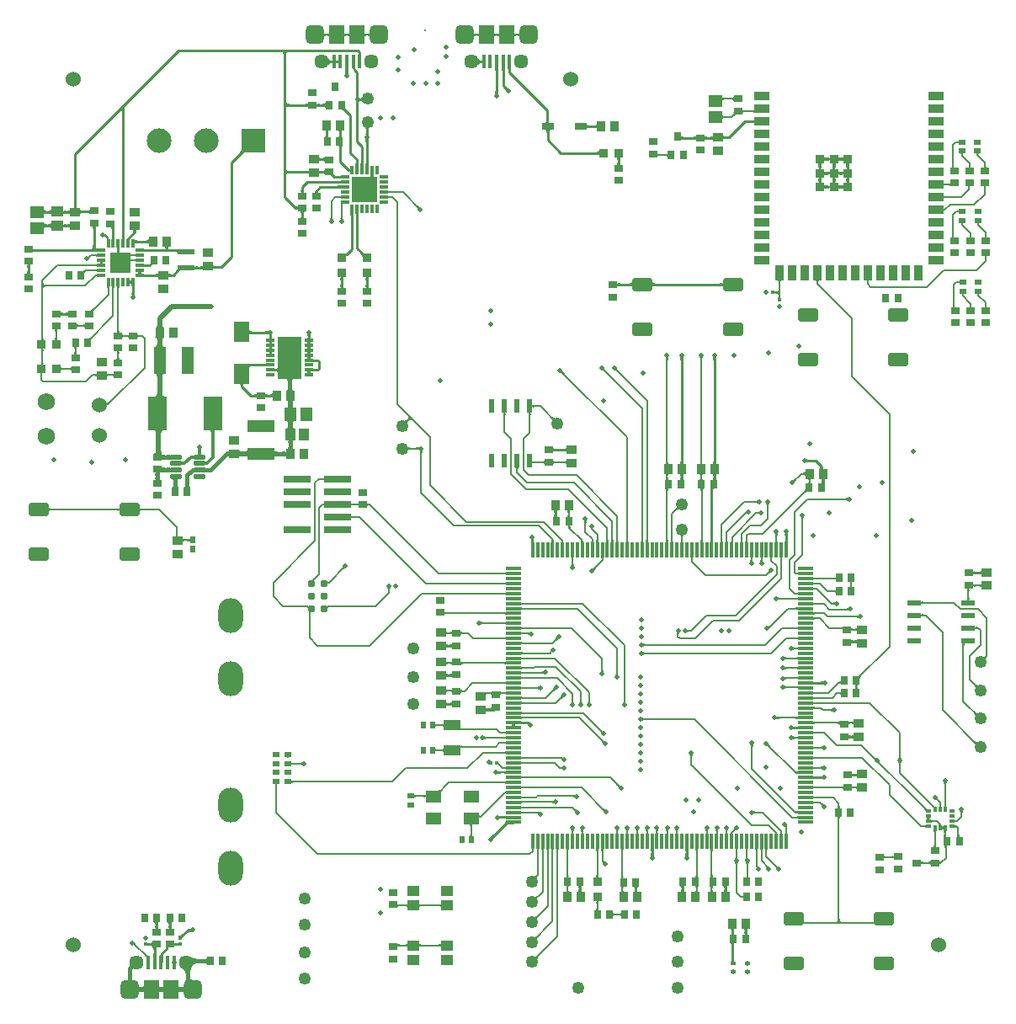
<source format=gtl>
G04*
G04 #@! TF.GenerationSoftware,Altium Limited,Altium Designer,20.2.5 (213)*
G04*
G04 Layer_Physical_Order=1*
G04 Layer_Color=255*
%FSLAX25Y25*%
%MOIN*%
G70*
G04*
G04 #@! TF.SameCoordinates,0EDA941F-9717-4D80-9818-445CF3A130AC*
G04*
G04*
G04 #@! TF.FilePolarity,Positive*
G04*
G01*
G75*
%ADD10C,0.00984*%
%ADD18C,0.01000*%
%ADD25R,0.03937X0.03543*%
%ADD30R,0.03543X0.03937*%
%ADD59C,0.03098*%
%ADD80C,0.01968*%
%ADD84R,0.02362X0.02520*%
%ADD85R,0.03740X0.03740*%
%ADD86R,0.03740X0.03740*%
%ADD87R,0.03347X0.02953*%
%ADD88R,0.02756X0.03543*%
%ADD89R,0.03543X0.03150*%
%ADD90R,0.01575X0.05315*%
%ADD91R,0.05906X0.07480*%
G04:AMPARAMS|DCode=92|XSize=59.84mil|YSize=11.02mil|CornerRadius=0.39mil|HoleSize=0mil|Usage=FLASHONLY|Rotation=0.000|XOffset=0mil|YOffset=0mil|HoleType=Round|Shape=RoundedRectangle|*
%AMROUNDEDRECTD92*
21,1,0.05984,0.01025,0,0,0.0*
21,1,0.05907,0.01102,0,0,0.0*
1,1,0.00077,0.02954,-0.00513*
1,1,0.00077,-0.02954,-0.00513*
1,1,0.00077,-0.02954,0.00513*
1,1,0.00077,0.02954,0.00513*
%
%ADD92ROUNDEDRECTD92*%
G04:AMPARAMS|DCode=93|XSize=59.84mil|YSize=11.02mil|CornerRadius=0.39mil|HoleSize=0mil|Usage=FLASHONLY|Rotation=90.000|XOffset=0mil|YOffset=0mil|HoleType=Round|Shape=RoundedRectangle|*
%AMROUNDEDRECTD93*
21,1,0.05984,0.01025,0,0,90.0*
21,1,0.05907,0.01102,0,0,90.0*
1,1,0.00077,0.00513,0.02954*
1,1,0.00077,0.00513,-0.02954*
1,1,0.00077,-0.00513,-0.02954*
1,1,0.00077,-0.00513,0.02954*
%
%ADD93ROUNDEDRECTD93*%
%ADD94R,0.03150X0.03543*%
%ADD95R,0.03543X0.03543*%
%ADD96R,0.05906X0.03543*%
%ADD97R,0.03543X0.05906*%
%ADD98R,0.03150X0.01968*%
%ADD99R,0.01378X0.01732*%
%ADD100R,0.02953X0.03347*%
G04:AMPARAMS|DCode=101|XSize=55.12mil|YSize=82.68mil|CornerRadius=13.78mil|HoleSize=0mil|Usage=FLASHONLY|Rotation=270.000|XOffset=0mil|YOffset=0mil|HoleType=Round|Shape=RoundedRectangle|*
%AMROUNDEDRECTD101*
21,1,0.05512,0.05512,0,0,270.0*
21,1,0.02756,0.08268,0,0,270.0*
1,1,0.02756,-0.02756,-0.01378*
1,1,0.02756,-0.02756,0.01378*
1,1,0.02756,0.02756,0.01378*
1,1,0.02756,0.02756,-0.01378*
%
%ADD101ROUNDEDRECTD101*%
%ADD102R,0.02362X0.05709*%
%ADD103R,0.04528X0.04134*%
%ADD104C,0.04921*%
%ADD105R,0.01732X0.01378*%
%ADD106R,0.05709X0.02362*%
G04:AMPARAMS|DCode=107|XSize=48.82mil|YSize=18.11mil|CornerRadius=4.53mil|HoleSize=0mil|Usage=FLASHONLY|Rotation=180.000|XOffset=0mil|YOffset=0mil|HoleType=Round|Shape=RoundedRectangle|*
%AMROUNDEDRECTD107*
21,1,0.04882,0.00906,0,0,180.0*
21,1,0.03976,0.01811,0,0,180.0*
1,1,0.00906,-0.01988,0.00453*
1,1,0.00906,0.01988,0.00453*
1,1,0.00906,0.01988,-0.00453*
1,1,0.00906,-0.01988,-0.00453*
%
%ADD107ROUNDEDRECTD107*%
%ADD108R,0.07284X0.13386*%
%ADD109R,0.05118X0.04331*%
%ADD110R,0.01181X0.03347*%
%ADD111R,0.03347X0.01181*%
%ADD112R,0.10039X0.10039*%
%ADD113R,0.04331X0.05118*%
G04:AMPARAMS|DCode=114|XSize=33.86mil|YSize=10.63mil|CornerRadius=1.33mil|HoleSize=0mil|Usage=FLASHONLY|Rotation=0.000|XOffset=0mil|YOffset=0mil|HoleType=Round|Shape=RoundedRectangle|*
%AMROUNDEDRECTD114*
21,1,0.03386,0.00797,0,0,0.0*
21,1,0.03120,0.01063,0,0,0.0*
1,1,0.00266,0.01560,-0.00399*
1,1,0.00266,-0.01560,-0.00399*
1,1,0.00266,-0.01560,0.00399*
1,1,0.00266,0.01560,0.00399*
%
%ADD114ROUNDEDRECTD114*%
%ADD115R,0.09606X0.17087*%
%ADD116R,0.07087X0.03937*%
%ADD117R,0.08268X0.08268*%
G04:AMPARAMS|DCode=118|XSize=33.07mil|YSize=10.24mil|CornerRadius=1.28mil|HoleSize=0mil|Usage=FLASHONLY|Rotation=0.000|XOffset=0mil|YOffset=0mil|HoleType=Round|Shape=RoundedRectangle|*
%AMROUNDEDRECTD118*
21,1,0.03307,0.00768,0,0,0.0*
21,1,0.03051,0.01024,0,0,0.0*
1,1,0.00256,0.01526,-0.00384*
1,1,0.00256,-0.01526,-0.00384*
1,1,0.00256,-0.01526,0.00384*
1,1,0.00256,0.01526,0.00384*
%
%ADD118ROUNDEDRECTD118*%
G04:AMPARAMS|DCode=119|XSize=33.07mil|YSize=10.24mil|CornerRadius=1.28mil|HoleSize=0mil|Usage=FLASHONLY|Rotation=90.000|XOffset=0mil|YOffset=0mil|HoleType=Round|Shape=RoundedRectangle|*
%AMROUNDEDRECTD119*
21,1,0.03307,0.00768,0,0,90.0*
21,1,0.03051,0.01024,0,0,90.0*
1,1,0.00256,0.00384,0.01526*
1,1,0.00256,0.00384,-0.01526*
1,1,0.00256,-0.00384,-0.01526*
1,1,0.00256,-0.00384,0.01526*
%
%ADD119ROUNDEDRECTD119*%
%ADD120R,0.07087X0.02362*%
%ADD121R,0.01968X0.01181*%
%ADD122R,0.05906X0.08346*%
%ADD123R,0.02520X0.02362*%
%ADD124R,0.06299X0.04921*%
%ADD125R,0.01378X0.02284*%
%ADD126R,0.02284X0.01378*%
%ADD127R,0.03543X0.02756*%
%ADD128R,0.05512X0.05118*%
%ADD129R,0.04921X0.02953*%
%ADD130R,0.10984X0.02913*%
%ADD131R,0.02362X0.02559*%
%ADD132R,0.05118X0.10630*%
%ADD133R,0.10630X0.05118*%
%ADD134R,0.05118X0.05512*%
%ADD135C,0.01200*%
%ADD136C,0.00700*%
%ADD137C,0.00800*%
%ADD138C,0.02000*%
%ADD139C,0.01500*%
%ADD140C,0.00600*%
%ADD141C,0.01150*%
%ADD142C,0.01300*%
G04:AMPARAMS|DCode=143|XSize=70.87mil|YSize=74.8mil|CornerRadius=17.72mil|HoleSize=0mil|Usage=FLASHONLY|Rotation=180.000|XOffset=0mil|YOffset=0mil|HoleType=Round|Shape=RoundedRectangle|*
%AMROUNDEDRECTD143*
21,1,0.07087,0.03937,0,0,180.0*
21,1,0.03543,0.07480,0,0,180.0*
1,1,0.03543,-0.01772,0.01968*
1,1,0.03543,0.01772,0.01968*
1,1,0.03543,0.01772,-0.01968*
1,1,0.03543,-0.01772,-0.01968*
%
%ADD143ROUNDEDRECTD143*%
%ADD144C,0.05709*%
%ADD145C,0.01575*%
%ADD146O,0.09843X0.13780*%
%ADD147C,0.06890*%
%ADD148R,0.09744X0.09744*%
%ADD149C,0.09744*%
%ADD150C,0.06000*%
G36*
X946446Y911421D02*
X946438Y911497D01*
X946413Y911565D01*
X946373Y911625D01*
X946316Y911677D01*
X946243Y911720D01*
X946154Y911757D01*
X946048Y911784D01*
X945926Y911804D01*
X945788Y911817D01*
X945634Y911821D01*
Y912621D01*
X945788Y912624D01*
X945926Y912636D01*
X946048Y912656D01*
X946154Y912685D01*
X946243Y912720D01*
X946316Y912764D01*
X946373Y912817D01*
X946413Y912877D01*
X946438Y912945D01*
X946446Y913021D01*
Y911421D01*
D02*
G37*
G36*
X944256Y912945D02*
X944280Y912877D01*
X944321Y912817D01*
X944378Y912764D01*
X944451Y912720D01*
X944540Y912685D01*
X944646Y912656D01*
X944767Y912636D01*
X944905Y912624D01*
X945060Y912621D01*
Y911821D01*
X944905Y911817D01*
X944767Y911804D01*
X944646Y911784D01*
X944540Y911757D01*
X944451Y911720D01*
X944378Y911677D01*
X944321Y911625D01*
X944280Y911565D01*
X944256Y911497D01*
X944248Y911421D01*
Y913021D01*
X944256Y912945D01*
D02*
G37*
G36*
X938390Y911421D02*
X938382Y911497D01*
X938358Y911565D01*
X938317Y911625D01*
X938260Y911677D01*
X938187Y911720D01*
X938098Y911757D01*
X937992Y911784D01*
X937871Y911804D01*
X937732Y911817D01*
X937578Y911821D01*
Y912621D01*
X937732Y912624D01*
X937871Y912636D01*
X937992Y912656D01*
X938098Y912685D01*
X938187Y912720D01*
X938260Y912764D01*
X938317Y912817D01*
X938358Y912877D01*
X938382Y912945D01*
X938390Y913021D01*
Y911421D01*
D02*
G37*
G36*
X936382Y912945D02*
X936406Y912877D01*
X936447Y912817D01*
X936504Y912764D01*
X936577Y912720D01*
X936666Y912685D01*
X936771Y912656D01*
X936893Y912636D01*
X937031Y912624D01*
X937186Y912621D01*
Y911821D01*
X937031Y911817D01*
X936893Y911804D01*
X936771Y911784D01*
X936666Y911757D01*
X936577Y911720D01*
X936504Y911677D01*
X936447Y911625D01*
X936406Y911565D01*
X936382Y911497D01*
X936374Y911421D01*
Y913021D01*
X936382Y912945D01*
D02*
G37*
G36*
X930516Y911421D02*
X930508Y911497D01*
X930484Y911565D01*
X930443Y911625D01*
X930386Y911677D01*
X930313Y911720D01*
X930224Y911757D01*
X930118Y911784D01*
X929996Y911804D01*
X929858Y911817D01*
X929704Y911821D01*
Y912621D01*
X929858Y912624D01*
X929996Y912636D01*
X930118Y912656D01*
X930224Y912685D01*
X930313Y912720D01*
X930386Y912764D01*
X930443Y912817D01*
X930484Y912877D01*
X930508Y912945D01*
X930516Y913021D01*
Y911421D01*
D02*
G37*
G36*
X928326Y912945D02*
X928350Y912877D01*
X928391Y912817D01*
X928448Y912764D01*
X928521Y912720D01*
X928610Y912685D01*
X928716Y912656D01*
X928838Y912636D01*
X928976Y912624D01*
X929130Y912621D01*
Y911821D01*
X928976Y911817D01*
X928838Y911804D01*
X928716Y911784D01*
X928610Y911757D01*
X928521Y911720D01*
X928448Y911677D01*
X928391Y911625D01*
X928350Y911565D01*
X928326Y911497D01*
X928318Y911421D01*
Y913021D01*
X928326Y912945D01*
D02*
G37*
G36*
X887127Y911421D02*
X887119Y911497D01*
X887094Y911565D01*
X887054Y911625D01*
X886997Y911677D01*
X886924Y911720D01*
X886835Y911757D01*
X886729Y911784D01*
X886607Y911804D01*
X886469Y911817D01*
X886315Y911821D01*
Y912621D01*
X886469Y912624D01*
X886607Y912636D01*
X886729Y912656D01*
X886835Y912685D01*
X886924Y912720D01*
X886997Y912764D01*
X887054Y912817D01*
X887094Y912877D01*
X887119Y912945D01*
X887127Y913021D01*
Y911421D01*
D02*
G37*
G36*
X884937Y912945D02*
X884961Y912877D01*
X885002Y912817D01*
X885059Y912764D01*
X885132Y912720D01*
X885221Y912685D01*
X885327Y912656D01*
X885448Y912636D01*
X885586Y912624D01*
X885741Y912621D01*
Y911821D01*
X885586Y911817D01*
X885448Y911804D01*
X885327Y911784D01*
X885221Y911757D01*
X885132Y911720D01*
X885059Y911677D01*
X885002Y911625D01*
X884961Y911565D01*
X884937Y911497D01*
X884929Y911421D01*
Y913021D01*
X884937Y912945D01*
D02*
G37*
G36*
X879071Y911421D02*
X879063Y911497D01*
X879039Y911565D01*
X878998Y911625D01*
X878941Y911677D01*
X878868Y911720D01*
X878779Y911757D01*
X878673Y911784D01*
X878552Y911804D01*
X878413Y911817D01*
X878259Y911821D01*
Y912621D01*
X878413Y912624D01*
X878552Y912636D01*
X878673Y912656D01*
X878779Y912685D01*
X878868Y912720D01*
X878941Y912764D01*
X878998Y912817D01*
X879039Y912877D01*
X879063Y912945D01*
X879071Y913021D01*
Y911421D01*
D02*
G37*
G36*
X877063Y912945D02*
X877087Y912877D01*
X877128Y912817D01*
X877185Y912764D01*
X877258Y912720D01*
X877347Y912685D01*
X877453Y912656D01*
X877574Y912636D01*
X877712Y912624D01*
X877867Y912621D01*
Y911821D01*
X877712Y911817D01*
X877574Y911804D01*
X877453Y911784D01*
X877347Y911757D01*
X877258Y911720D01*
X877185Y911677D01*
X877128Y911625D01*
X877087Y911565D01*
X877063Y911497D01*
X877055Y911421D01*
Y913021D01*
X877063Y912945D01*
D02*
G37*
G36*
X871197Y911421D02*
X871189Y911497D01*
X871165Y911565D01*
X871124Y911625D01*
X871067Y911677D01*
X870994Y911720D01*
X870905Y911757D01*
X870799Y911784D01*
X870677Y911804D01*
X870539Y911817D01*
X870385Y911821D01*
Y912621D01*
X870539Y912624D01*
X870677Y912636D01*
X870799Y912656D01*
X870905Y912685D01*
X870994Y912720D01*
X871067Y912764D01*
X871124Y912817D01*
X871165Y912877D01*
X871189Y912945D01*
X871197Y913021D01*
Y911421D01*
D02*
G37*
G36*
X869007Y912945D02*
X869032Y912877D01*
X869072Y912817D01*
X869129Y912764D01*
X869202Y912720D01*
X869291Y912685D01*
X869397Y912656D01*
X869519Y912636D01*
X869657Y912624D01*
X869811Y912621D01*
Y911821D01*
X869657Y911817D01*
X869519Y911804D01*
X869397Y911784D01*
X869291Y911757D01*
X869202Y911720D01*
X869129Y911677D01*
X869072Y911625D01*
X869032Y911565D01*
X869007Y911497D01*
X868999Y911421D01*
Y913021D01*
X869007Y912945D01*
D02*
G37*
G36*
X883654Y905046D02*
X883679Y904726D01*
X883700Y904596D01*
X883728Y904486D01*
X883761Y904396D01*
X883801Y904326D01*
X883847Y904276D01*
X883899Y904246D01*
X883957Y904236D01*
X882406D01*
X882452Y904246D01*
X882494Y904276D01*
X882531Y904326D01*
X882563Y904396D01*
X882590Y904486D01*
X882612Y904596D01*
X882629Y904726D01*
X882649Y905046D01*
X882651Y905236D01*
X883651D01*
X883654Y905046D01*
D02*
G37*
G36*
X855000Y905520D02*
X855000D01*
X855000Y905520D01*
X854810Y905505D01*
X854640Y905460D01*
X854490Y905385D01*
X854360Y905280D01*
X854250Y905145D01*
X854160Y904980D01*
X854090Y904785D01*
X854040Y904560D01*
X854010Y904305D01*
X854000Y904020D01*
X854000D01*
Y904020D01*
X853000D01*
X852990Y904305D01*
X852960Y904560D01*
X852910Y904785D01*
X852840Y904980D01*
X852750Y905145D01*
X852640Y905280D01*
X852510Y905385D01*
X852360Y905460D01*
X852190Y905505D01*
X852000Y905520D01*
X852000Y905520D01*
X852000D01*
X853500Y906520D01*
X855000Y905520D01*
D02*
G37*
G36*
X874741Y900791D02*
X874732Y900867D01*
X874708Y900935D01*
X874667Y900994D01*
X874611Y901047D01*
X874537Y901091D01*
X874448Y901126D01*
X874343Y901155D01*
X874224Y901174D01*
X874106Y901155D01*
X874001Y901126D01*
X873911Y901091D01*
X873838Y901047D01*
X873781Y900994D01*
X873741Y900935D01*
X873716Y900867D01*
X873708Y900791D01*
Y902391D01*
X873716Y902315D01*
X873741Y902247D01*
X873781Y902186D01*
X873838Y902135D01*
X873911Y902091D01*
X874001Y902055D01*
X874106Y902026D01*
X874224Y902007D01*
X874343Y902026D01*
X874448Y902055D01*
X874537Y902091D01*
X874611Y902135D01*
X874667Y902186D01*
X874708Y902247D01*
X874732Y902315D01*
X874741Y902391D01*
Y900791D01*
D02*
G37*
G36*
X930249Y902550D02*
X930352Y902433D01*
X930485Y902329D01*
X930648Y902239D01*
X930842Y902163D01*
X931065Y902101D01*
X931241Y902068D01*
X931297Y902091D01*
X931371Y902135D01*
X931427Y902186D01*
X931468Y902247D01*
X931492Y902315D01*
X931500Y902391D01*
Y902031D01*
X931604Y902018D01*
X931919Y901997D01*
X932264Y901991D01*
Y901191D01*
X931919Y901184D01*
X931500Y901145D01*
Y900791D01*
X931492Y900867D01*
X931468Y900935D01*
X931427Y900994D01*
X931371Y901047D01*
X931297Y901091D01*
X931241Y901113D01*
X931065Y901080D01*
X930842Y901018D01*
X930648Y900942D01*
X930485Y900852D01*
X930352Y900748D01*
X930249Y900631D01*
X930177Y900500D01*
Y902681D01*
X930249Y902550D01*
D02*
G37*
G36*
X870930D02*
X871033Y902433D01*
X871166Y902329D01*
X871329Y902239D01*
X871523Y902163D01*
X871747Y902101D01*
X871922Y902068D01*
X871978Y902091D01*
X872052Y902135D01*
X872108Y902186D01*
X872149Y902247D01*
X872173Y902315D01*
X872182Y902391D01*
Y902031D01*
X872285Y902018D01*
X872600Y901997D01*
X872945Y901991D01*
Y901191D01*
X872600Y901184D01*
X872182Y901145D01*
Y900791D01*
X872173Y900867D01*
X872149Y900935D01*
X872108Y900994D01*
X872052Y901047D01*
X871978Y901091D01*
X871922Y901113D01*
X871747Y901080D01*
X871523Y901018D01*
X871329Y900942D01*
X871166Y900852D01*
X871033Y900748D01*
X870930Y900631D01*
X870858Y900500D01*
Y902681D01*
X870930Y902550D01*
D02*
G37*
G36*
X943223Y898935D02*
X943176Y898905D01*
X943135Y898855D01*
X943099Y898785D01*
X943069Y898695D01*
X943044Y898585D01*
X943025Y898455D01*
X943011Y898305D01*
X943000Y897945D01*
X942000D01*
X941997Y898135D01*
X941975Y898455D01*
X941956Y898585D01*
X941931Y898695D01*
X941901Y898785D01*
X941865Y898855D01*
X941824Y898905D01*
X941777Y898935D01*
X941725Y898945D01*
X943275D01*
X943223Y898935D01*
D02*
G37*
G36*
X940664D02*
X940617Y898905D01*
X940576Y898855D01*
X940540Y898785D01*
X940510Y898695D01*
X940485Y898585D01*
X940466Y898455D01*
X940452Y898305D01*
X940441Y897945D01*
X939441D01*
X939438Y898135D01*
X939416Y898455D01*
X939397Y898585D01*
X939372Y898695D01*
X939342Y898785D01*
X939306Y898855D01*
X939265Y898905D01*
X939218Y898935D01*
X939166Y898945D01*
X940716D01*
X940664Y898935D01*
D02*
G37*
G36*
X938093D02*
X938037Y898905D01*
X937986Y898855D01*
X937943Y898785D01*
X937906Y898695D01*
X937875Y898585D01*
X937852Y898455D01*
X937835Y898305D01*
X937822Y897945D01*
X936822D01*
X936820Y898135D01*
X936787Y898585D01*
X936768Y898695D01*
X936744Y898785D01*
X936716Y898855D01*
X936684Y898905D01*
X936647Y898935D01*
X936607Y898945D01*
X938157D01*
X938093Y898935D01*
D02*
G37*
G36*
X878780D02*
X878728Y898905D01*
X878682Y898855D01*
X878642Y898785D01*
X878608Y898695D01*
X878581Y898585D01*
X878559Y898455D01*
X878544Y898305D01*
X878532Y897958D01*
X878533Y897791D01*
X878576Y897107D01*
X878596Y896983D01*
X878619Y896879D01*
X878646Y896794D01*
X878677Y896728D01*
X878711Y896681D01*
X877334Y896725D01*
X877371Y896770D01*
X877405Y896836D01*
X877435Y896920D01*
X877460Y897023D01*
X877482Y897146D01*
X877514Y897449D01*
X877530Y897828D01*
X877531Y897987D01*
X877529Y898135D01*
X877493Y898585D01*
X877470Y898695D01*
X877444Y898785D01*
X877412Y898855D01*
X877375Y898905D01*
X877334Y898935D01*
X877288Y898945D01*
X878838D01*
X878780Y898935D01*
D02*
G37*
G36*
X941075Y891635D02*
X941590Y891184D01*
X941692Y891112D01*
X941783Y891055D01*
X941863Y891016D01*
X941932Y890992D01*
X941990Y890984D01*
X941016Y890010D01*
X941008Y890068D01*
X940985Y890137D01*
X940944Y890217D01*
X940888Y890308D01*
X940816Y890410D01*
X940623Y890646D01*
X940365Y890925D01*
X940212Y891081D01*
X940919Y891788D01*
X941075Y891635D01*
D02*
G37*
G36*
X937824Y889810D02*
X937869Y889127D01*
X937890Y889004D01*
X937914Y888900D01*
X937943Y888815D01*
X937975Y888750D01*
X938011Y888703D01*
X936633D01*
X936669Y888750D01*
X936701Y888815D01*
X936729Y888900D01*
X936754Y889004D01*
X936775Y889127D01*
X936805Y889430D01*
X936820Y889810D01*
X936822Y890029D01*
X937822D01*
X937824Y889810D01*
D02*
G37*
G36*
X1031252Y886161D02*
X1031244Y886237D01*
X1031220Y886305D01*
X1031179Y886365D01*
X1031122Y886417D01*
X1031049Y886461D01*
X1030960Y886497D01*
X1030855Y886525D01*
X1030733Y886545D01*
X1030595Y886557D01*
X1030440Y886561D01*
Y887361D01*
X1030595Y887365D01*
X1030733Y887377D01*
X1030855Y887397D01*
X1030960Y887425D01*
X1031049Y887461D01*
X1031122Y887505D01*
X1031179Y887557D01*
X1031220Y887617D01*
X1031244Y887685D01*
X1031252Y887761D01*
Y886161D01*
D02*
G37*
G36*
X1026815Y887685D02*
X1026839Y887617D01*
X1026880Y887557D01*
X1026937Y887505D01*
X1027010Y887461D01*
X1027099Y887425D01*
X1027205Y887397D01*
X1027326Y887377D01*
X1027464Y887365D01*
X1027619Y887361D01*
Y886561D01*
X1027464Y886557D01*
X1027326Y886545D01*
X1027205Y886525D01*
X1027099Y886497D01*
X1027010Y886461D01*
X1026937Y886417D01*
X1026880Y886365D01*
X1026839Y886305D01*
X1026815Y886237D01*
X1026807Y886161D01*
Y887761D01*
X1026815Y887685D01*
D02*
G37*
G36*
X882562Y887863D02*
X882607Y887693D01*
X882682Y887543D01*
X882787Y887413D01*
X882922Y887303D01*
X883087Y887213D01*
X883282Y887143D01*
X883501Y887095D01*
X883532Y887100D01*
X883663Y887137D01*
X883778Y887184D01*
X883877Y887241D01*
X883959Y887309D01*
X884025Y887387D01*
X884074Y887476D01*
X884107Y887575D01*
X884471Y885608D01*
X884403Y885693D01*
X884323Y885769D01*
X884231Y885835D01*
X884126Y885893D01*
X884008Y885942D01*
X883877Y885982D01*
X883734Y886013D01*
X883632Y886028D01*
X883507Y886013D01*
X883282Y885963D01*
X883087Y885893D01*
X882922Y885803D01*
X882787Y885693D01*
X882682Y885563D01*
X882607Y885413D01*
X882562Y885243D01*
X882547Y885053D01*
X881547Y886553D01*
X882547Y888053D01*
X882562Y887863D01*
D02*
G37*
G36*
X869587Y883539D02*
X869577Y883634D01*
X869547Y883719D01*
X869496Y883794D01*
X869425Y883859D01*
X869334Y883914D01*
X869223Y883959D01*
X869091Y883994D01*
X868939Y884019D01*
X868767Y884034D01*
X868575Y884039D01*
Y885039D01*
X868767Y885044D01*
X868939Y885059D01*
X869091Y885084D01*
X869223Y885119D01*
X869334Y885164D01*
X869425Y885219D01*
X869496Y885284D01*
X869547Y885359D01*
X869577Y885444D01*
X869587Y885539D01*
Y883539D01*
D02*
G37*
G36*
X866258Y885444D02*
X866288Y885359D01*
X866339Y885284D01*
X866410Y885219D01*
X866501Y885164D01*
X866612Y885119D01*
X866743Y885084D01*
X866895Y885059D01*
X867067Y885044D01*
X867260Y885039D01*
Y884039D01*
X867067Y884034D01*
X866895Y884019D01*
X866743Y883994D01*
X866612Y883959D01*
X866501Y883914D01*
X866410Y883859D01*
X866339Y883794D01*
X866288Y883719D01*
X866258Y883634D01*
X866248Y883539D01*
Y885539D01*
X866258Y885444D01*
D02*
G37*
G36*
X862752Y883500D02*
X862742Y883595D01*
X862712Y883680D01*
X862661Y883755D01*
X862590Y883820D01*
X862499Y883875D01*
X862388Y883920D01*
X862257Y883955D01*
X862105Y883980D01*
X861933Y883995D01*
X861740Y884000D01*
Y885000D01*
X861933Y885005D01*
X862105Y885020D01*
X862257Y885045D01*
X862388Y885080D01*
X862499Y885125D01*
X862590Y885180D01*
X862661Y885245D01*
X862712Y885320D01*
X862742Y885405D01*
X862752Y885500D01*
Y883500D01*
D02*
G37*
G36*
X854015Y885810D02*
X854060Y885640D01*
X854135Y885490D01*
X854240Y885360D01*
X854375Y885250D01*
X854540Y885160D01*
X854735Y885090D01*
X854960Y885040D01*
X855215Y885010D01*
X855500Y885000D01*
Y884000D01*
X855215Y883990D01*
X854960Y883960D01*
X854735Y883910D01*
X854540Y883840D01*
X854375Y883750D01*
X854240Y883640D01*
X854135Y883510D01*
X854060Y883360D01*
X854015Y883190D01*
X854000Y883000D01*
X853000Y884500D01*
X854000Y886000D01*
X854015Y885810D01*
D02*
G37*
G36*
X877358Y883838D02*
X877331Y883747D01*
X877332Y883641D01*
X877361Y883521D01*
X877419Y883387D01*
X877505Y883239D01*
X877619Y883076D01*
X877762Y882898D01*
X878132Y882500D01*
X877425Y881793D01*
X877219Y881992D01*
X876850Y882306D01*
X876687Y882420D01*
X876538Y882506D01*
X876404Y882564D01*
X876284Y882593D01*
X876179Y882595D01*
X876087Y882568D01*
X876011Y882512D01*
X877413Y883914D01*
X877358Y883838D01*
D02*
G37*
G36*
X790557Y884335D02*
X790437Y884170D01*
X790331Y883989D01*
X790239Y883792D01*
X790161Y883579D01*
X790097Y883350D01*
X790048Y883106D01*
X790013Y882845D01*
X789991Y882569D01*
X789984Y882277D01*
X788984Y881277D01*
X788977Y881555D01*
X788956Y881789D01*
X788921Y881979D01*
X788871Y882124D01*
X788807Y882225D01*
X788730Y882283D01*
X788638Y882296D01*
X788532Y882265D01*
X788412Y882189D01*
X788277Y882070D01*
X789131Y884338D01*
X790691Y884484D01*
X790557Y884335D01*
D02*
G37*
G36*
X1039516Y881239D02*
X1039508Y881315D01*
X1039484Y881383D01*
X1039443Y881443D01*
X1039386Y881495D01*
X1039313Y881539D01*
X1039224Y881575D01*
X1039118Y881603D01*
X1038997Y881623D01*
X1038858Y881635D01*
X1038704Y881639D01*
Y882439D01*
X1038858Y882443D01*
X1038997Y882455D01*
X1039118Y882475D01*
X1039224Y882503D01*
X1039313Y882539D01*
X1039386Y882583D01*
X1039443Y882635D01*
X1039484Y882695D01*
X1039508Y882763D01*
X1039516Y882839D01*
Y881239D01*
D02*
G37*
G36*
X1034756Y882763D02*
X1034780Y882695D01*
X1034821Y882635D01*
X1034878Y882583D01*
X1034951Y882539D01*
X1035040Y882503D01*
X1035145Y882475D01*
X1035267Y882455D01*
X1035405Y882443D01*
X1035560Y882439D01*
Y881639D01*
X1035405Y881635D01*
X1035267Y881623D01*
X1035145Y881603D01*
X1035040Y881575D01*
X1034951Y881539D01*
X1034878Y881495D01*
X1034821Y881443D01*
X1034780Y881383D01*
X1034756Y881315D01*
X1034748Y881239D01*
Y882839D01*
X1034756Y882763D01*
D02*
G37*
G36*
X1032372Y880477D02*
X1032310Y880522D01*
X1032236Y880544D01*
X1032151D01*
X1032055Y880522D01*
X1031948Y880477D01*
X1031829Y880409D01*
X1031699Y880318D01*
X1031557Y880205D01*
X1031240Y879911D01*
X1030675Y880477D01*
X1030833Y880641D01*
X1031082Y880935D01*
X1031172Y881065D01*
X1031240Y881184D01*
X1031286Y881291D01*
X1031308Y881387D01*
Y881472D01*
X1031286Y881546D01*
X1031240Y881608D01*
X1032372Y880477D01*
D02*
G37*
G36*
X1024842Y880390D02*
X1024924Y880341D01*
X1025021Y880297D01*
X1025134Y880260D01*
X1025264Y880228D01*
X1025410Y880202D01*
X1025750Y880167D01*
X1025945Y880159D01*
X1026155Y880156D01*
Y879356D01*
X1025945Y879353D01*
X1025410Y879310D01*
X1025264Y879284D01*
X1025134Y879252D01*
X1025021Y879214D01*
X1024924Y879171D01*
X1024842Y879122D01*
X1024778Y879067D01*
Y880445D01*
X1024842Y880390D01*
D02*
G37*
G36*
X1026815Y880480D02*
X1026839Y880412D01*
X1026880Y880352D01*
X1026937Y880300D01*
X1027010Y880256D01*
X1027099Y880220D01*
X1027205Y880192D01*
X1027326Y880172D01*
X1027464Y880160D01*
X1027619Y880156D01*
Y879356D01*
X1027464Y879352D01*
X1027326Y879340D01*
X1027205Y879320D01*
X1027099Y879292D01*
X1027010Y879256D01*
X1026937Y879212D01*
X1026880Y879160D01*
X1026839Y879100D01*
X1026815Y879032D01*
X1026807Y878956D01*
Y880556D01*
X1026815Y880480D01*
D02*
G37*
G36*
X957981Y878274D02*
X957996Y878104D01*
X958021Y877954D01*
X958056Y877824D01*
X958101Y877714D01*
X958156Y877624D01*
X958221Y877554D01*
X958296Y877504D01*
X958381Y877474D01*
X958476Y877464D01*
X956476D01*
X956571Y877474D01*
X956656Y877504D01*
X956731Y877554D01*
X956796Y877624D01*
X956851Y877714D01*
X956896Y877824D01*
X956931Y877954D01*
X956956Y878104D01*
X956971Y878274D01*
X956976Y878464D01*
X957976D01*
X957981Y878274D01*
D02*
G37*
G36*
X1039516Y876906D02*
X1039506Y877001D01*
X1039476Y877085D01*
X1039425Y877160D01*
X1039354Y877225D01*
X1039263Y877281D01*
X1039152Y877326D01*
X1039020Y877361D01*
X1038868Y877386D01*
X1038696Y877400D01*
X1038504Y877405D01*
Y878405D01*
X1038696Y878411D01*
X1038868Y878426D01*
X1039020Y878450D01*
X1039152Y878485D01*
X1039263Y878531D01*
X1039354Y878586D01*
X1039425Y878650D01*
X1039476Y878726D01*
X1039506Y878811D01*
X1039516Y878905D01*
Y876906D01*
D02*
G37*
G36*
X977083Y875000D02*
X977073Y875095D01*
X977043Y875180D01*
X976993Y875255D01*
X976923Y875320D01*
X976833Y875375D01*
X976723Y875420D01*
X976593Y875455D01*
X976443Y875480D01*
X976273Y875495D01*
X976083Y875500D01*
Y876500D01*
X976273Y876505D01*
X976443Y876520D01*
X976593Y876545D01*
X976723Y876580D01*
X976833Y876625D01*
X976923Y876680D01*
X976993Y876745D01*
X977043Y876820D01*
X977073Y876905D01*
X977083Y877000D01*
Y875000D01*
D02*
G37*
G36*
X973026Y876905D02*
X973056Y876820D01*
X973106Y876745D01*
X973177Y876680D01*
X973268Y876625D01*
X973380Y876580D01*
X973511Y876545D01*
X973663Y876520D01*
X973835Y876505D01*
X974027Y876500D01*
Y875500D01*
X973835Y875495D01*
X973663Y875480D01*
X973511Y875455D01*
X973380Y875420D01*
X973268Y875375D01*
X973177Y875320D01*
X973106Y875255D01*
X973056Y875180D01*
X973026Y875095D01*
X973015Y875000D01*
Y877000D01*
X973026Y876905D01*
D02*
G37*
G36*
X887152Y875410D02*
X887053Y875374D01*
X886965Y875321D01*
X886887Y875253D01*
X886819Y875168D01*
X886762Y875068D01*
X886715Y874951D01*
X886679Y874819D01*
X886653Y874671D01*
X886637Y874506D01*
X886632Y874326D01*
X885632Y874481D01*
X885627Y874662D01*
X885614Y874830D01*
X885591Y874985D01*
X885559Y875127D01*
X885518Y875256D01*
X885467Y875373D01*
X885408Y875476D01*
X885339Y875567D01*
X885262Y875645D01*
X885175Y875710D01*
X887152Y875410D01*
D02*
G37*
G36*
X876181Y875751D02*
X876149Y875685D01*
X876120Y875600D01*
X876096Y875496D01*
X876075Y875373D01*
X876045Y875070D01*
X876029Y874690D01*
X876028Y874555D01*
X876528D01*
X876433Y874545D01*
X876348Y874515D01*
X876273Y874464D01*
X876208Y874394D01*
X876153Y874302D01*
X876108Y874191D01*
X876073Y874060D01*
X876048Y873908D01*
X876033Y873736D01*
X876028Y873543D01*
X875028D01*
X875023Y873736D01*
X875008Y873908D01*
X874983Y874060D01*
X874948Y874191D01*
X874903Y874302D01*
X874848Y874394D01*
X874783Y874464D01*
X874708Y874515D01*
X874623Y874545D01*
X874528Y874555D01*
X875027D01*
X875026Y874690D01*
X874980Y875373D01*
X874959Y875496D01*
X874935Y875600D01*
X874907Y875685D01*
X874874Y875751D01*
X874839Y875797D01*
X876217D01*
X876181Y875751D01*
D02*
G37*
G36*
X870866D02*
X870833Y875685D01*
X870805Y875600D01*
X870781Y875496D01*
X870760Y875373D01*
X870730Y875070D01*
X870714Y874690D01*
X870713Y874555D01*
X871213D01*
X871118Y874545D01*
X871033Y874515D01*
X870958Y874464D01*
X870893Y874394D01*
X870838Y874302D01*
X870793Y874191D01*
X870758Y874060D01*
X870733Y873908D01*
X870718Y873736D01*
X870713Y873543D01*
X869713D01*
X869708Y873736D01*
X869693Y873908D01*
X869668Y874060D01*
X869633Y874191D01*
X869588Y874302D01*
X869533Y874394D01*
X869468Y874464D01*
X869393Y874515D01*
X869308Y874545D01*
X869213Y874555D01*
X869712D01*
X869711Y874690D01*
X869665Y875373D01*
X869645Y875496D01*
X869620Y875600D01*
X869592Y875685D01*
X869559Y875751D01*
X869524Y875797D01*
X870902D01*
X870866Y875751D01*
D02*
G37*
G36*
X958492Y874537D02*
X958407Y874507D01*
X958332Y874457D01*
X958267Y874386D01*
X958212Y874295D01*
X958167Y874183D01*
X958132Y874052D01*
X958107Y873900D01*
X958092Y873728D01*
X958087Y873536D01*
X957087D01*
X957082Y873728D01*
X957067Y873900D01*
X957042Y874052D01*
X957007Y874183D01*
X956962Y874295D01*
X956907Y874386D01*
X956842Y874457D01*
X956767Y874507D01*
X956682Y874537D01*
X956587Y874548D01*
X958587D01*
X958492Y874537D01*
D02*
G37*
G36*
X886632Y873680D02*
X886633Y873461D01*
X886682Y872651D01*
X886700Y872547D01*
X886721Y872462D01*
X886744Y872396D01*
X886771Y872349D01*
X885408Y872556D01*
X885451Y872598D01*
X885489Y872660D01*
X885522Y872741D01*
X885551Y872842D01*
X885576Y872962D01*
X885596Y873102D01*
X885623Y873441D01*
X885632Y873858D01*
X886632Y873680D01*
D02*
G37*
G36*
X876033Y872567D02*
X876048Y872395D01*
X876073Y872243D01*
X876108Y872112D01*
X876153Y872001D01*
X876208Y871910D01*
X876273Y871839D01*
X876348Y871788D01*
X876433Y871758D01*
X876528Y871748D01*
X874528D01*
X874623Y871758D01*
X874708Y871788D01*
X874783Y871839D01*
X874848Y871910D01*
X874903Y872001D01*
X874948Y872112D01*
X874983Y872243D01*
X875008Y872395D01*
X875023Y872567D01*
X875028Y872760D01*
X876028D01*
X876033Y872567D01*
D02*
G37*
G36*
X870718D02*
X870733Y872395D01*
X870758Y872243D01*
X870793Y872112D01*
X870838Y872001D01*
X870893Y871910D01*
X870958Y871839D01*
X871033Y871788D01*
X871118Y871758D01*
X871213Y871748D01*
X869213D01*
X869308Y871758D01*
X869393Y871788D01*
X869468Y871839D01*
X869533Y871910D01*
X869588Y872001D01*
X869633Y872112D01*
X869668Y872243D01*
X869693Y872395D01*
X869708Y872567D01*
X869713Y872760D01*
X870713D01*
X870718Y872567D01*
D02*
G37*
G36*
X1026935Y872602D02*
X1026965Y872517D01*
X1027016Y872442D01*
X1027087Y872377D01*
X1027178Y872322D01*
X1027289Y872277D01*
X1027421Y872242D01*
X1027573Y872217D01*
X1027745Y872202D01*
X1027937Y872197D01*
Y871197D01*
X1027745Y871192D01*
X1027573Y871177D01*
X1027421Y871152D01*
X1027289Y871117D01*
X1027178Y871072D01*
X1027087Y871017D01*
X1027016Y870952D01*
X1026965Y870877D01*
X1026935Y870792D01*
X1026925Y870697D01*
Y872697D01*
X1026935Y872602D01*
D02*
G37*
G36*
X1010365Y872307D02*
X1010395Y872222D01*
X1010446Y872147D01*
X1010517Y872082D01*
X1010608Y872027D01*
X1010720Y871982D01*
X1010851Y871947D01*
X1011003Y871922D01*
X1011174Y871907D01*
X1011366Y871902D01*
Y870902D01*
X1011176Y870897D01*
X1011006Y870883D01*
X1010856Y870859D01*
X1010726Y870826D01*
X1010616Y870784D01*
X1010526Y870732D01*
X1010456Y870670D01*
X1010406Y870599D01*
X1010376Y870519D01*
X1010366Y870429D01*
X1010354Y872402D01*
X1010365Y872307D01*
D02*
G37*
G36*
X1023036Y870402D02*
X1023026Y870497D01*
X1022995Y870582D01*
X1022945Y870657D01*
X1022874Y870722D01*
X1022783Y870777D01*
X1022672Y870822D01*
X1022540Y870857D01*
X1022388Y870882D01*
X1022216Y870897D01*
X1022024Y870902D01*
Y871902D01*
X1022216Y871907D01*
X1022388Y871922D01*
X1022540Y871947D01*
X1022672Y871982D01*
X1022783Y872027D01*
X1022874Y872082D01*
X1022945Y872147D01*
X1022995Y872222D01*
X1023026Y872307D01*
X1023036Y872402D01*
Y870402D01*
D02*
G37*
G36*
X1019659Y872307D02*
X1019690Y872222D01*
X1019740Y872147D01*
X1019811Y872082D01*
X1019902Y872027D01*
X1020014Y871982D01*
X1020145Y871947D01*
X1020297Y871922D01*
X1020469Y871907D01*
X1020661Y871902D01*
Y870902D01*
X1020469Y870897D01*
X1020297Y870882D01*
X1020145Y870857D01*
X1020014Y870822D01*
X1019902Y870777D01*
X1019811Y870722D01*
X1019740Y870657D01*
X1019690Y870582D01*
X1019659Y870497D01*
X1019649Y870402D01*
Y872402D01*
X1019659Y872307D01*
D02*
G37*
G36*
X1016351Y870402D02*
X1016341Y870497D01*
X1016310Y870582D01*
X1016260Y870657D01*
X1016189Y870722D01*
X1016098Y870777D01*
X1015986Y870822D01*
X1015855Y870857D01*
X1015703Y870882D01*
X1015531Y870897D01*
X1015339Y870902D01*
Y871902D01*
X1015531Y871907D01*
X1015703Y871922D01*
X1015855Y871947D01*
X1015986Y871982D01*
X1016098Y872027D01*
X1016189Y872082D01*
X1016260Y872147D01*
X1016310Y872222D01*
X1016341Y872307D01*
X1016351Y872402D01*
Y870402D01*
D02*
G37*
G36*
X886637Y871008D02*
X886605Y870943D01*
X886577Y870858D01*
X886552Y870754D01*
X886532Y870631D01*
X886501Y870327D01*
X886486Y869948D01*
X886484Y869729D01*
X885484D01*
X885482Y869948D01*
X885437Y870631D01*
X885416Y870754D01*
X885392Y870858D01*
X885363Y870943D01*
X885331Y871008D01*
X885295Y871055D01*
X886673D01*
X886637Y871008D01*
D02*
G37*
G36*
X1120050Y869172D02*
X1120043Y869229D01*
X1120025Y869280D01*
X1119995Y869325D01*
X1119952Y869364D01*
X1119897Y869397D01*
X1119829Y869424D01*
X1119750Y869445D01*
X1119658Y869460D01*
X1119554Y869469D01*
X1119438Y869472D01*
Y870072D01*
X1119554Y870075D01*
X1119658Y870084D01*
X1119750Y870099D01*
X1119829Y870120D01*
X1119897Y870147D01*
X1119952Y870180D01*
X1119995Y870219D01*
X1120025Y870264D01*
X1120043Y870315D01*
X1120050Y870372D01*
Y869172D01*
D02*
G37*
G36*
X876433Y868242D02*
X876348Y868212D01*
X876273Y868161D01*
X876208Y868090D01*
X876153Y867999D01*
X876108Y867888D01*
X876073Y867756D01*
X876048Y867605D01*
X876033Y867433D01*
X876028Y867240D01*
X875028D01*
X875023Y867433D01*
X875008Y867605D01*
X874983Y867756D01*
X874948Y867888D01*
X874903Y867999D01*
X874848Y868090D01*
X874783Y868161D01*
X874708Y868212D01*
X874623Y868242D01*
X874528Y868252D01*
X876528D01*
X876433Y868242D01*
D02*
G37*
G36*
X837755Y865640D02*
X837677Y865697D01*
X837585Y865725D01*
X837479D01*
X837359Y865697D01*
X837225Y865640D01*
X837076Y865555D01*
X836913Y865442D01*
X836737Y865300D01*
X836341Y864933D01*
X835634Y865640D01*
X835832Y865845D01*
X836143Y866213D01*
X836256Y866375D01*
X836341Y866524D01*
X836397Y866658D01*
X836426Y866778D01*
Y866885D01*
X836397Y866976D01*
X836341Y867054D01*
X837755Y865640D01*
D02*
G37*
G36*
X1128443Y865262D02*
X1128392Y865244D01*
X1128347Y865213D01*
X1128308Y865170D01*
X1128275Y865115D01*
X1128248Y865048D01*
X1128227Y864968D01*
X1128212Y864876D01*
X1128203Y864772D01*
X1128200Y864656D01*
X1127600D01*
X1127597Y864772D01*
X1127588Y864876D01*
X1127573Y864968D01*
X1127552Y865048D01*
X1127525Y865115D01*
X1127492Y865170D01*
X1127453Y865213D01*
X1127408Y865244D01*
X1127357Y865262D01*
X1127300Y865268D01*
X1128500D01*
X1128443Y865262D01*
D02*
G37*
G36*
X1122143D02*
X1122092Y865244D01*
X1122047Y865213D01*
X1122008Y865170D01*
X1121975Y865115D01*
X1121948Y865048D01*
X1121927Y864968D01*
X1121912Y864876D01*
X1121903Y864772D01*
X1121900Y864656D01*
X1121300D01*
X1121297Y864772D01*
X1121288Y864876D01*
X1121273Y864968D01*
X1121252Y865048D01*
X1121225Y865115D01*
X1121192Y865170D01*
X1121153Y865213D01*
X1121108Y865244D01*
X1121057Y865262D01*
X1121000Y865268D01*
X1122200D01*
X1122143Y865262D01*
D02*
G37*
G36*
X977998Y864519D02*
X977988Y864614D01*
X977958Y864699D01*
X977907Y864774D01*
X977836Y864839D01*
X977745Y864894D01*
X977634Y864939D01*
X977502Y864974D01*
X977351Y864999D01*
X977178Y865014D01*
X976986Y865019D01*
Y866019D01*
X977178Y866024D01*
X977351Y866039D01*
X977502Y866064D01*
X977634Y866099D01*
X977745Y866144D01*
X977836Y866199D01*
X977907Y866264D01*
X977958Y866339D01*
X977988Y866424D01*
X977998Y866519D01*
Y864519D01*
D02*
G37*
G36*
X1005087Y865153D02*
X1005106Y865155D01*
X1005252Y865181D01*
X1005382Y865213D01*
X1005495Y865250D01*
X1005592Y865294D01*
X1005673Y865343D01*
X1005738Y865398D01*
Y864020D01*
X1005673Y864075D01*
X1005592Y864124D01*
X1005495Y864167D01*
X1005382Y864205D01*
X1005252Y864236D01*
X1005106Y864262D01*
X1005087Y864264D01*
Y863909D01*
X1005079Y863985D01*
X1005054Y864053D01*
X1005014Y864113D01*
X1004957Y864165D01*
X1004884Y864209D01*
X1004795Y864245D01*
X1004689Y864273D01*
X1004567Y864293D01*
X1004429Y864305D01*
X1004275Y864309D01*
Y865109D01*
X1004429Y865113D01*
X1004567Y865125D01*
X1004689Y865145D01*
X1004795Y865173D01*
X1004884Y865209D01*
X1004957Y865253D01*
X1005014Y865305D01*
X1005054Y865365D01*
X1005079Y865433D01*
X1005087Y865509D01*
Y865153D01*
D02*
G37*
G36*
X1001256Y865433D02*
X1001280Y865365D01*
X1001321Y865305D01*
X1001378Y865253D01*
X1001451Y865209D01*
X1001540Y865173D01*
X1001645Y865145D01*
X1001767Y865125D01*
X1001905Y865113D01*
X1002060Y865109D01*
Y864309D01*
X1001905Y864305D01*
X1001767Y864293D01*
X1001645Y864273D01*
X1001540Y864245D01*
X1001451Y864209D01*
X1001378Y864165D01*
X1001321Y864113D01*
X1001280Y864053D01*
X1001256Y863985D01*
X1001248Y863909D01*
Y865509D01*
X1001256Y865433D01*
D02*
G37*
G36*
X1074752Y863451D02*
X1074888Y863437D01*
X1075192Y863425D01*
X1075367Y863424D01*
Y862624D01*
X1075192Y862622D01*
X1074752Y862593D01*
Y862224D01*
X1074744Y862300D01*
X1074720Y862368D01*
X1074679Y862428D01*
X1074622Y862480D01*
X1074549Y862524D01*
X1074477Y862553D01*
X1074464Y862549D01*
X1074396Y862527D01*
X1074344Y862501D01*
X1074306Y862472D01*
Y862595D01*
X1074233Y862608D01*
X1074095Y862620D01*
X1073940Y862624D01*
Y863424D01*
X1074095Y863428D01*
X1074233Y863440D01*
X1074306Y863452D01*
Y863575D01*
X1074344Y863546D01*
X1074396Y863520D01*
X1074464Y863498D01*
X1074477Y863495D01*
X1074549Y863524D01*
X1074622Y863568D01*
X1074679Y863620D01*
X1074720Y863680D01*
X1074744Y863748D01*
X1074752Y863824D01*
Y863451D01*
D02*
G37*
G36*
X1069240D02*
X1069377Y863437D01*
X1069681Y863425D01*
X1069855Y863424D01*
Y862624D01*
X1069681Y862622D01*
X1069240Y862593D01*
Y862224D01*
X1069232Y862300D01*
X1069208Y862368D01*
X1069168Y862428D01*
X1069111Y862480D01*
X1069038Y862524D01*
X1068966Y862553D01*
X1068952Y862549D01*
X1068884Y862527D01*
X1068832Y862501D01*
X1068795Y862472D01*
Y862595D01*
X1068721Y862608D01*
X1068583Y862620D01*
X1068429Y862624D01*
Y863424D01*
X1068583Y863428D01*
X1068721Y863440D01*
X1068795Y863452D01*
Y863575D01*
X1068832Y863546D01*
X1068884Y863520D01*
X1068952Y863498D01*
X1068966Y863495D01*
X1069038Y863524D01*
X1069111Y863568D01*
X1069168Y863620D01*
X1069208Y863680D01*
X1069232Y863748D01*
X1069240Y863824D01*
Y863451D01*
D02*
G37*
G36*
X986655Y863651D02*
X986570Y863621D01*
X986495Y863571D01*
X986430Y863501D01*
X986375Y863411D01*
X986330Y863301D01*
X986295Y863171D01*
X986270Y863021D01*
X986255Y862851D01*
X986250Y862661D01*
X985250D01*
X985245Y862851D01*
X985230Y863021D01*
X985205Y863171D01*
X985170Y863301D01*
X985125Y863411D01*
X985070Y863501D01*
X985005Y863571D01*
X984930Y863621D01*
X984845Y863651D01*
X984750Y863661D01*
X986750D01*
X986655Y863651D01*
D02*
G37*
G36*
X1072744Y863748D02*
X1072768Y863680D01*
X1072809Y863620D01*
X1072866Y863568D01*
X1072939Y863524D01*
X1073011Y863495D01*
X1073024Y863498D01*
X1073092Y863520D01*
X1073145Y863546D01*
X1073182Y863575D01*
Y863452D01*
X1073256Y863440D01*
X1073394Y863428D01*
X1073548Y863424D01*
Y862624D01*
X1073394Y862620D01*
X1073256Y862608D01*
X1073182Y862595D01*
Y862472D01*
X1073145Y862501D01*
X1073092Y862527D01*
X1073024Y862549D01*
X1073011Y862553D01*
X1072939Y862524D01*
X1072866Y862480D01*
X1072809Y862428D01*
X1072768Y862368D01*
X1072744Y862300D01*
X1072736Y862224D01*
Y862597D01*
X1072600Y862610D01*
X1072296Y862622D01*
X1072121Y862624D01*
Y863424D01*
X1072296Y863425D01*
X1072736Y863454D01*
Y863824D01*
X1072744Y863748D01*
D02*
G37*
G36*
X1067232D02*
X1067257Y863680D01*
X1067297Y863620D01*
X1067354Y863568D01*
X1067427Y863524D01*
X1067499Y863495D01*
X1067512Y863498D01*
X1067580Y863520D01*
X1067633Y863546D01*
X1067670Y863575D01*
Y863452D01*
X1067744Y863440D01*
X1067882Y863428D01*
X1068036Y863424D01*
Y862624D01*
X1067882Y862620D01*
X1067744Y862608D01*
X1067670Y862595D01*
Y862472D01*
X1067633Y862501D01*
X1067580Y862527D01*
X1067512Y862549D01*
X1067499Y862553D01*
X1067427Y862524D01*
X1067354Y862480D01*
X1067297Y862428D01*
X1067257Y862368D01*
X1067232Y862300D01*
X1067224Y862224D01*
Y862597D01*
X1067088Y862610D01*
X1066784Y862622D01*
X1066609Y862624D01*
Y863424D01*
X1066784Y863425D01*
X1067224Y863454D01*
Y863824D01*
X1067232Y863748D01*
D02*
G37*
G36*
X869252Y863470D02*
X869307Y863470D01*
X870220Y863535D01*
X870305Y863555D01*
X870371Y863578D01*
X870417Y863604D01*
X870195Y862244D01*
X870154Y862287D01*
X870093Y862325D01*
X870012Y862359D01*
X869911Y862388D01*
X869791Y862413D01*
X869652Y862433D01*
X869313Y862460D01*
X869252Y862461D01*
Y861969D01*
X869242Y862064D01*
X869212Y862149D01*
X869161Y862224D01*
X869090Y862289D01*
X868999Y862344D01*
X868888Y862389D01*
X868756Y862424D01*
X868605Y862449D01*
X868433Y862464D01*
X868240Y862469D01*
Y863469D01*
X868433Y863474D01*
X868605Y863489D01*
X868756Y863514D01*
X868888Y863549D01*
X868999Y863594D01*
X869090Y863649D01*
X869161Y863714D01*
X869212Y863789D01*
X869242Y863874D01*
X869252Y863969D01*
Y863470D01*
D02*
G37*
G36*
X867092Y863874D02*
X867122Y863789D01*
X867173Y863714D01*
X867244Y863649D01*
X867335Y863594D01*
X867446Y863549D01*
X867578Y863514D01*
X867730Y863489D01*
X867902Y863474D01*
X868094Y863469D01*
Y862469D01*
X867902Y862464D01*
X867730Y862449D01*
X867578Y862424D01*
X867446Y862389D01*
X867335Y862344D01*
X867244Y862289D01*
X867173Y862224D01*
X867122Y862149D01*
X867092Y862064D01*
X867082Y861969D01*
Y863969D01*
X867092Y863874D01*
D02*
G37*
G36*
X986255Y861592D02*
X986270Y861422D01*
X986295Y861272D01*
X986330Y861142D01*
X986375Y861032D01*
X986430Y860942D01*
X986495Y860872D01*
X986570Y860822D01*
X986655Y860792D01*
X986750Y860782D01*
X984750D01*
X984845Y860792D01*
X984930Y860822D01*
X985005Y860872D01*
X985070Y860942D01*
X985125Y861032D01*
X985170Y861142D01*
X985205Y861272D01*
X985230Y861422D01*
X985245Y861592D01*
X985250Y861782D01*
X986250D01*
X986255Y861592D01*
D02*
G37*
G36*
X1076902Y861716D02*
X1076931Y861264D01*
X1077300D01*
X1077224Y861256D01*
X1077156Y861232D01*
X1077096Y861192D01*
X1077044Y861136D01*
X1077000Y861064D01*
X1076972Y860996D01*
X1076974Y860988D01*
X1076997Y860920D01*
X1077022Y860867D01*
X1077051Y860830D01*
X1076929D01*
X1076916Y860752D01*
X1076904Y860616D01*
X1076900Y860464D01*
X1076100D01*
X1076096Y860616D01*
X1076084Y860752D01*
X1076071Y860830D01*
X1075949D01*
X1075978Y860867D01*
X1076003Y860920D01*
X1076026Y860988D01*
X1076028Y860996D01*
X1076000Y861064D01*
X1075956Y861136D01*
X1075904Y861192D01*
X1075844Y861232D01*
X1075776Y861256D01*
X1075700Y861264D01*
X1076072D01*
X1076086Y861412D01*
X1076099Y861716D01*
X1076100Y861891D01*
X1076900D01*
X1076902Y861716D01*
D02*
G37*
G36*
X1071390D02*
X1071420Y861264D01*
X1071788D01*
X1071712Y861256D01*
X1071644Y861232D01*
X1071584Y861192D01*
X1071532Y861136D01*
X1071488Y861064D01*
X1071460Y860996D01*
X1071462Y860988D01*
X1071485Y860920D01*
X1071511Y860867D01*
X1071539Y860830D01*
X1071417D01*
X1071404Y860752D01*
X1071392Y860616D01*
X1071388Y860464D01*
X1070588D01*
X1070584Y860616D01*
X1070572Y860752D01*
X1070559Y860830D01*
X1070437D01*
X1070466Y860867D01*
X1070491Y860920D01*
X1070514Y860988D01*
X1070516Y860996D01*
X1070488Y861064D01*
X1070444Y861136D01*
X1070392Y861192D01*
X1070332Y861232D01*
X1070264Y861256D01*
X1070188Y861264D01*
X1070560D01*
X1070575Y861412D01*
X1070587Y861716D01*
X1070588Y861891D01*
X1071388D01*
X1071390Y861716D01*
D02*
G37*
G36*
X1065878D02*
X1065908Y861264D01*
X1066276D01*
X1066200Y861256D01*
X1066132Y861232D01*
X1066072Y861192D01*
X1066020Y861136D01*
X1065976Y861064D01*
X1065948Y860996D01*
X1065950Y860988D01*
X1065973Y860920D01*
X1065999Y860867D01*
X1066028Y860830D01*
X1065905D01*
X1065892Y860752D01*
X1065880Y860616D01*
X1065876Y860464D01*
X1065076D01*
X1065072Y860616D01*
X1065060Y860752D01*
X1065047Y860830D01*
X1064925D01*
X1064954Y860867D01*
X1064980Y860920D01*
X1065002Y860988D01*
X1065004Y860996D01*
X1064976Y861064D01*
X1064932Y861136D01*
X1064880Y861192D01*
X1064820Y861232D01*
X1064752Y861256D01*
X1064676Y861264D01*
X1065048D01*
X1065063Y861412D01*
X1065075Y861716D01*
X1065076Y861891D01*
X1065876D01*
X1065878Y861716D01*
D02*
G37*
G36*
X886485Y861148D02*
X886535Y860378D01*
X886548Y860348D01*
X886563Y860338D01*
X885406D01*
X885421Y860348D01*
X885434Y860378D01*
X885446Y860428D01*
X885456Y860498D01*
X885472Y860698D01*
X885484Y861338D01*
X886484D01*
X886485Y861148D01*
D02*
G37*
G36*
X884517D02*
X884566Y860378D01*
X884579Y860348D01*
X884594Y860338D01*
X883437D01*
X883452Y860348D01*
X883465Y860378D01*
X883477Y860428D01*
X883488Y860498D01*
X883503Y860698D01*
X883516Y861338D01*
X884516D01*
X884517Y861148D01*
D02*
G37*
G36*
X882548D02*
X882598Y860378D01*
X882611Y860348D01*
X882626Y860338D01*
X881469D01*
X881484Y860348D01*
X881497Y860378D01*
X881509Y860428D01*
X881519Y860498D01*
X881535Y860698D01*
X881547Y861338D01*
X882547D01*
X882548Y861148D01*
D02*
G37*
G36*
X1131116Y860313D02*
X1131124Y860211D01*
X1131139Y860121D01*
X1131161Y860043D01*
X1131188Y859977D01*
X1131221Y859923D01*
X1131260Y859881D01*
X1131304Y859851D01*
X1131355Y859833D01*
X1131413Y859827D01*
X1130212D01*
X1130270Y859833D01*
X1130320Y859851D01*
X1130365Y859881D01*
X1130404Y859923D01*
X1130437Y859977D01*
X1130464Y860043D01*
X1130486Y860121D01*
X1130501Y860211D01*
X1130509Y860313D01*
X1130513Y860427D01*
X1131112D01*
X1131116Y860313D01*
D02*
G37*
G36*
X1125053D02*
X1125062Y860211D01*
X1125077Y860121D01*
X1125098Y860043D01*
X1125125Y859977D01*
X1125158Y859923D01*
X1125197Y859881D01*
X1125242Y859851D01*
X1125293Y859833D01*
X1125350Y859827D01*
X1124150D01*
X1124207Y859833D01*
X1124258Y859851D01*
X1124303Y859881D01*
X1124342Y859923D01*
X1124375Y859977D01*
X1124402Y860043D01*
X1124423Y860121D01*
X1124438Y860211D01*
X1124447Y860313D01*
X1124450Y860427D01*
X1125050D01*
X1125053Y860313D01*
D02*
G37*
G36*
X1118332D02*
X1118341Y860211D01*
X1118356Y860121D01*
X1118377Y860043D01*
X1118404Y859977D01*
X1118437Y859923D01*
X1118476Y859881D01*
X1118521Y859851D01*
X1118572Y859833D01*
X1118629Y859827D01*
X1117429D01*
X1117486Y859833D01*
X1117537Y859851D01*
X1117582Y859881D01*
X1117621Y859923D01*
X1117654Y859977D01*
X1117681Y860043D01*
X1117702Y860121D01*
X1117717Y860211D01*
X1117726Y860313D01*
X1117729Y860427D01*
X1118329D01*
X1118332Y860313D01*
D02*
G37*
G36*
X1076904Y859917D02*
X1076916Y859779D01*
X1076928Y859705D01*
X1077051D01*
X1077022Y859668D01*
X1076997Y859616D01*
X1076974Y859548D01*
X1076971Y859534D01*
X1077000Y859463D01*
X1077044Y859389D01*
X1077096Y859332D01*
X1077156Y859292D01*
X1077224Y859268D01*
X1077300Y859260D01*
X1076927D01*
X1076914Y859123D01*
X1076902Y858819D01*
X1076900Y858645D01*
X1076100D01*
X1076099Y858819D01*
X1076069Y859260D01*
X1075700D01*
X1075776Y859268D01*
X1075844Y859292D01*
X1075904Y859332D01*
X1075956Y859389D01*
X1076000Y859463D01*
X1076029Y859534D01*
X1076026Y859548D01*
X1076003Y859616D01*
X1075978Y859668D01*
X1075949Y859705D01*
X1076072D01*
X1076084Y859779D01*
X1076096Y859917D01*
X1076100Y860071D01*
X1076900D01*
X1076904Y859917D01*
D02*
G37*
G36*
X1071392D02*
X1071404Y859779D01*
X1071416Y859705D01*
X1071539D01*
X1071511Y859668D01*
X1071485Y859616D01*
X1071462Y859548D01*
X1071459Y859534D01*
X1071488Y859463D01*
X1071532Y859389D01*
X1071584Y859332D01*
X1071644Y859292D01*
X1071712Y859268D01*
X1071788Y859260D01*
X1071415D01*
X1071402Y859123D01*
X1071390Y858819D01*
X1071388Y858645D01*
X1070588D01*
X1070587Y858819D01*
X1070557Y859260D01*
X1070188D01*
X1070264Y859268D01*
X1070332Y859292D01*
X1070392Y859332D01*
X1070444Y859389D01*
X1070488Y859463D01*
X1070517Y859534D01*
X1070514Y859548D01*
X1070491Y859616D01*
X1070466Y859668D01*
X1070437Y859705D01*
X1070560D01*
X1070572Y859779D01*
X1070584Y859917D01*
X1070588Y860071D01*
X1071388D01*
X1071392Y859917D01*
D02*
G37*
G36*
X1065880D02*
X1065892Y859779D01*
X1065905Y859705D01*
X1066028D01*
X1065999Y859668D01*
X1065973Y859616D01*
X1065950Y859548D01*
X1065947Y859534D01*
X1065976Y859463D01*
X1066020Y859389D01*
X1066072Y859332D01*
X1066132Y859292D01*
X1066200Y859268D01*
X1066276Y859260D01*
X1065903D01*
X1065890Y859123D01*
X1065878Y858819D01*
X1065876Y858645D01*
X1065076D01*
X1065075Y858819D01*
X1065046Y859260D01*
X1064676D01*
X1064752Y859268D01*
X1064820Y859292D01*
X1064880Y859332D01*
X1064932Y859389D01*
X1064976Y859463D01*
X1065005Y859534D01*
X1065002Y859548D01*
X1064980Y859616D01*
X1064954Y859668D01*
X1064925Y859705D01*
X1065048D01*
X1065060Y859779D01*
X1065072Y859917D01*
X1065076Y860071D01*
X1065876D01*
X1065880Y859917D01*
D02*
G37*
G36*
X1074752Y857939D02*
X1074888Y857925D01*
X1075192Y857913D01*
X1075367Y857912D01*
Y857112D01*
X1075192Y857110D01*
X1074752Y857081D01*
Y856712D01*
X1074744Y856788D01*
X1074720Y856856D01*
X1074679Y856916D01*
X1074622Y856968D01*
X1074549Y857012D01*
X1074477Y857041D01*
X1074464Y857038D01*
X1074396Y857015D01*
X1074344Y856989D01*
X1074306Y856961D01*
Y857084D01*
X1074233Y857096D01*
X1074095Y857108D01*
X1073940Y857112D01*
Y857912D01*
X1074095Y857916D01*
X1074233Y857928D01*
X1074306Y857940D01*
Y858063D01*
X1074344Y858034D01*
X1074396Y858009D01*
X1074464Y857986D01*
X1074477Y857983D01*
X1074549Y858012D01*
X1074622Y858056D01*
X1074679Y858108D01*
X1074720Y858168D01*
X1074744Y858236D01*
X1074752Y858312D01*
Y857939D01*
D02*
G37*
G36*
X1069240D02*
X1069377Y857925D01*
X1069681Y857913D01*
X1069855Y857912D01*
Y857112D01*
X1069681Y857110D01*
X1069240Y857081D01*
Y856712D01*
X1069232Y856788D01*
X1069208Y856856D01*
X1069168Y856916D01*
X1069111Y856968D01*
X1069038Y857012D01*
X1068966Y857041D01*
X1068952Y857038D01*
X1068884Y857015D01*
X1068832Y856989D01*
X1068795Y856961D01*
Y857084D01*
X1068721Y857096D01*
X1068583Y857108D01*
X1068429Y857112D01*
Y857912D01*
X1068583Y857916D01*
X1068721Y857928D01*
X1068795Y857940D01*
Y858063D01*
X1068832Y858034D01*
X1068884Y858009D01*
X1068952Y857986D01*
X1068966Y857983D01*
X1069038Y858012D01*
X1069111Y858056D01*
X1069168Y858108D01*
X1069208Y858168D01*
X1069232Y858236D01*
X1069240Y858312D01*
Y857939D01*
D02*
G37*
G36*
X879500Y857976D02*
X879493Y858014D01*
X879472Y858049D01*
X879437Y858079D01*
X879388Y858105D01*
X879325Y858127D01*
X879248Y858145D01*
X879157Y858159D01*
X879052Y858169D01*
X878799Y858177D01*
Y859177D01*
X878932Y859179D01*
X879157Y859195D01*
X879248Y859209D01*
X879325Y859227D01*
X879388Y859249D01*
X879437Y859276D01*
X879472Y859306D01*
X879493Y859340D01*
X879500Y859378D01*
Y857976D01*
D02*
G37*
G36*
X1072744Y858236D02*
X1072768Y858168D01*
X1072809Y858108D01*
X1072866Y858056D01*
X1072939Y858012D01*
X1073011Y857983D01*
X1073024Y857986D01*
X1073092Y858009D01*
X1073145Y858034D01*
X1073182Y858063D01*
Y857940D01*
X1073256Y857928D01*
X1073394Y857916D01*
X1073548Y857912D01*
Y857112D01*
X1073394Y857108D01*
X1073256Y857096D01*
X1073182Y857084D01*
Y856961D01*
X1073145Y856989D01*
X1073092Y857015D01*
X1073024Y857038D01*
X1073011Y857041D01*
X1072939Y857012D01*
X1072866Y856968D01*
X1072809Y856916D01*
X1072768Y856856D01*
X1072744Y856788D01*
X1072736Y856712D01*
Y857085D01*
X1072600Y857098D01*
X1072296Y857110D01*
X1072121Y857112D01*
Y857912D01*
X1072296Y857913D01*
X1072736Y857942D01*
Y858312D01*
X1072744Y858236D01*
D02*
G37*
G36*
X1067232D02*
X1067257Y858168D01*
X1067297Y858108D01*
X1067354Y858056D01*
X1067427Y858012D01*
X1067499Y857983D01*
X1067512Y857986D01*
X1067580Y858009D01*
X1067633Y858034D01*
X1067670Y858063D01*
Y857940D01*
X1067744Y857928D01*
X1067882Y857916D01*
X1068036Y857912D01*
Y857112D01*
X1067882Y857108D01*
X1067744Y857096D01*
X1067670Y857084D01*
Y856961D01*
X1067633Y856989D01*
X1067580Y857015D01*
X1067512Y857038D01*
X1067499Y857041D01*
X1067427Y857012D01*
X1067354Y856968D01*
X1067297Y856916D01*
X1067257Y856856D01*
X1067232Y856788D01*
X1067224Y856712D01*
Y857085D01*
X1067088Y857098D01*
X1066784Y857110D01*
X1066609Y857112D01*
Y857912D01*
X1066784Y857913D01*
X1067224Y857942D01*
Y858312D01*
X1067232Y858236D01*
D02*
G37*
G36*
X869252Y856890D02*
X869242Y856985D01*
X869212Y857070D01*
X869161Y857145D01*
X869090Y857210D01*
X868999Y857265D01*
X868888Y857310D01*
X868756Y857345D01*
X868605Y857370D01*
X868433Y857385D01*
X868240Y857390D01*
Y858390D01*
X868433Y858395D01*
X868605Y858410D01*
X868756Y858435D01*
X868888Y858470D01*
X868999Y858515D01*
X869090Y858570D01*
X869161Y858635D01*
X869212Y858710D01*
X869242Y858795D01*
X869252Y858890D01*
Y856890D01*
D02*
G37*
G36*
X867092Y858795D02*
X867122Y858710D01*
X867173Y858635D01*
X867244Y858570D01*
X867335Y858515D01*
X867446Y858470D01*
X867578Y858435D01*
X867730Y858410D01*
X867902Y858395D01*
X868094Y858390D01*
Y857390D01*
X867902Y857385D01*
X867730Y857370D01*
X867578Y857345D01*
X867446Y857310D01*
X867335Y857265D01*
X867244Y857210D01*
X867173Y857145D01*
X867122Y857070D01*
X867092Y856985D01*
X867082Y856890D01*
Y858890D01*
X867092Y858795D01*
D02*
G37*
G36*
X863193Y856890D02*
X863183Y856985D01*
X863153Y857070D01*
X863102Y857145D01*
X863031Y857210D01*
X862940Y857265D01*
X862829Y857310D01*
X862697Y857345D01*
X862545Y857370D01*
X862373Y857385D01*
X862181Y857390D01*
Y858390D01*
X862373Y858395D01*
X862545Y858410D01*
X862697Y858435D01*
X862829Y858470D01*
X862940Y858515D01*
X863031Y858570D01*
X863102Y858635D01*
X863153Y858710D01*
X863183Y858795D01*
X863193Y858890D01*
Y856890D01*
D02*
G37*
G36*
X854015Y859200D02*
X854060Y859030D01*
X854135Y858880D01*
X854240Y858750D01*
X854375Y858640D01*
X854540Y858550D01*
X854735Y858480D01*
X854960Y858430D01*
X855215Y858400D01*
X855500Y858390D01*
Y857390D01*
X855215Y857380D01*
X854960Y857350D01*
X854735Y857300D01*
X854540Y857230D01*
X854375Y857140D01*
X854240Y857030D01*
X854135Y856900D01*
X854060Y856750D01*
X854015Y856580D01*
X854000Y856390D01*
X853000Y857890D01*
X854000Y859390D01*
X854015Y859200D01*
D02*
G37*
G36*
X872760Y857093D02*
X872776Y857064D01*
X872808Y857022D01*
X872855Y856965D01*
X873201Y856596D01*
X873467Y856327D01*
X872760Y855620D01*
X871979Y856327D01*
X872760Y857107D01*
X872760Y857093D01*
D02*
G37*
G36*
X875662Y855343D02*
X875652Y855361D01*
X875622Y855377D01*
X875572Y855391D01*
X875502Y855403D01*
X875412Y855413D01*
X875022Y855433D01*
X874662Y855437D01*
Y856437D01*
X874852Y856437D01*
X875652Y856488D01*
X875662Y856500D01*
Y855343D01*
D02*
G37*
G36*
X1076902Y856204D02*
X1076931Y855752D01*
X1077300D01*
X1077224Y855744D01*
X1077156Y855720D01*
X1077096Y855680D01*
X1077044Y855624D01*
X1077000Y855552D01*
X1076972Y855484D01*
X1076974Y855476D01*
X1076997Y855408D01*
X1077022Y855355D01*
X1077051Y855318D01*
X1076929D01*
X1076916Y855240D01*
X1076904Y855104D01*
X1076900Y854952D01*
X1076100D01*
X1076096Y855104D01*
X1076084Y855240D01*
X1076071Y855318D01*
X1075949D01*
X1075978Y855355D01*
X1076003Y855408D01*
X1076026Y855476D01*
X1076028Y855484D01*
X1076000Y855552D01*
X1075956Y855624D01*
X1075904Y855680D01*
X1075844Y855720D01*
X1075776Y855744D01*
X1075700Y855752D01*
X1076072D01*
X1076086Y855900D01*
X1076099Y856204D01*
X1076100Y856379D01*
X1076900D01*
X1076902Y856204D01*
D02*
G37*
G36*
X1071390D02*
X1071420Y855752D01*
X1071788D01*
X1071712Y855744D01*
X1071644Y855720D01*
X1071584Y855680D01*
X1071532Y855624D01*
X1071488Y855552D01*
X1071460Y855484D01*
X1071462Y855476D01*
X1071485Y855408D01*
X1071511Y855355D01*
X1071539Y855318D01*
X1071417D01*
X1071404Y855240D01*
X1071392Y855104D01*
X1071388Y854952D01*
X1070588D01*
X1070584Y855104D01*
X1070572Y855240D01*
X1070559Y855318D01*
X1070437D01*
X1070466Y855355D01*
X1070491Y855408D01*
X1070514Y855476D01*
X1070516Y855484D01*
X1070488Y855552D01*
X1070444Y855624D01*
X1070392Y855680D01*
X1070332Y855720D01*
X1070264Y855744D01*
X1070188Y855752D01*
X1070560D01*
X1070575Y855900D01*
X1070587Y856204D01*
X1070588Y856379D01*
X1071388D01*
X1071390Y856204D01*
D02*
G37*
G36*
X1065878D02*
X1065908Y855752D01*
X1066276D01*
X1066200Y855744D01*
X1066132Y855720D01*
X1066072Y855680D01*
X1066020Y855624D01*
X1065976Y855552D01*
X1065948Y855484D01*
X1065950Y855476D01*
X1065973Y855408D01*
X1065999Y855355D01*
X1066028Y855318D01*
X1065905D01*
X1065892Y855240D01*
X1065880Y855104D01*
X1065876Y854952D01*
X1065076D01*
X1065072Y855104D01*
X1065060Y855240D01*
X1065047Y855318D01*
X1064925D01*
X1064954Y855355D01*
X1064980Y855408D01*
X1065002Y855476D01*
X1065004Y855484D01*
X1064976Y855552D01*
X1064932Y855624D01*
X1064880Y855680D01*
X1064820Y855720D01*
X1064752Y855744D01*
X1064676Y855752D01*
X1065048D01*
X1065063Y855900D01*
X1065075Y856204D01*
X1065076Y856379D01*
X1065876D01*
X1065878Y856204D01*
D02*
G37*
G36*
X888516Y857006D02*
X888503Y856976D01*
X888491Y856926D01*
X888481Y856856D01*
X888468Y856694D01*
X888473Y856643D01*
X888498Y856492D01*
X888533Y856360D01*
X888578Y856249D01*
X888633Y856158D01*
X888698Y856087D01*
X888773Y856036D01*
X888858Y856006D01*
X888953Y855996D01*
X888454D01*
X888455Y855894D01*
X888500Y855211D01*
X888521Y855088D01*
X888545Y854984D01*
X888574Y854899D01*
X888606Y854833D01*
X888642Y854787D01*
X887264D01*
X887300Y854833D01*
X887332Y854899D01*
X887360Y854984D01*
X887385Y855088D01*
X887405Y855211D01*
X887436Y855514D01*
X887451Y855894D01*
X887452Y855996D01*
X886953D01*
X887048Y856006D01*
X887133Y856036D01*
X887208Y856087D01*
X887273Y856158D01*
X887328Y856249D01*
X887373Y856360D01*
X887408Y856492D01*
X887426Y856604D01*
X887403Y856976D01*
X887389Y857006D01*
X887374Y857016D01*
X888531D01*
X888516Y857006D01*
D02*
G37*
G36*
X875662Y853374D02*
X875650Y853375D01*
X875248Y853377D01*
X874512Y853378D01*
Y854528D01*
X875662Y854531D01*
Y853374D01*
D02*
G37*
G36*
X1076904Y854405D02*
X1076916Y854267D01*
X1076928Y854194D01*
X1077051D01*
X1077022Y854156D01*
X1076997Y854104D01*
X1076974Y854036D01*
X1076971Y854023D01*
X1077000Y853951D01*
X1077044Y853878D01*
X1077096Y853821D01*
X1077156Y853780D01*
X1077224Y853756D01*
X1077300Y853748D01*
X1076927D01*
X1076914Y853612D01*
X1076902Y853308D01*
X1076900Y853133D01*
X1076100D01*
X1076099Y853308D01*
X1076069Y853748D01*
X1075700D01*
X1075776Y853756D01*
X1075844Y853780D01*
X1075904Y853821D01*
X1075956Y853878D01*
X1076000Y853951D01*
X1076029Y854023D01*
X1076026Y854036D01*
X1076003Y854104D01*
X1075978Y854156D01*
X1075949Y854194D01*
X1076072D01*
X1076084Y854267D01*
X1076096Y854405D01*
X1076100Y854560D01*
X1076900D01*
X1076904Y854405D01*
D02*
G37*
G36*
X1071392D02*
X1071404Y854267D01*
X1071416Y854194D01*
X1071539D01*
X1071511Y854156D01*
X1071485Y854104D01*
X1071462Y854036D01*
X1071459Y854023D01*
X1071488Y853951D01*
X1071532Y853878D01*
X1071584Y853821D01*
X1071644Y853780D01*
X1071712Y853756D01*
X1071788Y853748D01*
X1071415D01*
X1071402Y853612D01*
X1071390Y853308D01*
X1071388Y853133D01*
X1070588D01*
X1070587Y853308D01*
X1070557Y853748D01*
X1070188D01*
X1070264Y853756D01*
X1070332Y853780D01*
X1070392Y853821D01*
X1070444Y853878D01*
X1070488Y853951D01*
X1070517Y854023D01*
X1070514Y854036D01*
X1070491Y854104D01*
X1070466Y854156D01*
X1070437Y854194D01*
X1070560D01*
X1070572Y854267D01*
X1070584Y854405D01*
X1070588Y854560D01*
X1071388D01*
X1071392Y854405D01*
D02*
G37*
G36*
X1065880D02*
X1065892Y854267D01*
X1065905Y854194D01*
X1066028D01*
X1065999Y854156D01*
X1065973Y854104D01*
X1065950Y854036D01*
X1065947Y854023D01*
X1065976Y853951D01*
X1066020Y853878D01*
X1066072Y853821D01*
X1066132Y853780D01*
X1066200Y853756D01*
X1066276Y853748D01*
X1065903D01*
X1065890Y853612D01*
X1065878Y853308D01*
X1065876Y853133D01*
X1065076D01*
X1065075Y853308D01*
X1065046Y853748D01*
X1064676D01*
X1064752Y853756D01*
X1064820Y853780D01*
X1064880Y853821D01*
X1064932Y853878D01*
X1064976Y853951D01*
X1065005Y854023D01*
X1065002Y854036D01*
X1064980Y854104D01*
X1064954Y854156D01*
X1064925Y854194D01*
X1065048D01*
X1065060Y854267D01*
X1065072Y854405D01*
X1065076Y854560D01*
X1065876D01*
X1065880Y854405D01*
D02*
G37*
G36*
X1074752Y852427D02*
X1074888Y852414D01*
X1075192Y852402D01*
X1075367Y852400D01*
Y851600D01*
X1075192Y851598D01*
X1074752Y851569D01*
Y851200D01*
X1074744Y851276D01*
X1074720Y851344D01*
X1074679Y851404D01*
X1074622Y851456D01*
X1074549Y851500D01*
X1074477Y851529D01*
X1074464Y851526D01*
X1074396Y851503D01*
X1074344Y851478D01*
X1074306Y851449D01*
Y851572D01*
X1074233Y851584D01*
X1074095Y851596D01*
X1073940Y851600D01*
Y852400D01*
X1074095Y852404D01*
X1074233Y852416D01*
X1074306Y852428D01*
Y852551D01*
X1074344Y852522D01*
X1074396Y852497D01*
X1074464Y852474D01*
X1074477Y852471D01*
X1074549Y852500D01*
X1074622Y852544D01*
X1074679Y852596D01*
X1074720Y852656D01*
X1074744Y852724D01*
X1074752Y852800D01*
Y852427D01*
D02*
G37*
G36*
X1069240D02*
X1069377Y852414D01*
X1069681Y852402D01*
X1069855Y852400D01*
Y851600D01*
X1069681Y851598D01*
X1069240Y851569D01*
Y851200D01*
X1069232Y851276D01*
X1069208Y851344D01*
X1069168Y851404D01*
X1069111Y851456D01*
X1069038Y851500D01*
X1068966Y851529D01*
X1068952Y851526D01*
X1068884Y851503D01*
X1068832Y851478D01*
X1068795Y851449D01*
Y851572D01*
X1068721Y851584D01*
X1068583Y851596D01*
X1068429Y851600D01*
Y852400D01*
X1068583Y852404D01*
X1068721Y852416D01*
X1068795Y852428D01*
Y852551D01*
X1068832Y852522D01*
X1068884Y852497D01*
X1068952Y852474D01*
X1068966Y852471D01*
X1069038Y852500D01*
X1069111Y852544D01*
X1069168Y852596D01*
X1069208Y852656D01*
X1069232Y852724D01*
X1069240Y852800D01*
Y852427D01*
D02*
G37*
G36*
X1117038Y852306D02*
X1117032Y852363D01*
X1117014Y852413D01*
X1116983Y852458D01*
X1116940Y852497D01*
X1116885Y852530D01*
X1116818Y852557D01*
X1116738Y852579D01*
X1116647Y852594D01*
X1116543Y852602D01*
X1116426Y852606D01*
Y853205D01*
X1116543Y853209D01*
X1116647Y853218D01*
X1116738Y853232D01*
X1116818Y853253D01*
X1116885Y853281D01*
X1116940Y853314D01*
X1116983Y853353D01*
X1117014Y853397D01*
X1117032Y853448D01*
X1117038Y853506D01*
Y852306D01*
D02*
G37*
G36*
X1114277Y853448D02*
X1114296Y853397D01*
X1114326Y853353D01*
X1114369Y853314D01*
X1114424Y853281D01*
X1114492Y853253D01*
X1114571Y853232D01*
X1114663Y853218D01*
X1114767Y853209D01*
X1114883Y853205D01*
Y852606D01*
X1114767Y852602D01*
X1114663Y852594D01*
X1114571Y852579D01*
X1114492Y852557D01*
X1114424Y852530D01*
X1114369Y852497D01*
X1114326Y852458D01*
X1114296Y852413D01*
X1114277Y852363D01*
X1114271Y852306D01*
Y853506D01*
X1114277Y853448D01*
D02*
G37*
G36*
X888035Y853103D02*
X887981Y853091D01*
X887914Y853063D01*
X887837Y853020D01*
X887749Y852960D01*
X887649Y852885D01*
X887415Y852688D01*
X886981Y852274D01*
X886196Y852903D01*
X886349Y853059D01*
X886794Y853576D01*
X886863Y853678D01*
X886916Y853770D01*
X886952Y853851D01*
X886971Y853922D01*
X886974Y853981D01*
X888035Y853103D01*
D02*
G37*
G36*
X1131159Y852179D02*
X1131108Y852161D01*
X1131063Y852130D01*
X1131024Y852087D01*
X1130991Y852032D01*
X1130964Y851965D01*
X1130943Y851886D01*
X1130928Y851794D01*
X1130919Y851690D01*
X1130916Y851573D01*
X1130316D01*
X1130313Y851690D01*
X1130304Y851794D01*
X1130289Y851886D01*
X1130268Y851965D01*
X1130241Y852032D01*
X1130208Y852087D01*
X1130169Y852130D01*
X1130124Y852161D01*
X1130073Y852179D01*
X1130016Y852185D01*
X1131216D01*
X1131159Y852179D01*
D02*
G37*
G36*
X1125043D02*
X1124992Y852161D01*
X1124947Y852130D01*
X1124908Y852087D01*
X1124875Y852032D01*
X1124848Y851965D01*
X1124827Y851886D01*
X1124812Y851794D01*
X1124803Y851690D01*
X1124800Y851573D01*
X1124200D01*
X1124197Y851690D01*
X1124188Y851794D01*
X1124173Y851886D01*
X1124152Y851965D01*
X1124125Y852032D01*
X1124092Y852087D01*
X1124053Y852130D01*
X1124008Y852161D01*
X1123957Y852179D01*
X1123900Y852185D01*
X1125100D01*
X1125043Y852179D01*
D02*
G37*
G36*
X1072744Y852724D02*
X1072768Y852656D01*
X1072809Y852596D01*
X1072866Y852544D01*
X1072939Y852500D01*
X1073011Y852471D01*
X1073024Y852474D01*
X1073092Y852497D01*
X1073145Y852522D01*
X1073182Y852551D01*
Y852428D01*
X1073256Y852416D01*
X1073394Y852404D01*
X1073548Y852400D01*
Y851600D01*
X1073394Y851596D01*
X1073256Y851584D01*
X1073182Y851572D01*
Y851449D01*
X1073145Y851478D01*
X1073092Y851503D01*
X1073024Y851526D01*
X1073011Y851529D01*
X1072939Y851500D01*
X1072866Y851456D01*
X1072809Y851404D01*
X1072768Y851344D01*
X1072744Y851276D01*
X1072736Y851200D01*
Y851573D01*
X1072600Y851586D01*
X1072296Y851598D01*
X1072121Y851600D01*
Y852400D01*
X1072296Y852402D01*
X1072736Y852431D01*
Y852800D01*
X1072744Y852724D01*
D02*
G37*
G36*
X1067232D02*
X1067257Y852656D01*
X1067297Y852596D01*
X1067354Y852544D01*
X1067427Y852500D01*
X1067499Y852471D01*
X1067512Y852474D01*
X1067580Y852497D01*
X1067633Y852522D01*
X1067670Y852551D01*
Y852428D01*
X1067744Y852416D01*
X1067882Y852404D01*
X1068036Y852400D01*
Y851600D01*
X1067882Y851596D01*
X1067744Y851584D01*
X1067670Y851572D01*
Y851449D01*
X1067633Y851478D01*
X1067580Y851503D01*
X1067512Y851526D01*
X1067499Y851529D01*
X1067427Y851500D01*
X1067354Y851456D01*
X1067297Y851404D01*
X1067257Y851344D01*
X1067232Y851276D01*
X1067224Y851200D01*
Y851573D01*
X1067088Y851586D01*
X1066784Y851598D01*
X1066609Y851600D01*
Y852400D01*
X1066784Y852402D01*
X1067224Y852431D01*
Y852800D01*
X1067232Y852724D01*
D02*
G37*
G36*
X875662Y851406D02*
X875650Y851406D01*
X875248Y851409D01*
X874512Y851409D01*
Y852559D01*
X875662Y852563D01*
Y851406D01*
D02*
G37*
G36*
X861073Y850837D02*
X861090Y850641D01*
X861119Y850469D01*
X861159Y850319D01*
X861211Y850193D01*
X861274Y850089D01*
X861349Y850009D01*
X861435Y849951D01*
X861533Y849917D01*
X861642Y849905D01*
X859342D01*
X859451Y849917D01*
X859549Y849951D01*
X859635Y850009D01*
X859710Y850089D01*
X859773Y850193D01*
X859825Y850319D01*
X859865Y850469D01*
X859894Y850641D01*
X859911Y850837D01*
X859917Y851055D01*
X861067D01*
X861073Y850837D01*
D02*
G37*
G36*
X866583Y849815D02*
X865417D01*
X865419Y849821D01*
X865420Y849838D01*
X865424Y850029D01*
X865425Y850410D01*
X866575D01*
X866583Y849815D01*
D02*
G37*
G36*
X894346Y850560D02*
X894370Y850530D01*
X894410Y850503D01*
X894466Y850480D01*
X894538Y850460D01*
X894626Y850444D01*
X894730Y850432D01*
X894986Y850418D01*
X895138Y850416D01*
Y849616D01*
X894986Y849614D01*
X894626Y849587D01*
X894538Y849571D01*
X894466Y849551D01*
X894410Y849528D01*
X894370Y849502D01*
X894346Y849471D01*
X894338Y849437D01*
Y850594D01*
X894346Y850560D01*
D02*
G37*
G36*
X894345Y848582D02*
X894366Y848543D01*
X894401Y848509D01*
X894450Y848479D01*
X894513Y848454D01*
X894590Y848434D01*
X894681Y848418D01*
X894786Y848406D01*
X895038Y848397D01*
Y847697D01*
X894905Y847695D01*
X894681Y847677D01*
X894590Y847661D01*
X894513Y847640D01*
X894450Y847615D01*
X894401Y847585D01*
X894366Y847551D01*
X894345Y847512D01*
X894338Y847469D01*
Y848626D01*
X894345Y848582D01*
D02*
G37*
G36*
X875662Y847469D02*
X875654Y847503D01*
X875630Y847533D01*
X875590Y847560D01*
X875534Y847583D01*
X875462Y847603D01*
X875374Y847619D01*
X875270Y847631D01*
X875014Y847645D01*
X874862Y847647D01*
Y848447D01*
X875014Y848449D01*
X875374Y848476D01*
X875462Y848492D01*
X875534Y848512D01*
X875590Y848535D01*
X875630Y848561D01*
X875654Y848592D01*
X875662Y848626D01*
Y847469D01*
D02*
G37*
G36*
X1114277Y848448D02*
X1114296Y848398D01*
X1114326Y848353D01*
X1114369Y848314D01*
X1114424Y848281D01*
X1114492Y848254D01*
X1114571Y848232D01*
X1114663Y848217D01*
X1114767Y848209D01*
X1114883Y848205D01*
Y847606D01*
X1114767Y847602D01*
X1114663Y847593D01*
X1114571Y847579D01*
X1114492Y847558D01*
X1114424Y847530D01*
X1114369Y847497D01*
X1114326Y847458D01*
X1114296Y847414D01*
X1114277Y847363D01*
X1114271Y847305D01*
Y848505D01*
X1114277Y848448D01*
D02*
G37*
G36*
X876774Y845492D02*
X876706Y845468D01*
X876646Y845428D01*
X876594Y845372D01*
X876550Y845300D01*
X876514Y845212D01*
X876486Y845108D01*
X876466Y844988D01*
X876454Y844852D01*
X876450Y844700D01*
X875650D01*
X875662Y845500D01*
X876850D01*
X876774Y845492D01*
D02*
G37*
G36*
X771005Y844719D02*
X771020Y844549D01*
X771045Y844399D01*
X771080Y844269D01*
X771125Y844159D01*
X771180Y844069D01*
X771245Y843999D01*
X771320Y843949D01*
X771405Y843919D01*
X771500Y843909D01*
X769500D01*
X769595Y843919D01*
X769680Y843949D01*
X769755Y843999D01*
X769820Y844069D01*
X769875Y844159D01*
X769920Y844269D01*
X769955Y844399D01*
X769980Y844549D01*
X769995Y844719D01*
X770000Y844909D01*
X771000D01*
X771005Y844719D01*
D02*
G37*
G36*
X906199Y844693D02*
X906608Y844346D01*
X906730Y844261D01*
X906844Y844192D01*
X906951Y844138D01*
X907050Y844100D01*
X907142Y844077D01*
X907227Y844071D01*
X906252Y843096D01*
X906245Y843181D01*
X906223Y843273D01*
X906185Y843372D01*
X906131Y843479D01*
X906062Y843593D01*
X905977Y843715D01*
X905761Y843980D01*
X905630Y844123D01*
X905483Y844275D01*
X906048Y844840D01*
X906199Y844693D01*
D02*
G37*
G36*
X858843Y842851D02*
X858833Y842946D01*
X858802Y843031D01*
X858752Y843106D01*
X858681Y843171D01*
X858590Y843226D01*
X858479Y843271D01*
X858347Y843306D01*
X858195Y843331D01*
X858023Y843346D01*
X857831Y843351D01*
Y844351D01*
X858023Y844356D01*
X858195Y844371D01*
X858347Y844396D01*
X858479Y844431D01*
X858590Y844476D01*
X858681Y844531D01*
X858752Y844596D01*
X858802Y844671D01*
X858833Y844756D01*
X858843Y844851D01*
Y842851D01*
D02*
G37*
G36*
X1114277Y843449D02*
X1114296Y843398D01*
X1114326Y843353D01*
X1114369Y843314D01*
X1114424Y843281D01*
X1114492Y843254D01*
X1114571Y843233D01*
X1114663Y843217D01*
X1114767Y843209D01*
X1114883Y843206D01*
Y842605D01*
X1114767Y842603D01*
X1114663Y842593D01*
X1114571Y842579D01*
X1114492Y842558D01*
X1114424Y842531D01*
X1114369Y842498D01*
X1114326Y842459D01*
X1114296Y842414D01*
X1114277Y842362D01*
X1114271Y842305D01*
Y843505D01*
X1114277Y843449D01*
D02*
G37*
G36*
X1120237Y841672D02*
X1120231Y841729D01*
X1120213Y841780D01*
X1120182Y841825D01*
X1120139Y841864D01*
X1120084Y841897D01*
X1120017Y841924D01*
X1119937Y841945D01*
X1119845Y841960D01*
X1119741Y841969D01*
X1119625Y841972D01*
Y842572D01*
X1119741Y842575D01*
X1119845Y842584D01*
X1119937Y842599D01*
X1120017Y842620D01*
X1120084Y842647D01*
X1120139Y842680D01*
X1120182Y842719D01*
X1120213Y842764D01*
X1120231Y842815D01*
X1120237Y842872D01*
Y841672D01*
D02*
G37*
G36*
X861397Y842254D02*
X861312Y842224D01*
X861237Y842173D01*
X861172Y842102D01*
X861117Y842011D01*
X861072Y841900D01*
X861037Y841768D01*
X861012Y841617D01*
X860997Y841444D01*
X860992Y841252D01*
X859992D01*
X859987Y841444D01*
X859972Y841617D01*
X859947Y841768D01*
X859912Y841900D01*
X859867Y842011D01*
X859812Y842102D01*
X859747Y842173D01*
X859672Y842224D01*
X859587Y842254D01*
X859492Y842264D01*
X861492D01*
X861397Y842254D01*
D02*
G37*
G36*
X776351Y841248D02*
X776341Y841343D01*
X776310Y841428D01*
X776260Y841503D01*
X776189Y841568D01*
X776098Y841623D01*
X775986Y841668D01*
X775855Y841703D01*
X775703Y841728D01*
X775531Y841743D01*
X775339Y841748D01*
Y842748D01*
X775531Y842753D01*
X775703Y842768D01*
X775855Y842793D01*
X775986Y842828D01*
X776098Y842873D01*
X776189Y842928D01*
X776260Y842993D01*
X776310Y843068D01*
X776341Y843153D01*
X776351Y843248D01*
Y841248D01*
D02*
G37*
G36*
X772455Y843153D02*
X772485Y843068D01*
X772536Y842993D01*
X772606Y842928D01*
X772697Y842873D01*
X772809Y842828D01*
X772940Y842793D01*
X773092Y842768D01*
X773264Y842753D01*
X773456Y842748D01*
Y841748D01*
X773264Y841743D01*
X773092Y841728D01*
X772940Y841703D01*
X772809Y841668D01*
X772697Y841623D01*
X772606Y841568D01*
X772536Y841503D01*
X772485Y841428D01*
X772455Y841343D01*
X772444Y841248D01*
Y843248D01*
X772455Y843153D01*
D02*
G37*
G36*
X768555Y841150D02*
X768545Y841245D01*
X768515Y841330D01*
X768464Y841405D01*
X768394Y841470D01*
X768302Y841525D01*
X768191Y841570D01*
X768060Y841605D01*
X767908Y841630D01*
X767736Y841645D01*
X767544Y841650D01*
Y842650D01*
X767736Y842655D01*
X767908Y842670D01*
X768060Y842695D01*
X768191Y842730D01*
X768302Y842775D01*
X768394Y842830D01*
X768464Y842895D01*
X768515Y842970D01*
X768545Y843055D01*
X768555Y843150D01*
Y841150D01*
D02*
G37*
G36*
X766045Y843055D02*
X766076Y842970D01*
X766126Y842895D01*
X766197Y842830D01*
X766288Y842775D01*
X766399Y842730D01*
X766531Y842695D01*
X766683Y842670D01*
X766855Y842655D01*
X767047Y842650D01*
Y841650D01*
X766855Y841645D01*
X766683Y841630D01*
X766531Y841605D01*
X766399Y841570D01*
X766288Y841525D01*
X766197Y841470D01*
X766126Y841405D01*
X766076Y841330D01*
X766045Y841245D01*
X766035Y841150D01*
Y843150D01*
X766045Y843055D01*
D02*
G37*
G36*
X760965Y841150D02*
X760955Y841245D01*
X760924Y841330D01*
X760874Y841405D01*
X760803Y841470D01*
X760712Y841525D01*
X760601Y841570D01*
X760469Y841605D01*
X760317Y841630D01*
X760145Y841645D01*
X759953Y841650D01*
Y842650D01*
X760145Y842655D01*
X760317Y842670D01*
X760469Y842695D01*
X760601Y842730D01*
X760712Y842775D01*
X760803Y842830D01*
X760874Y842895D01*
X760924Y842970D01*
X760955Y843055D01*
X760965Y843150D01*
Y841150D01*
D02*
G37*
G36*
X758242Y843055D02*
X758272Y842970D01*
X758323Y842895D01*
X758394Y842830D01*
X758485Y842775D01*
X758596Y842730D01*
X758728Y842695D01*
X758880Y842670D01*
X759052Y842655D01*
X759244Y842650D01*
Y841650D01*
X759052Y841645D01*
X758880Y841630D01*
X758728Y841605D01*
X758596Y841570D01*
X758485Y841525D01*
X758394Y841470D01*
X758323Y841405D01*
X758272Y841330D01*
X758242Y841245D01*
X758232Y841150D01*
Y843150D01*
X758242Y843055D01*
D02*
G37*
G36*
X882628Y841652D02*
X882630Y841622D01*
X882637Y841172D01*
X882638Y840662D01*
X881638D01*
X881636Y840852D01*
X881596Y841412D01*
X881577Y841502D01*
X881555Y841572D01*
X881530Y841622D01*
X881501Y841652D01*
X881469Y841662D01*
X882626D01*
X882628Y841652D01*
D02*
G37*
G36*
X880642D02*
X880629Y841622D01*
X880617Y841572D01*
X880607Y841502D01*
X880591Y841302D01*
X880579Y840662D01*
X879579D01*
X879578Y840852D01*
X879529Y841622D01*
X879515Y841652D01*
X879500Y841662D01*
X880657D01*
X880642Y841652D01*
D02*
G37*
G36*
X860997Y840634D02*
X861012Y840462D01*
X861037Y840310D01*
X861072Y840179D01*
X861117Y840068D01*
X861172Y839977D01*
X861237Y839906D01*
X861312Y839855D01*
X861397Y839825D01*
X861492Y839815D01*
X859492D01*
X859587Y839825D01*
X859672Y839855D01*
X859747Y839906D01*
X859812Y839977D01*
X859867Y840068D01*
X859912Y840179D01*
X859947Y840310D01*
X859972Y840462D01*
X859987Y840634D01*
X859992Y840827D01*
X860992D01*
X860997Y840634D01*
D02*
G37*
G36*
X872403Y840370D02*
X872446Y839835D01*
X872472Y839689D01*
X872504Y839559D01*
X872542Y839446D01*
X872585Y839349D01*
X872634Y839268D01*
X872689Y839203D01*
X871311D01*
X871366Y839268D01*
X871415Y839349D01*
X871458Y839446D01*
X871496Y839559D01*
X871528Y839689D01*
X871554Y839835D01*
X871588Y840175D01*
X871597Y840370D01*
X871600Y840580D01*
X872400D01*
X872403Y840370D01*
D02*
G37*
G36*
X876450Y840557D02*
X876452Y840346D01*
X876493Y839810D01*
X876518Y839663D01*
X876548Y839532D01*
X876584Y839417D01*
X876625Y839318D01*
X876672Y839235D01*
X876723Y839167D01*
X875347Y839237D01*
X875405Y839299D01*
X875456Y839377D01*
X875502Y839472D01*
X875541Y839583D01*
X875574Y839712D01*
X875601Y839856D01*
X875622Y840018D01*
X875647Y840390D01*
X875650Y840601D01*
X876450Y840557D01*
D02*
G37*
G36*
X1128630Y837762D02*
X1128579Y837744D01*
X1128534Y837713D01*
X1128495Y837670D01*
X1128462Y837615D01*
X1128435Y837548D01*
X1128414Y837468D01*
X1128399Y837376D01*
X1128390Y837272D01*
X1128387Y837156D01*
X1127787D01*
X1127784Y837272D01*
X1127775Y837376D01*
X1127760Y837468D01*
X1127739Y837548D01*
X1127712Y837615D01*
X1127679Y837670D01*
X1127640Y837713D01*
X1127595Y837744D01*
X1127544Y837762D01*
X1127487Y837768D01*
X1128687D01*
X1128630Y837762D01*
D02*
G37*
G36*
X1122331D02*
X1122280Y837744D01*
X1122235Y837713D01*
X1122196Y837670D01*
X1122163Y837615D01*
X1122136Y837548D01*
X1122115Y837468D01*
X1122100Y837376D01*
X1122091Y837272D01*
X1122088Y837156D01*
X1121488D01*
X1121485Y837272D01*
X1121476Y837376D01*
X1121461Y837468D01*
X1121440Y837548D01*
X1121413Y837615D01*
X1121380Y837670D01*
X1121341Y837713D01*
X1121296Y837744D01*
X1121245Y837762D01*
X1121188Y837768D01*
X1122388D01*
X1122331Y837762D01*
D02*
G37*
G36*
X768555Y835586D02*
X768544Y835695D01*
X768509Y835793D01*
X768451Y835880D01*
X768370Y835954D01*
X768265Y836018D01*
X768137Y836069D01*
X767986Y836110D01*
X767812Y836138D01*
X767614Y836156D01*
X767393Y836161D01*
Y837311D01*
X767614Y837317D01*
X767812Y837334D01*
X767986Y837363D01*
X768137Y837403D01*
X768265Y837455D01*
X768370Y837518D01*
X768451Y837593D01*
X768509Y837679D01*
X768544Y837777D01*
X768555Y837886D01*
Y835586D01*
D02*
G37*
G36*
X766047Y837777D02*
X766081Y837679D01*
X766140Y837593D01*
X766221Y837518D01*
X766326Y837455D01*
X766453Y837403D01*
X766604Y837363D01*
X766779Y837334D01*
X766976Y837317D01*
X767197Y837311D01*
Y836161D01*
X766976Y836156D01*
X766779Y836138D01*
X766604Y836110D01*
X766453Y836069D01*
X766326Y836018D01*
X766221Y835954D01*
X766140Y835880D01*
X766081Y835793D01*
X766047Y835695D01*
X766035Y835586D01*
Y837886D01*
X766047Y837777D01*
D02*
G37*
G36*
X760965Y835586D02*
X760953Y835695D01*
X760919Y835793D01*
X760860Y835880D01*
X760779Y835954D01*
X760674Y836018D01*
X760547Y836069D01*
X760396Y836110D01*
X760221Y836138D01*
X760024Y836156D01*
X759803Y836161D01*
Y837311D01*
X760024Y837317D01*
X760221Y837334D01*
X760396Y837363D01*
X760547Y837403D01*
X760674Y837455D01*
X760779Y837518D01*
X760860Y837593D01*
X760919Y837679D01*
X760953Y837777D01*
X760965Y837886D01*
Y835586D01*
D02*
G37*
G36*
X758244Y837777D02*
X758278Y837679D01*
X758336Y837593D01*
X758418Y837518D01*
X758522Y837455D01*
X758650Y837403D01*
X758801Y837363D01*
X758976Y837334D01*
X759173Y837317D01*
X759394Y837311D01*
Y836161D01*
X759173Y836156D01*
X758976Y836138D01*
X758801Y836110D01*
X758650Y836069D01*
X758522Y836018D01*
X758418Y835954D01*
X758336Y835880D01*
X758278Y835793D01*
X758244Y835695D01*
X758232Y835586D01*
Y837886D01*
X758244Y837777D01*
D02*
G37*
G36*
X778905Y836360D02*
X778820Y836330D01*
X778745Y836280D01*
X778680Y836210D01*
X778625Y836120D01*
X778580Y836010D01*
X778545Y835880D01*
X778520Y835730D01*
X778505Y835560D01*
X778500Y835370D01*
X777500D01*
X777495Y835560D01*
X777480Y835730D01*
X777455Y835880D01*
X777420Y836010D01*
X777375Y836120D01*
X777320Y836210D01*
X777255Y836280D01*
X777180Y836330D01*
X777095Y836360D01*
X777000Y836370D01*
X779000D01*
X778905Y836360D01*
D02*
G37*
G36*
X786234Y835965D02*
X786210Y835931D01*
X786190Y835873D01*
X786172Y835793D01*
X786157Y835689D01*
X786135Y835413D01*
X786122Y834827D01*
X784972D01*
X784967Y835045D01*
X784949Y835241D01*
X784921Y835413D01*
X784880Y835563D01*
X784829Y835689D01*
X784765Y835793D01*
X784691Y835873D01*
X784604Y835931D01*
X784507Y835965D01*
X784397Y835977D01*
X786260D01*
X786234Y835965D01*
D02*
G37*
G36*
X794808Y835085D02*
X794735Y835057D01*
X794671Y835010D01*
X794616Y834945D01*
X794569Y834860D01*
X794531Y834757D01*
X794501Y834635D01*
X794480Y834494D01*
X794467Y834335D01*
X794462Y834157D01*
X793463D01*
X793458Y834335D01*
X793445Y834494D01*
X793424Y834635D01*
X793394Y834757D01*
X793356Y834860D01*
X793309Y834945D01*
X793254Y835010D01*
X793190Y835057D01*
X793117Y835085D01*
X793036Y835095D01*
X794889D01*
X794808Y835085D01*
D02*
G37*
G36*
X1131303Y832813D02*
X1131312Y832711D01*
X1131327Y832621D01*
X1131348Y832543D01*
X1131375Y832477D01*
X1131408Y832423D01*
X1131447Y832381D01*
X1131492Y832351D01*
X1131543Y832333D01*
X1131600Y832327D01*
X1130400D01*
X1130457Y832333D01*
X1130508Y832351D01*
X1130553Y832381D01*
X1130592Y832423D01*
X1130625Y832477D01*
X1130652Y832543D01*
X1130673Y832621D01*
X1130688Y832711D01*
X1130697Y832813D01*
X1130700Y832927D01*
X1131300D01*
X1131303Y832813D01*
D02*
G37*
G36*
X1125241D02*
X1125249Y832711D01*
X1125264Y832621D01*
X1125286Y832543D01*
X1125313Y832477D01*
X1125346Y832423D01*
X1125385Y832381D01*
X1125430Y832351D01*
X1125480Y832333D01*
X1125537Y832327D01*
X1124337D01*
X1124395Y832333D01*
X1124446Y832351D01*
X1124491Y832381D01*
X1124529Y832423D01*
X1124562Y832477D01*
X1124590Y832543D01*
X1124611Y832621D01*
X1124625Y832711D01*
X1124634Y832813D01*
X1124638Y832927D01*
X1125237D01*
X1125241Y832813D01*
D02*
G37*
G36*
X1118392D02*
X1118401Y832711D01*
X1118416Y832621D01*
X1118437Y832543D01*
X1118464Y832477D01*
X1118497Y832423D01*
X1118536Y832381D01*
X1118581Y832351D01*
X1118632Y832333D01*
X1118689Y832327D01*
X1117489D01*
X1117546Y832333D01*
X1117597Y832351D01*
X1117642Y832381D01*
X1117681Y832423D01*
X1117714Y832477D01*
X1117741Y832543D01*
X1117762Y832621D01*
X1117777Y832711D01*
X1117786Y832813D01*
X1117789Y832927D01*
X1118389D01*
X1118392Y832813D01*
D02*
G37*
G36*
X782459Y833480D02*
X782495Y833441D01*
X783586Y832338D01*
X783257Y831891D01*
X783867D01*
X783869Y831780D01*
X783883Y831587D01*
X783896Y831506D01*
X783913Y831435D01*
X783933Y831374D01*
X783957Y831324D01*
X783985Y831283D01*
X784016Y831253D01*
X784051Y831232D01*
X783106D01*
X783099Y831236D01*
X783092Y831254D01*
X783086Y831285D01*
X783081Y831330D01*
X783073Y831462D01*
X783069Y831722D01*
X782953Y831835D01*
X782675Y832075D01*
X782550Y832165D01*
X782436Y832237D01*
X782331Y832289D01*
X782236Y832322D01*
X782151Y832335D01*
X782075Y832329D01*
X782009Y832304D01*
X782446Y833496D01*
X782459Y833480D01*
D02*
G37*
G36*
X799595Y829500D02*
X799585Y829595D01*
X799554Y829680D01*
X799504Y829755D01*
X799433Y829820D01*
X799342Y829875D01*
X799231Y829920D01*
X799099Y829955D01*
X798947Y829980D01*
X798775Y829995D01*
X798583Y830000D01*
Y831000D01*
X798775Y831005D01*
X798947Y831020D01*
X799099Y831045D01*
X799231Y831080D01*
X799342Y831125D01*
X799433Y831180D01*
X799504Y831245D01*
X799554Y831320D01*
X799585Y831405D01*
X799595Y831500D01*
Y829500D01*
D02*
G37*
G36*
X793922Y831188D02*
X793966Y831149D01*
X794028Y831114D01*
X794106Y831084D01*
X794201Y831058D01*
X794313Y831037D01*
X794442Y831021D01*
X794751Y831002D01*
X794931Y831000D01*
Y830000D01*
X794737Y829995D01*
X794564Y829980D01*
X794412Y829955D01*
X794279Y829920D01*
X794168Y829875D01*
X794077Y829820D01*
X794007Y829755D01*
X793957Y829680D01*
X793927Y829595D01*
X793919Y829500D01*
X793894Y831232D01*
X793922Y831188D01*
D02*
G37*
G36*
X807563Y828545D02*
X807477Y828515D01*
X807403Y828464D01*
X807337Y828394D01*
X807283Y828302D01*
X807238Y828191D01*
X807203Y828060D01*
X807178Y827908D01*
X807162Y827736D01*
X807158Y827544D01*
X806157D01*
X806153Y827736D01*
X806137Y827908D01*
X806112Y828060D01*
X806077Y828191D01*
X806032Y828302D01*
X805978Y828394D01*
X805912Y828464D01*
X805838Y828515D01*
X805752Y828545D01*
X805657Y828555D01*
X807658D01*
X807563Y828545D01*
D02*
G37*
G36*
X787975Y827990D02*
X787962Y827961D01*
X787951Y827916D01*
X787942Y827857D01*
X787927Y827691D01*
X787917Y827326D01*
X787916Y827174D01*
X787116D01*
X787115Y827326D01*
X787080Y827916D01*
X787069Y827961D01*
X787057Y827990D01*
X787043Y828004D01*
X787988D01*
X787975Y827990D01*
D02*
G37*
G36*
X778510Y828636D02*
X778540Y828381D01*
X778590Y828156D01*
X778660Y827961D01*
X778750Y827796D01*
X778860Y827661D01*
X778990Y827556D01*
X779140Y827481D01*
X779310Y827436D01*
X779500Y827421D01*
X778000Y826421D01*
X776500Y827421D01*
X776690Y827436D01*
X776860Y827481D01*
X777010Y827556D01*
X777140Y827661D01*
X777250Y827796D01*
X777340Y827961D01*
X777410Y828156D01*
X777460Y828381D01*
X777490Y828636D01*
X777500Y828921D01*
X778500D01*
X778510Y828636D01*
D02*
G37*
G36*
X787920Y826768D02*
X787932Y826630D01*
X787952Y826508D01*
X787980Y826402D01*
X788016Y826313D01*
X788060Y826240D01*
X788112Y826183D01*
X788172Y826142D01*
X788240Y826118D01*
X788316Y826110D01*
X786716D01*
X786792Y826118D01*
X786860Y826142D01*
X786920Y826183D01*
X786972Y826240D01*
X787016Y826313D01*
X787052Y826402D01*
X787080Y826508D01*
X787100Y826630D01*
X787112Y826768D01*
X787116Y826922D01*
X787916D01*
X787920Y826768D01*
D02*
G37*
G36*
X753659Y827826D02*
X753690Y827741D01*
X753740Y827666D01*
X753811Y827601D01*
X753902Y827546D01*
X754014Y827501D01*
X754145Y827466D01*
X754297Y827441D01*
X754469Y827426D01*
X754661Y827421D01*
Y826421D01*
X754469Y826416D01*
X754297Y826401D01*
X754145Y826376D01*
X754014Y826341D01*
X753902Y826296D01*
X753811Y826241D01*
X753740Y826176D01*
X753690Y826101D01*
X753659Y826016D01*
X753649Y825921D01*
Y827921D01*
X753659Y827826D01*
D02*
G37*
G36*
X810969Y827419D02*
X810981Y825921D01*
X810970Y826016D01*
X810939Y826101D01*
X810888Y826176D01*
X810817Y826241D01*
X810726Y826296D01*
X810614Y826341D01*
X810483Y826376D01*
X810332Y826401D01*
X810160Y826416D01*
X809969Y826421D01*
Y827421D01*
X810969Y827419D01*
D02*
G37*
G36*
X776875Y824670D02*
X776171Y823892D01*
X775627Y824695D01*
X775651Y824692D01*
X775685Y824701D01*
X775728Y824724D01*
X775782Y824759D01*
X775845Y824807D01*
X776001Y824940D01*
X776309Y825236D01*
X776875Y824670D01*
D02*
G37*
G36*
X794504Y824480D02*
X794485Y824513D01*
X794455Y824542D01*
X794416Y824568D01*
X794368Y824591D01*
X794309Y824610D01*
X794240Y824625D01*
X794162Y824637D01*
X794073Y824646D01*
X793867Y824653D01*
Y825253D01*
X793975Y825255D01*
X794162Y825268D01*
X794240Y825280D01*
X794309Y825296D01*
X794368Y825315D01*
X794416Y825337D01*
X794455Y825363D01*
X794485Y825393D01*
X794504Y825425D01*
Y824480D01*
D02*
G37*
G36*
X779268D02*
X779254Y824494D01*
X779225Y824506D01*
X779180Y824517D01*
X779120Y824527D01*
X778954Y824541D01*
X778590Y824552D01*
X778438Y824553D01*
Y825353D01*
X778590Y825354D01*
X779180Y825388D01*
X779225Y825399D01*
X779254Y825412D01*
X779268Y825425D01*
Y824480D01*
D02*
G37*
G36*
X792616Y825496D02*
X792634Y825445D01*
X792665Y825400D01*
X792708Y825361D01*
X792763Y825328D01*
X792830Y825301D01*
X792910Y825280D01*
X793002Y825265D01*
X793106Y825256D01*
X793222Y825253D01*
Y824653D01*
X793106Y824650D01*
X793002Y824641D01*
X792910Y824626D01*
X792830Y824605D01*
X792763Y824578D01*
X792708Y824545D01*
X792665Y824506D01*
X792634Y824461D01*
X792616Y824410D01*
X792610Y824353D01*
Y825553D01*
X792616Y825496D01*
D02*
G37*
G36*
X884348Y826272D02*
X884717Y825958D01*
X884880Y825844D01*
X885029Y825758D01*
X885163Y825700D01*
X885283Y825670D01*
X885388Y825669D01*
X885479Y825696D01*
X885556Y825752D01*
X884154Y824349D01*
X884209Y824426D01*
X884236Y824517D01*
X884235Y824623D01*
X884206Y824743D01*
X884148Y824877D01*
X884062Y825025D01*
X883947Y825188D01*
X883805Y825366D01*
X883435Y825764D01*
X884142Y826471D01*
X884348Y826272D01*
D02*
G37*
G36*
X1131543Y824679D02*
X1131492Y824661D01*
X1131447Y824630D01*
X1131408Y824588D01*
X1131375Y824532D01*
X1131348Y824465D01*
X1131327Y824386D01*
X1131312Y824294D01*
X1131303Y824190D01*
X1131300Y824073D01*
X1130700D01*
X1130697Y824190D01*
X1130688Y824294D01*
X1130673Y824386D01*
X1130652Y824465D01*
X1130625Y824532D01*
X1130592Y824588D01*
X1130553Y824630D01*
X1130508Y824661D01*
X1130457Y824679D01*
X1130400Y824685D01*
X1131600D01*
X1131543Y824679D01*
D02*
G37*
G36*
X794504Y822512D02*
X794485Y822544D01*
X794455Y822574D01*
X794416Y822600D01*
X794368Y822622D01*
X794309Y822641D01*
X794240Y822657D01*
X794162Y822669D01*
X794073Y822677D01*
X793867Y822684D01*
Y823284D01*
X793975Y823286D01*
X794162Y823300D01*
X794240Y823312D01*
X794309Y823327D01*
X794368Y823346D01*
X794416Y823369D01*
X794455Y823395D01*
X794485Y823424D01*
X794504Y823457D01*
Y822512D01*
D02*
G37*
G36*
X792616Y823527D02*
X792634Y823476D01*
X792665Y823431D01*
X792708Y823392D01*
X792763Y823359D01*
X792830Y823332D01*
X792910Y823311D01*
X793002Y823296D01*
X793106Y823287D01*
X793222Y823284D01*
Y822684D01*
X793106Y822681D01*
X793002Y822672D01*
X792910Y822657D01*
X792830Y822636D01*
X792763Y822609D01*
X792708Y822576D01*
X792665Y822537D01*
X792634Y822492D01*
X792616Y822441D01*
X792610Y822384D01*
Y823584D01*
X792616Y823527D01*
D02*
G37*
G36*
X788507Y822787D02*
X787766Y822285D01*
X787765Y822303D01*
X787753Y822332D01*
X787729Y822369D01*
X787693Y822417D01*
X787587Y822542D01*
X787339Y822804D01*
X787233Y822911D01*
X787820Y823455D01*
X788507Y822787D01*
D02*
G37*
G36*
X789895Y822971D02*
X789822Y822896D01*
X789950Y822762D01*
X789827Y822637D01*
X789399Y822149D01*
X789352Y822078D01*
X789316Y822017D01*
X789294Y821964D01*
X789283Y821921D01*
X789143Y822153D01*
X788508Y822787D01*
X788581Y822793D01*
X788659Y822810D01*
X788742Y822841D01*
X788831Y822883D01*
X788924Y822937D01*
X789023Y823004D01*
X789127Y823084D01*
X789351Y823279D01*
X789471Y823395D01*
X789895Y822971D01*
D02*
G37*
G36*
X781606Y822479D02*
X781538Y822454D01*
X781478Y822414D01*
X781426Y822357D01*
X781382Y822284D01*
X781346Y822195D01*
X781318Y822089D01*
X781303Y822000D01*
X781318Y821911D01*
X781346Y821805D01*
X781382Y821716D01*
X781426Y821643D01*
X781478Y821586D01*
X781538Y821546D01*
X781606Y821521D01*
X781682Y821513D01*
X780082D01*
X780158Y821521D01*
X780226Y821546D01*
X780286Y821586D01*
X780338Y821643D01*
X780382Y821716D01*
X780418Y821805D01*
X780446Y821911D01*
X780461Y822000D01*
X780446Y822089D01*
X780418Y822195D01*
X780382Y822284D01*
X780338Y822357D01*
X780286Y822414D01*
X780226Y822454D01*
X780158Y822479D01*
X780082Y822487D01*
X781682D01*
X781606Y822479D01*
D02*
G37*
G36*
X779268Y820543D02*
X779254Y820557D01*
X779225Y820569D01*
X779180Y820580D01*
X779120Y820590D01*
X778954Y820604D01*
X778590Y820615D01*
X778438Y820616D01*
Y821416D01*
X778590Y821416D01*
X779180Y821451D01*
X779225Y821462D01*
X779254Y821475D01*
X779268Y821488D01*
Y820543D01*
D02*
G37*
G36*
X752905Y821175D02*
X752820Y821145D01*
X752745Y821094D01*
X752680Y821023D01*
X752625Y820932D01*
X752580Y820821D01*
X752545Y820689D01*
X752520Y820538D01*
X752505Y820366D01*
X752500Y820173D01*
X751500D01*
X751495Y820366D01*
X751480Y820538D01*
X751455Y820689D01*
X751420Y820821D01*
X751375Y820932D01*
X751320Y821023D01*
X751255Y821094D01*
X751180Y821145D01*
X751095Y821175D01*
X751000Y821185D01*
X753000D01*
X752905Y821175D01*
D02*
G37*
G36*
X824955Y821238D02*
X824985Y821153D01*
X825036Y821078D01*
X825106Y821013D01*
X825198Y820958D01*
X825309Y820913D01*
X825440Y820878D01*
X825592Y820853D01*
X825764Y820838D01*
X825957Y820833D01*
Y819833D01*
X825764Y819828D01*
X825592Y819813D01*
X825440Y819788D01*
X825309Y819753D01*
X825198Y819708D01*
X825106Y819653D01*
X825036Y819588D01*
X824985Y819513D01*
X824955Y819428D01*
X824944Y819333D01*
Y821333D01*
X824955Y821238D01*
D02*
G37*
G36*
X821056Y819178D02*
X821045Y819273D01*
X821015Y819358D01*
X820964Y819433D01*
X820894Y819498D01*
X820802Y819553D01*
X820691Y819598D01*
X820560Y819633D01*
X820408Y819658D01*
X820236Y819673D01*
X820043Y819678D01*
Y820678D01*
X820236Y820683D01*
X820408Y820698D01*
X820560Y820723D01*
X820691Y820758D01*
X820802Y820803D01*
X820894Y820858D01*
X820964Y820923D01*
X821015Y820998D01*
X821045Y821083D01*
X821056Y821178D01*
Y819178D01*
D02*
G37*
G36*
X818041Y821036D02*
X818071Y820961D01*
X818121Y820895D01*
X818191Y820837D01*
X818281Y820789D01*
X818391Y820749D01*
X818521Y820718D01*
X818671Y820696D01*
X818841Y820683D01*
X819031Y820678D01*
Y819678D01*
X818840Y819673D01*
X818668Y819658D01*
X818517Y819633D01*
X818385Y819598D01*
X818274Y819553D01*
X818183Y819498D01*
X818112Y819433D01*
X818061Y819358D01*
X818030Y819273D01*
X818019Y819178D01*
X818031Y821119D01*
X818041Y821036D01*
D02*
G37*
G36*
X812383Y818781D02*
X812305Y818838D01*
X812213Y818866D01*
X812107D01*
X811987Y818838D01*
X811853Y818781D01*
X811704Y818696D01*
X811541Y818583D01*
X811365Y818442D01*
X810969Y818074D01*
X810262Y818781D01*
X810460Y818986D01*
X810771Y819354D01*
X810884Y819517D01*
X810969Y819665D01*
X811025Y819800D01*
X811053Y819920D01*
Y820026D01*
X811025Y820118D01*
X810969Y820195D01*
X812383Y818781D01*
D02*
G37*
G36*
X779268Y818575D02*
X779254Y818588D01*
X779225Y818601D01*
X779180Y818612D01*
X779120Y818621D01*
X778954Y818636D01*
X778590Y818647D01*
X778438Y818647D01*
Y819447D01*
X778590Y819448D01*
X779180Y819483D01*
X779225Y819494D01*
X779254Y819506D01*
X779268Y819520D01*
Y818575D01*
D02*
G37*
G36*
X774754Y818740D02*
X774189Y818125D01*
X773574Y818740D01*
X773585Y818741D01*
X773607Y818755D01*
X773640Y818781D01*
X773740Y818869D01*
X774189Y819306D01*
X774754Y818740D01*
D02*
G37*
G36*
X752505Y818634D02*
X752520Y818462D01*
X752545Y818311D01*
X752580Y818179D01*
X752625Y818068D01*
X752680Y817976D01*
X752745Y817906D01*
X752820Y817855D01*
X752905Y817825D01*
X753000Y817815D01*
X751000D01*
X751095Y817825D01*
X751180Y817855D01*
X751255Y817906D01*
X751320Y817976D01*
X751375Y818068D01*
X751420Y818179D01*
X751455Y818311D01*
X751480Y818462D01*
X751495Y818634D01*
X751500Y818827D01*
X752500D01*
X752505Y818634D01*
D02*
G37*
G36*
X796619Y818550D02*
X797118D01*
X797023Y818540D01*
X796938Y818509D01*
X796863Y818459D01*
X796798Y818388D01*
X796743Y818297D01*
X796698Y818186D01*
X796665Y818063D01*
X796698Y817940D01*
X796743Y817829D01*
X796798Y817738D01*
X796863Y817667D01*
X796938Y817617D01*
X797023Y817586D01*
X797118Y817576D01*
X796619D01*
X796618Y817538D01*
X795618D01*
X795617Y817576D01*
X795118D01*
X795213Y817586D01*
X795298Y817617D01*
X795373Y817667D01*
X795438Y817738D01*
X795493Y817829D01*
X795538Y817940D01*
X795571Y818063D01*
X795538Y818186D01*
X795493Y818297D01*
X795438Y818388D01*
X795373Y818459D01*
X795298Y818509D01*
X795213Y818540D01*
X795118Y818550D01*
X795617D01*
X795618Y818588D01*
X796618D01*
X796619Y818550D01*
D02*
G37*
G36*
X779268Y816606D02*
X779255Y816620D01*
X779230Y816632D01*
X779193Y816643D01*
X779143Y816653D01*
X779080Y816661D01*
X778917Y816672D01*
X778579Y816679D01*
Y817479D01*
X778704Y817480D01*
X779193Y817514D01*
X779230Y817525D01*
X779255Y817538D01*
X779268Y817551D01*
Y816606D01*
D02*
G37*
G36*
X807455Y817984D02*
X807485Y817899D01*
X807536Y817824D01*
X807606Y817759D01*
X807697Y817704D01*
X807809Y817659D01*
X807940Y817624D01*
X808092Y817599D01*
X808264Y817584D01*
X808457Y817579D01*
Y816579D01*
X808264Y816574D01*
X808092Y816559D01*
X807940Y816534D01*
X807809Y816499D01*
X807697Y816454D01*
X807606Y816399D01*
X807536Y816334D01*
X807485Y816259D01*
X807455Y816174D01*
X807444Y816079D01*
Y818079D01*
X807455Y817984D01*
D02*
G37*
G36*
X803555Y816079D02*
X803545Y816174D01*
X803515Y816259D01*
X803464Y816334D01*
X803394Y816399D01*
X803302Y816454D01*
X803191Y816499D01*
X803060Y816534D01*
X802908Y816559D01*
X802736Y816574D01*
X802544Y816579D01*
Y817579D01*
X802736Y817584D01*
X802908Y817599D01*
X803060Y817624D01*
X803191Y817659D01*
X803302Y817704D01*
X803394Y817759D01*
X803464Y817824D01*
X803515Y817899D01*
X803545Y817984D01*
X803555Y818079D01*
Y816079D01*
D02*
G37*
G36*
X876905Y816191D02*
X876820Y816161D01*
X876745Y816110D01*
X876680Y816039D01*
X876625Y815948D01*
X876580Y815837D01*
X876545Y815705D01*
X876520Y815553D01*
X876505Y815381D01*
X876500Y815189D01*
X875500D01*
X875495Y815381D01*
X875480Y815553D01*
X875455Y815705D01*
X875420Y815837D01*
X875375Y815948D01*
X875320Y816039D01*
X875255Y816110D01*
X875180Y816161D01*
X875095Y816191D01*
X875000Y816201D01*
X877000D01*
X876905Y816191D01*
D02*
G37*
G36*
X886905Y816144D02*
X886820Y816113D01*
X886745Y816063D01*
X886680Y815992D01*
X886625Y815901D01*
X886580Y815790D01*
X886545Y815658D01*
X886520Y815506D01*
X886505Y815334D01*
X886500Y815142D01*
X885500D01*
X885495Y815334D01*
X885480Y815506D01*
X885455Y815658D01*
X885420Y815790D01*
X885375Y815901D01*
X885320Y815992D01*
X885255Y816063D01*
X885180Y816113D01*
X885095Y816144D01*
X885000Y816154D01*
X887000D01*
X886905Y816144D01*
D02*
G37*
G36*
X792924Y814883D02*
X792962Y814882D01*
Y813882D01*
X792924Y813881D01*
Y813382D01*
X792914Y813477D01*
X792883Y813562D01*
X792833Y813637D01*
X792762Y813702D01*
X792671Y813757D01*
X792560Y813802D01*
X792437Y813834D01*
X792314Y813802D01*
X792203Y813757D01*
X792112Y813702D01*
X792041Y813637D01*
X791991Y813562D01*
X791960Y813477D01*
X791950Y813382D01*
Y813881D01*
X791912Y813882D01*
Y814882D01*
X791950Y814883D01*
Y815382D01*
X791960Y815287D01*
X791991Y815202D01*
X792041Y815127D01*
X792112Y815062D01*
X792203Y815007D01*
X792314Y814962D01*
X792437Y814929D01*
X792560Y814962D01*
X792671Y815007D01*
X792762Y815062D01*
X792833Y815127D01*
X792883Y815202D01*
X792914Y815287D01*
X792924Y815382D01*
Y814883D01*
D02*
G37*
G36*
X1084937Y815038D02*
X1084886Y815020D01*
X1084841Y814989D01*
X1084802Y814948D01*
X1084769Y814894D01*
X1084742Y814828D01*
X1084721Y814750D01*
X1084706Y814660D01*
X1084697Y814557D01*
X1084694Y814443D01*
X1084094D01*
X1084091Y814557D01*
X1084082Y814660D01*
X1084067Y814750D01*
X1084046Y814828D01*
X1084019Y814894D01*
X1083986Y814948D01*
X1083947Y814989D01*
X1083902Y815020D01*
X1083851Y815038D01*
X1083794Y815044D01*
X1084994D01*
X1084937Y815038D01*
D02*
G37*
G36*
X1065118Y815036D02*
X1065050Y815012D01*
X1064990Y814972D01*
X1064938Y814915D01*
X1064894Y814843D01*
X1064858Y814756D01*
X1064830Y814651D01*
X1064810Y814532D01*
X1064798Y814396D01*
X1064794Y814244D01*
X1063994D01*
X1063990Y814396D01*
X1063978Y814532D01*
X1063958Y814651D01*
X1063930Y814756D01*
X1063894Y814843D01*
X1063850Y814915D01*
X1063798Y814972D01*
X1063738Y815012D01*
X1063670Y815036D01*
X1063594Y815044D01*
X1065194D01*
X1065118Y815036D01*
D02*
G37*
G36*
X1050118D02*
X1050050Y815012D01*
X1049990Y814972D01*
X1049938Y814915D01*
X1049894Y814843D01*
X1049858Y814756D01*
X1049830Y814651D01*
X1049810Y814532D01*
X1049798Y814396D01*
X1049794Y814244D01*
X1048994D01*
X1048990Y814396D01*
X1048978Y814532D01*
X1048958Y814651D01*
X1048930Y814756D01*
X1048894Y814843D01*
X1048850Y814915D01*
X1048798Y814972D01*
X1048738Y815012D01*
X1048670Y815036D01*
X1048594Y815044D01*
X1050194D01*
X1050118Y815036D01*
D02*
G37*
G36*
X1120362Y813802D02*
X1120356Y813859D01*
X1120338Y813910D01*
X1120307Y813955D01*
X1120264Y813994D01*
X1120209Y814027D01*
X1120142Y814054D01*
X1120062Y814075D01*
X1119970Y814090D01*
X1119866Y814099D01*
X1119750Y814102D01*
Y814702D01*
X1119866Y814705D01*
X1119970Y814714D01*
X1120062Y814729D01*
X1120142Y814750D01*
X1120209Y814777D01*
X1120264Y814810D01*
X1120307Y814849D01*
X1120338Y814894D01*
X1120356Y814945D01*
X1120362Y815002D01*
Y813802D01*
D02*
G37*
G36*
X1030210Y812811D02*
X1030164Y812847D01*
X1030098Y812879D01*
X1030013Y812907D01*
X1029909Y812932D01*
X1029786Y812953D01*
X1029483Y812983D01*
X1029103Y812998D01*
X1028885Y813000D01*
Y814000D01*
X1029103Y814002D01*
X1029786Y814047D01*
X1029909Y814068D01*
X1030013Y814093D01*
X1030098Y814121D01*
X1030164Y814153D01*
X1030210Y814189D01*
Y812811D01*
D02*
G37*
G36*
X1026792Y812500D02*
X1026782Y812595D01*
X1026751Y812680D01*
X1026701Y812755D01*
X1026630Y812820D01*
X1026539Y812875D01*
X1026427Y812920D01*
X1026296Y812955D01*
X1026144Y812980D01*
X1025972Y812995D01*
X1025780Y813000D01*
Y814000D01*
X1025972Y814005D01*
X1026144Y814020D01*
X1026296Y814045D01*
X1026427Y814080D01*
X1026539Y814125D01*
X1026630Y814180D01*
X1026701Y814245D01*
X1026751Y814320D01*
X1026782Y814405D01*
X1026792Y814500D01*
Y812500D01*
D02*
G37*
G36*
X999218Y814405D02*
X999249Y814320D01*
X999299Y814245D01*
X999370Y814180D01*
X999461Y814125D01*
X999573Y814080D01*
X999704Y814045D01*
X999856Y814020D01*
X1000028Y814005D01*
X1000220Y814000D01*
Y813000D01*
X1000028Y812995D01*
X999856Y812980D01*
X999704Y812955D01*
X999573Y812920D01*
X999461Y812875D01*
X999370Y812820D01*
X999299Y812755D01*
X999249Y812680D01*
X999218Y812595D01*
X999208Y812500D01*
Y814500D01*
X999218Y814405D01*
D02*
G37*
G36*
X990965Y812500D02*
X990955Y812595D01*
X990924Y812680D01*
X990874Y812755D01*
X990803Y812820D01*
X990712Y812875D01*
X990601Y812920D01*
X990469Y812955D01*
X990317Y812980D01*
X990145Y812995D01*
X989953Y813000D01*
Y814000D01*
X990145Y814005D01*
X990317Y814020D01*
X990469Y814045D01*
X990601Y814080D01*
X990712Y814125D01*
X990803Y814180D01*
X990874Y814245D01*
X990924Y814320D01*
X990955Y814405D01*
X990965Y814500D01*
Y812500D01*
D02*
G37*
G36*
X985258Y814405D02*
X985288Y814320D01*
X985339Y814245D01*
X985410Y814180D01*
X985501Y814125D01*
X985612Y814080D01*
X985744Y814045D01*
X985895Y814020D01*
X986067Y814005D01*
X986260Y814000D01*
Y813000D01*
X986067Y812995D01*
X985895Y812980D01*
X985744Y812955D01*
X985612Y812920D01*
X985501Y812875D01*
X985410Y812820D01*
X985339Y812755D01*
X985288Y812680D01*
X985258Y812595D01*
X985248Y812500D01*
Y814500D01*
X985258Y814405D01*
D02*
G37*
G36*
X886505Y813134D02*
X886520Y812962D01*
X886545Y812811D01*
X886580Y812679D01*
X886625Y812568D01*
X886680Y812477D01*
X886745Y812406D01*
X886820Y812355D01*
X886905Y812325D01*
X887000Y812315D01*
X885000D01*
X885095Y812325D01*
X885180Y812355D01*
X885255Y812406D01*
X885320Y812477D01*
X885375Y812568D01*
X885420Y812679D01*
X885455Y812811D01*
X885480Y812962D01*
X885495Y813134D01*
X885500Y813327D01*
X886500D01*
X886505Y813134D01*
D02*
G37*
G36*
X876505D02*
X876520Y812962D01*
X876545Y812811D01*
X876580Y812679D01*
X876625Y812568D01*
X876680Y812477D01*
X876745Y812406D01*
X876820Y812355D01*
X876905Y812325D01*
X877000Y812315D01*
X875000D01*
X875095Y812325D01*
X875180Y812355D01*
X875255Y812406D01*
X875320Y812477D01*
X875375Y812568D01*
X875420Y812679D01*
X875455Y812811D01*
X875480Y812962D01*
X875495Y813134D01*
X875500Y813327D01*
X876500D01*
X876505Y813134D01*
D02*
G37*
G36*
X787975Y812754D02*
X787962Y812725D01*
X787951Y812680D01*
X787942Y812620D01*
X787927Y812454D01*
X787917Y812090D01*
X787916Y811938D01*
X787116D01*
X787115Y812090D01*
X787080Y812680D01*
X787069Y812725D01*
X787057Y812754D01*
X787043Y812768D01*
X787988D01*
X787975Y812754D01*
D02*
G37*
G36*
X786006D02*
X785994Y812725D01*
X785983Y812680D01*
X785973Y812620D01*
X785959Y812454D01*
X785948Y812090D01*
X785947Y811938D01*
X785147D01*
X785147Y812090D01*
X785112Y812680D01*
X785101Y812725D01*
X785088Y812754D01*
X785075Y812768D01*
X786020D01*
X786006Y812754D01*
D02*
G37*
G36*
X784038D02*
X784025Y812725D01*
X784014Y812680D01*
X784005Y812620D01*
X783990Y812454D01*
X783980Y812090D01*
X783979Y811938D01*
X783179D01*
X783178Y812090D01*
X783143Y812680D01*
X783132Y812725D01*
X783120Y812754D01*
X783106Y812768D01*
X784051D01*
X784038Y812754D01*
D02*
G37*
G36*
X757912Y814048D02*
X757948Y813912D01*
X758008Y813792D01*
X758092Y813688D01*
X758200Y813600D01*
X758332Y813528D01*
X758488Y813472D01*
X758668Y813432D01*
X758872Y813408D01*
X759100Y813400D01*
Y812600D01*
X758872Y812592D01*
X758668Y812568D01*
X758488Y812528D01*
X758332Y812472D01*
X758200Y812400D01*
X758092Y812312D01*
X758008Y812208D01*
X757948Y812088D01*
X757912Y811952D01*
X757900Y811800D01*
X757100Y813000D01*
X757900Y814200D01*
X757912Y814048D01*
D02*
G37*
G36*
X1049794Y810279D02*
X1048994Y809079D01*
X1048982Y809231D01*
X1048946Y809367D01*
X1048886Y809488D01*
X1048802Y809591D01*
X1048694Y809680D01*
X1048562Y809752D01*
X1048406Y809807D01*
X1048226Y809848D01*
X1048106Y809862D01*
X1048026Y809855D01*
X1047922Y809835D01*
X1047834Y809810D01*
X1047762Y809780D01*
X1047706Y809744D01*
X1047666Y809702D01*
X1047642Y809655D01*
X1047634Y809603D01*
Y810956D01*
X1047642Y810904D01*
X1047666Y810857D01*
X1047706Y810815D01*
X1047762Y810779D01*
X1047834Y810749D01*
X1047922Y810724D01*
X1048026Y810705D01*
X1048096Y810696D01*
X1048226Y810711D01*
X1048406Y810752D01*
X1048562Y810808D01*
X1048694Y810880D01*
X1048802Y810968D01*
X1048886Y811071D01*
X1048946Y811191D01*
X1048982Y811327D01*
X1048994Y811479D01*
X1049794Y810279D01*
D02*
G37*
G36*
X1128755Y809892D02*
X1128704Y809873D01*
X1128659Y809843D01*
X1128620Y809800D01*
X1128587Y809745D01*
X1128560Y809678D01*
X1128539Y809598D01*
X1128524Y809506D01*
X1128515Y809402D01*
X1128512Y809286D01*
X1127912D01*
X1127909Y809402D01*
X1127900Y809506D01*
X1127885Y809598D01*
X1127864Y809678D01*
X1127837Y809745D01*
X1127804Y809800D01*
X1127765Y809843D01*
X1127720Y809873D01*
X1127669Y809892D01*
X1127612Y809898D01*
X1128812D01*
X1128755Y809892D01*
D02*
G37*
G36*
X1122456D02*
X1122405Y809873D01*
X1122360Y809843D01*
X1122321Y809800D01*
X1122288Y809745D01*
X1122261Y809678D01*
X1122240Y809598D01*
X1122225Y809506D01*
X1122216Y809402D01*
X1122213Y809286D01*
X1121613D01*
X1121610Y809402D01*
X1121601Y809506D01*
X1121586Y809598D01*
X1121565Y809678D01*
X1121538Y809745D01*
X1121505Y809800D01*
X1121466Y809843D01*
X1121421Y809873D01*
X1121370Y809892D01*
X1121313Y809898D01*
X1122513D01*
X1122456Y809892D01*
D02*
G37*
G36*
X793921Y810511D02*
X793923Y810293D01*
X793965Y809608D01*
X793984Y809484D01*
X794007Y809380D01*
X794033Y809295D01*
X794063Y809228D01*
X794096Y809181D01*
X792720Y809248D01*
X792758Y809293D01*
X792792Y809358D01*
X792822Y809442D01*
X792849Y809545D01*
X792871Y809667D01*
X792903Y809970D01*
X792919Y810349D01*
X792921Y810567D01*
X793921Y810511D01*
D02*
G37*
G36*
X1049796Y808782D02*
X1049819Y808526D01*
X1049838Y808422D01*
X1049863Y808334D01*
X1049893Y808262D01*
X1049929Y808206D01*
X1049971Y808166D01*
X1050018Y808142D01*
X1050071Y808134D01*
X1048717D01*
X1048769Y808142D01*
X1048816Y808166D01*
X1048858Y808206D01*
X1048894Y808262D01*
X1048925Y808334D01*
X1048949Y808422D01*
X1048969Y808526D01*
X1048983Y808646D01*
X1048991Y808782D01*
X1048994Y808934D01*
X1049794D01*
X1049796Y808782D01*
D02*
G37*
G36*
X1131428Y804943D02*
X1131437Y804840D01*
X1131452Y804751D01*
X1131473Y804673D01*
X1131500Y804607D01*
X1131533Y804552D01*
X1131572Y804510D01*
X1131617Y804480D01*
X1131668Y804463D01*
X1131725Y804457D01*
X1130525D01*
X1130582Y804463D01*
X1130633Y804480D01*
X1130678Y804510D01*
X1130717Y804552D01*
X1130750Y804607D01*
X1130777Y804673D01*
X1130798Y804751D01*
X1130813Y804840D01*
X1130822Y804943D01*
X1130825Y805056D01*
X1131425D01*
X1131428Y804943D01*
D02*
G37*
G36*
X1125366D02*
X1125375Y804840D01*
X1125389Y804751D01*
X1125410Y804673D01*
X1125438Y804607D01*
X1125471Y804552D01*
X1125509Y804510D01*
X1125554Y804480D01*
X1125605Y804463D01*
X1125663Y804457D01*
X1124463D01*
X1124520Y804463D01*
X1124570Y804480D01*
X1124615Y804510D01*
X1124654Y804552D01*
X1124687Y804607D01*
X1124714Y804673D01*
X1124736Y804751D01*
X1124751Y804840D01*
X1124759Y804943D01*
X1124763Y805056D01*
X1125362D01*
X1125366Y804943D01*
D02*
G37*
G36*
X1118781D02*
X1118790Y804840D01*
X1118805Y804751D01*
X1118826Y804673D01*
X1118853Y804607D01*
X1118886Y804552D01*
X1118925Y804510D01*
X1118970Y804480D01*
X1119021Y804463D01*
X1119078Y804457D01*
X1117878D01*
X1117935Y804463D01*
X1117986Y804480D01*
X1118031Y804510D01*
X1118070Y804552D01*
X1118103Y804607D01*
X1118130Y804673D01*
X1118151Y804751D01*
X1118166Y804840D01*
X1118175Y804943D01*
X1118178Y805056D01*
X1118778D01*
X1118781Y804943D01*
D02*
G37*
G36*
X778227Y803523D02*
X778060Y803351D01*
X777799Y803045D01*
X777705Y802911D01*
X777637Y802792D01*
X777592Y802685D01*
X777573Y802592D01*
X777578Y802512D01*
X777607Y802445D01*
X777661Y802392D01*
X776333Y803327D01*
X776407Y803293D01*
X776496Y803286D01*
X776600Y803305D01*
X776719Y803350D01*
X776853Y803422D01*
X777001Y803520D01*
X777165Y803644D01*
X777538Y803972D01*
X777747Y804175D01*
X778227Y803523D01*
D02*
G37*
G36*
X767827Y800862D02*
X767817Y800957D01*
X767787Y801042D01*
X767736Y801117D01*
X767665Y801182D01*
X767574Y801237D01*
X767463Y801282D01*
X767331Y801317D01*
X767179Y801342D01*
X767007Y801357D01*
X766815Y801362D01*
Y802362D01*
X767007Y802367D01*
X767179Y802382D01*
X767331Y802407D01*
X767463Y802442D01*
X767574Y802487D01*
X767665Y802542D01*
X767736Y802607D01*
X767787Y802682D01*
X767817Y802767D01*
X767827Y802862D01*
Y800862D01*
D02*
G37*
G36*
X764612Y802767D02*
X764642Y802682D01*
X764693Y802607D01*
X764764Y802542D01*
X764855Y802487D01*
X764966Y802442D01*
X765098Y802407D01*
X765250Y802382D01*
X765422Y802367D01*
X765614Y802362D01*
Y801362D01*
X765422Y801357D01*
X765250Y801342D01*
X765098Y801317D01*
X764966Y801282D01*
X764855Y801237D01*
X764764Y801182D01*
X764693Y801117D01*
X764642Y801042D01*
X764612Y800957D01*
X764602Y800862D01*
Y802862D01*
X764612Y802767D01*
D02*
G37*
G36*
X804996Y798076D02*
X805057Y797437D01*
X805110Y797177D01*
X805178Y796956D01*
X805262Y796776D01*
X805360Y796636D01*
X805474Y796536D01*
X805604Y796477D01*
X805748Y796456D01*
X802229D01*
X802373Y796477D01*
X802502Y796536D01*
X802616Y796636D01*
X802715Y796776D01*
X802798Y796956D01*
X802867Y797177D01*
X802920Y797437D01*
X802958Y797737D01*
X802981Y798076D01*
X802988Y798456D01*
X804988D01*
X804996Y798076D01*
D02*
G37*
G36*
X774351Y796338D02*
X774343Y796414D01*
X774318Y796482D01*
X774278Y796542D01*
X774221Y796594D01*
X774148Y796638D01*
X774058Y796674D01*
X773953Y796702D01*
X773831Y796722D01*
X773693Y796734D01*
X773539Y796738D01*
Y797538D01*
X773693Y797542D01*
X773831Y797554D01*
X773953Y797574D01*
X774058Y797602D01*
X774148Y797638D01*
X774221Y797682D01*
X774278Y797734D01*
X774318Y797794D01*
X774343Y797862D01*
X774351Y797938D01*
Y796338D01*
D02*
G37*
G36*
X771134Y797862D02*
X771158Y797794D01*
X771199Y797734D01*
X771255Y797682D01*
X771329Y797638D01*
X771418Y797602D01*
X771524Y797574D01*
X771645Y797554D01*
X771783Y797542D01*
X771938Y797538D01*
Y796738D01*
X771783Y796734D01*
X771645Y796722D01*
X771524Y796702D01*
X771418Y796674D01*
X771329Y796638D01*
X771255Y796594D01*
X771199Y796542D01*
X771158Y796482D01*
X771134Y796414D01*
X771126Y796338D01*
Y797938D01*
X771134Y797862D01*
D02*
G37*
G36*
X763677Y795677D02*
X763609Y795653D01*
X763549Y795612D01*
X763497Y795555D01*
X763453Y795482D01*
X763417Y795393D01*
X763389Y795288D01*
X763369Y795166D01*
X763357Y795028D01*
X763353Y794873D01*
X762553D01*
X762549Y795028D01*
X762537Y795166D01*
X762517Y795288D01*
X762489Y795393D01*
X762453Y795482D01*
X762409Y795555D01*
X762357Y795612D01*
X762297Y795653D01*
X762229Y795677D01*
X762153Y795685D01*
X763753D01*
X763677Y795677D01*
D02*
G37*
G36*
X787904Y795112D02*
X787916Y794976D01*
X787936Y794856D01*
X787964Y794752D01*
X788000Y794664D01*
X788044Y794592D01*
X788096Y794536D01*
X788156Y794496D01*
X788224Y794472D01*
X788300Y794464D01*
X786700D01*
X786776Y794472D01*
X786844Y794496D01*
X786904Y794536D01*
X786956Y794592D01*
X787000Y794664D01*
X787036Y794752D01*
X787064Y794856D01*
X787084Y794976D01*
X787096Y795112D01*
X787100Y795264D01*
X787900D01*
X787904Y795112D01*
D02*
G37*
G36*
X847179Y793850D02*
X847132Y793886D01*
X847067Y793918D01*
X846982Y793947D01*
X846878Y793971D01*
X846755Y793992D01*
X846451Y794022D01*
X846072Y794037D01*
X845853Y794039D01*
Y795039D01*
X846072Y795041D01*
X846755Y795087D01*
X846878Y795107D01*
X846982Y795132D01*
X847067Y795160D01*
X847132Y795192D01*
X847179Y795228D01*
Y793850D01*
D02*
G37*
G36*
X839439Y795444D02*
X839469Y795359D01*
X839520Y795284D01*
X839591Y795219D01*
X839682Y795164D01*
X839793Y795119D01*
X839925Y795084D01*
X840076Y795059D01*
X840248Y795044D01*
X840441Y795039D01*
Y794039D01*
X840248Y794034D01*
X840076Y794019D01*
X839925Y793994D01*
X839793Y793959D01*
X839682Y793914D01*
X839591Y793859D01*
X839520Y793794D01*
X839469Y793719D01*
X839439Y793634D01*
X839429Y793539D01*
Y795539D01*
X839439Y795444D01*
D02*
G37*
G36*
X795157Y793783D02*
X795182Y793715D01*
X795222Y793655D01*
X795279Y793603D01*
X795352Y793559D01*
X795442Y793523D01*
X795547Y793495D01*
X795669Y793475D01*
X795807Y793463D01*
X795961Y793459D01*
Y792659D01*
X795807Y792655D01*
X795669Y792643D01*
X795547Y792623D01*
X795442Y792595D01*
X795352Y792559D01*
X795279Y792515D01*
X795222Y792463D01*
X795182Y792403D01*
X795157Y792335D01*
X795149Y792259D01*
Y793859D01*
X795157Y793783D01*
D02*
G37*
G36*
X791851Y792200D02*
X791843Y792276D01*
X791818Y792344D01*
X791778Y792404D01*
X791721Y792456D01*
X791648Y792500D01*
X791558Y792536D01*
X791453Y792564D01*
X791331Y792584D01*
X791193Y792596D01*
X791039Y792600D01*
Y793400D01*
X791193Y793404D01*
X791331Y793416D01*
X791453Y793436D01*
X791558Y793464D01*
X791648Y793500D01*
X791721Y793544D01*
X791778Y793596D01*
X791818Y793656D01*
X791843Y793724D01*
X791851Y793800D01*
Y792200D01*
D02*
G37*
G36*
X789157Y793724D02*
X789182Y793656D01*
X789222Y793596D01*
X789279Y793544D01*
X789352Y793500D01*
X789442Y793464D01*
X789547Y793436D01*
X789669Y793416D01*
X789807Y793404D01*
X789961Y793400D01*
Y792600D01*
X789807Y792596D01*
X789669Y792584D01*
X789547Y792564D01*
X789442Y792536D01*
X789352Y792500D01*
X789279Y792456D01*
X789222Y792404D01*
X789182Y792344D01*
X789157Y792276D01*
X789149Y792200D01*
Y793800D01*
X789157Y793724D01*
D02*
G37*
G36*
X777392Y792161D02*
X777234Y791997D01*
X776985Y791703D01*
X776895Y791573D01*
X776827Y791454D01*
X776781Y791347D01*
X776759Y791251D01*
Y791166D01*
X776781Y791092D01*
X776827Y791030D01*
X775695Y792161D01*
X775757Y792116D01*
X775831Y792093D01*
X775916D01*
X776012Y792116D01*
X776120Y792161D01*
X776238Y792229D01*
X776368Y792320D01*
X776510Y792433D01*
X776827Y792727D01*
X777392Y792161D01*
D02*
G37*
G36*
X863771Y793790D02*
X863739Y793724D01*
X863711Y793639D01*
X863686Y793535D01*
X863665Y793412D01*
X863635Y793109D01*
X863622Y792775D01*
X863623Y792727D01*
X863638Y792555D01*
X863663Y792403D01*
X863698Y792272D01*
X863743Y792160D01*
X863798Y792069D01*
X863863Y791998D01*
X863938Y791948D01*
X864023Y791917D01*
X864118Y791907D01*
X862118D01*
X862213Y791917D01*
X862298Y791948D01*
X862373Y791998D01*
X862438Y792069D01*
X862493Y792160D01*
X862538Y792272D01*
X862573Y792403D01*
X862598Y792555D01*
X862613Y792727D01*
X862614Y792762D01*
X862571Y793412D01*
X862550Y793535D01*
X862525Y793639D01*
X862497Y793724D01*
X862465Y793790D01*
X862429Y793836D01*
X863807D01*
X863771Y793790D01*
D02*
G37*
G36*
X848535D02*
X848503Y793724D01*
X848475Y793639D01*
X848450Y793535D01*
X848429Y793412D01*
X848399Y793109D01*
X848386Y792775D01*
X848387Y792727D01*
X848402Y792555D01*
X848427Y792403D01*
X848462Y792272D01*
X848507Y792160D01*
X848562Y792069D01*
X848627Y791998D01*
X848702Y791948D01*
X848787Y791917D01*
X848882Y791907D01*
X846882D01*
X846977Y791917D01*
X847062Y791948D01*
X847137Y791998D01*
X847202Y792069D01*
X847257Y792160D01*
X847302Y792272D01*
X847337Y792403D01*
X847362Y792555D01*
X847377Y792727D01*
X847378Y792762D01*
X847335Y793412D01*
X847314Y793535D01*
X847289Y793639D01*
X847261Y793724D01*
X847229Y793790D01*
X847193Y793836D01*
X848571D01*
X848535Y793790D01*
D02*
G37*
G36*
X763357Y792079D02*
X763369Y791941D01*
X763389Y791819D01*
X763417Y791713D01*
X763453Y791624D01*
X763497Y791551D01*
X763549Y791494D01*
X763609Y791453D01*
X763677Y791429D01*
X763753Y791421D01*
X762153D01*
X762229Y791429D01*
X762297Y791453D01*
X762357Y791494D01*
X762409Y791551D01*
X762453Y791624D01*
X762489Y791713D01*
X762517Y791819D01*
X762537Y791941D01*
X762549Y792079D01*
X762553Y792233D01*
X763353D01*
X763357Y792079D01*
D02*
G37*
G36*
X757904D02*
X757916Y791941D01*
X757936Y791819D01*
X757964Y791713D01*
X758000Y791624D01*
X758044Y791551D01*
X758096Y791494D01*
X758156Y791453D01*
X758224Y791429D01*
X758300Y791421D01*
X756700D01*
X756776Y791429D01*
X756844Y791453D01*
X756904Y791494D01*
X756956Y791551D01*
X757000Y791624D01*
X757036Y791713D01*
X757064Y791819D01*
X757084Y791941D01*
X757096Y792079D01*
X757100Y792233D01*
X757900D01*
X757904Y792079D01*
D02*
G37*
G36*
X863620Y790872D02*
X864118D01*
X864023Y790862D01*
X863938Y790832D01*
X863863Y790781D01*
X863798Y790710D01*
X863743Y790619D01*
X863698Y790508D01*
X863671Y790406D01*
X863698Y790303D01*
X863743Y790192D01*
X863798Y790101D01*
X863863Y790030D01*
X863938Y789979D01*
X864023Y789949D01*
X864118Y789939D01*
X863620D01*
X863618Y789860D01*
X862618D01*
X862616Y789939D01*
X862118D01*
X862213Y789949D01*
X862298Y789979D01*
X862373Y790030D01*
X862438Y790101D01*
X862493Y790192D01*
X862538Y790303D01*
X862565Y790406D01*
X862538Y790508D01*
X862493Y790619D01*
X862438Y790710D01*
X862373Y790781D01*
X862298Y790832D01*
X862213Y790862D01*
X862118Y790872D01*
X862616D01*
X862618Y790951D01*
X863618D01*
X863620Y790872D01*
D02*
G37*
G36*
X848384D02*
X848882D01*
X848787Y790862D01*
X848702Y790832D01*
X848627Y790781D01*
X848562Y790710D01*
X848507Y790619D01*
X848462Y790508D01*
X848435Y790406D01*
X848462Y790303D01*
X848507Y790192D01*
X848562Y790101D01*
X848627Y790030D01*
X848702Y789979D01*
X848787Y789949D01*
X848882Y789939D01*
X848384D01*
X848382Y789860D01*
X847382D01*
X847380Y789939D01*
X846882D01*
X846977Y789949D01*
X847062Y789979D01*
X847137Y790030D01*
X847202Y790101D01*
X847257Y790192D01*
X847302Y790303D01*
X847329Y790406D01*
X847302Y790508D01*
X847257Y790619D01*
X847202Y790710D01*
X847137Y790781D01*
X847062Y790832D01*
X846977Y790862D01*
X846882Y790872D01*
X847380D01*
X847382Y790951D01*
X848382D01*
X848384Y790872D01*
D02*
G37*
G36*
X805604Y792523D02*
X805474Y792463D01*
X805360Y792364D01*
X805262Y792224D01*
X805178Y792043D01*
X805110Y791823D01*
X805057Y791564D01*
X805019Y791263D01*
X804996Y790924D01*
X804991Y790691D01*
X804998Y790421D01*
X805028Y790079D01*
X805078Y789777D01*
X805148Y789515D01*
X805238Y789294D01*
X805348Y789113D01*
X805478Y788972D01*
X805628Y788871D01*
X805798Y788811D01*
X805988Y788791D01*
X801988D01*
X802178Y788811D01*
X802348Y788871D01*
X802498Y788972D01*
X802628Y789113D01*
X802738Y789294D01*
X802828Y789515D01*
X802898Y789777D01*
X802948Y790079D01*
X802978Y790421D01*
X802985Y790691D01*
X802981Y790924D01*
X802920Y791564D01*
X802867Y791823D01*
X802798Y792043D01*
X802715Y792224D01*
X802616Y792364D01*
X802502Y792463D01*
X802373Y792523D01*
X802229Y792544D01*
X805748D01*
X805604Y792523D01*
D02*
G37*
G36*
X771362Y788843D02*
X771294Y788818D01*
X771234Y788778D01*
X771182Y788721D01*
X771138Y788648D01*
X771102Y788558D01*
X771074Y788453D01*
X771054Y788331D01*
X771042Y788193D01*
X771038Y788039D01*
X770238D01*
X770234Y788193D01*
X770222Y788331D01*
X770202Y788453D01*
X770174Y788558D01*
X770138Y788648D01*
X770094Y788721D01*
X770042Y788778D01*
X769982Y788818D01*
X769914Y788843D01*
X769838Y788851D01*
X771438D01*
X771362Y788843D01*
D02*
G37*
G36*
X863620Y788904D02*
X864118D01*
X864023Y788894D01*
X863938Y788863D01*
X863863Y788813D01*
X863798Y788742D01*
X863743Y788651D01*
X863698Y788540D01*
X863671Y788437D01*
X863698Y788335D01*
X863743Y788223D01*
X863798Y788132D01*
X863863Y788061D01*
X863938Y788011D01*
X864023Y787980D01*
X864118Y787970D01*
X863620D01*
X863618Y787892D01*
X862618D01*
X862616Y787970D01*
X862118D01*
X862213Y787980D01*
X862298Y788011D01*
X862373Y788061D01*
X862438Y788132D01*
X862493Y788223D01*
X862538Y788335D01*
X862565Y788437D01*
X862538Y788540D01*
X862493Y788651D01*
X862438Y788742D01*
X862373Y788813D01*
X862298Y788863D01*
X862213Y788894D01*
X862118Y788904D01*
X862616D01*
X862618Y788982D01*
X863618D01*
X863620Y788904D01*
D02*
G37*
G36*
X848384D02*
X848882D01*
X848787Y788894D01*
X848702Y788863D01*
X848627Y788813D01*
X848562Y788742D01*
X848507Y788651D01*
X848462Y788540D01*
X848435Y788437D01*
X848462Y788335D01*
X848507Y788223D01*
X848562Y788132D01*
X848627Y788061D01*
X848702Y788011D01*
X848787Y787980D01*
X848882Y787970D01*
X848384D01*
X848382Y787892D01*
X847382D01*
X847380Y787970D01*
X846882D01*
X846977Y787980D01*
X847062Y788011D01*
X847137Y788061D01*
X847202Y788132D01*
X847257Y788223D01*
X847302Y788335D01*
X847329Y788437D01*
X847302Y788540D01*
X847257Y788651D01*
X847202Y788742D01*
X847137Y788813D01*
X847062Y788863D01*
X846977Y788894D01*
X846882Y788904D01*
X847380D01*
X847382Y788982D01*
X848382D01*
X848384Y788904D01*
D02*
G37*
G36*
X758224Y787709D02*
X758156Y787685D01*
X758096Y787645D01*
X758044Y787589D01*
X758000Y787517D01*
X757964Y787429D01*
X757936Y787325D01*
X757916Y787205D01*
X757904Y787069D01*
X757900Y786917D01*
X757100D01*
X757096Y787069D01*
X757084Y787205D01*
X757064Y787325D01*
X757036Y787429D01*
X757000Y787517D01*
X756956Y787589D01*
X756904Y787645D01*
X756844Y787685D01*
X756776Y787709D01*
X756700Y787717D01*
X758300D01*
X758224Y787709D01*
D02*
G37*
G36*
X788224Y786815D02*
X788156Y786791D01*
X788096Y786750D01*
X788044Y786693D01*
X788000Y786620D01*
X787964Y786531D01*
X787936Y786425D01*
X787916Y786304D01*
X787904Y786166D01*
X787900Y786011D01*
X787100D01*
X787096Y786166D01*
X787084Y786304D01*
X787064Y786425D01*
X787036Y786531D01*
X787000Y786620D01*
X786956Y786693D01*
X786904Y786750D01*
X786844Y786791D01*
X786776Y786815D01*
X786700Y786823D01*
X788300D01*
X788224Y786815D01*
D02*
G37*
G36*
X863620Y786935D02*
X864118D01*
X864023Y786925D01*
X863938Y786895D01*
X863863Y786844D01*
X863798Y786773D01*
X863743Y786682D01*
X863698Y786571D01*
X863671Y786469D01*
X863698Y786366D01*
X863743Y786255D01*
X863798Y786164D01*
X863863Y786093D01*
X863938Y786042D01*
X864023Y786012D01*
X864118Y786002D01*
X863620D01*
X863618Y785923D01*
X862618D01*
X862616Y786002D01*
X862118D01*
X862213Y786012D01*
X862298Y786042D01*
X862373Y786093D01*
X862438Y786164D01*
X862493Y786255D01*
X862538Y786366D01*
X862565Y786469D01*
X862538Y786571D01*
X862493Y786682D01*
X862438Y786773D01*
X862373Y786844D01*
X862298Y786895D01*
X862213Y786925D01*
X862118Y786935D01*
X862616D01*
X862618Y787014D01*
X863618D01*
X863620Y786935D01*
D02*
G37*
G36*
X848384D02*
X848882D01*
X848787Y786925D01*
X848702Y786895D01*
X848627Y786844D01*
X848562Y786773D01*
X848507Y786682D01*
X848462Y786571D01*
X848435Y786469D01*
X848462Y786366D01*
X848507Y786255D01*
X848562Y786164D01*
X848627Y786093D01*
X848702Y786042D01*
X848787Y786012D01*
X848882Y786002D01*
X848384D01*
X848382Y785923D01*
X847382D01*
X847380Y786002D01*
X846882D01*
X846977Y786012D01*
X847062Y786042D01*
X847137Y786093D01*
X847202Y786164D01*
X847257Y786255D01*
X847302Y786366D01*
X847329Y786469D01*
X847302Y786571D01*
X847257Y786682D01*
X847202Y786773D01*
X847137Y786844D01*
X847062Y786895D01*
X846977Y786925D01*
X846882Y786935D01*
X847380D01*
X847382Y787014D01*
X848382D01*
X848384Y786935D01*
D02*
G37*
G36*
X771042Y786435D02*
X771054Y786299D01*
X771074Y786178D01*
X771102Y786074D01*
X771138Y785987D01*
X771182Y785915D01*
X771234Y785858D01*
X771294Y785818D01*
X771362Y785794D01*
X771438Y785786D01*
X769838D01*
X769914Y785794D01*
X769982Y785818D01*
X770042Y785858D01*
X770094Y785915D01*
X770138Y785987D01*
X770174Y786074D01*
X770202Y786178D01*
X770222Y786299D01*
X770234Y786435D01*
X770238Y786587D01*
X771038D01*
X771042Y786435D01*
D02*
G37*
G36*
X863620Y784967D02*
X864118D01*
X864023Y784957D01*
X863938Y784926D01*
X863863Y784876D01*
X863798Y784805D01*
X863743Y784714D01*
X863698Y784602D01*
X863671Y784500D01*
X863698Y784398D01*
X863743Y784286D01*
X863798Y784195D01*
X863863Y784124D01*
X863938Y784074D01*
X864023Y784043D01*
X864118Y784033D01*
X863620D01*
X863618Y783955D01*
X862618D01*
X862616Y784033D01*
X862118D01*
X862213Y784043D01*
X862298Y784074D01*
X862373Y784124D01*
X862438Y784195D01*
X862493Y784286D01*
X862538Y784398D01*
X862565Y784500D01*
X862538Y784602D01*
X862493Y784714D01*
X862438Y784805D01*
X862373Y784876D01*
X862298Y784926D01*
X862213Y784957D01*
X862118Y784967D01*
X862616D01*
X862618Y785045D01*
X863618D01*
X863620Y784967D01*
D02*
G37*
G36*
X787904Y784475D02*
X787916Y784339D01*
X787936Y784219D01*
X787964Y784115D01*
X788000Y784027D01*
X788044Y783955D01*
X788096Y783899D01*
X788156Y783859D01*
X788224Y783835D01*
X788300Y783827D01*
X786700D01*
X786776Y783835D01*
X786844Y783859D01*
X786904Y783899D01*
X786956Y783955D01*
X787000Y784027D01*
X787036Y784115D01*
X787064Y784219D01*
X787084Y784339D01*
X787096Y784475D01*
X787100Y784627D01*
X787900D01*
X787904Y784475D01*
D02*
G37*
G36*
X1024325Y784703D02*
X1024293Y784637D01*
X1024264Y784553D01*
X1024240Y784449D01*
X1024219Y784326D01*
X1024189Y784022D01*
X1024174Y783642D01*
X1024172Y783424D01*
X1023172D01*
X1023170Y783642D01*
X1023125Y784326D01*
X1023104Y784449D01*
X1023079Y784553D01*
X1023051Y784637D01*
X1023019Y784703D01*
X1022983Y784750D01*
X1024361D01*
X1024325Y784703D01*
D02*
G37*
G36*
X1011310D02*
X1011278Y784637D01*
X1011250Y784553D01*
X1011226Y784449D01*
X1011205Y784326D01*
X1011174Y784022D01*
X1011159Y783642D01*
X1011158Y783424D01*
X1010157D01*
X1010156Y783642D01*
X1010110Y784326D01*
X1010089Y784449D01*
X1010065Y784553D01*
X1010036Y784637D01*
X1010004Y784703D01*
X1009968Y784750D01*
X1011347D01*
X1011310Y784703D01*
D02*
G37*
G36*
X1005480Y784688D02*
X1005431Y784607D01*
X1005387Y784509D01*
X1005350Y784396D01*
X1005318Y784266D01*
X1005293Y784120D01*
X1005258Y783779D01*
X1005249Y783585D01*
X1005247Y783374D01*
X1004447Y783371D01*
X1004444Y783581D01*
X1004400Y784116D01*
X1004374Y784262D01*
X1004342Y784391D01*
X1004304Y784505D01*
X1004261Y784602D01*
X1004212Y784683D01*
X1004156Y784747D01*
X1005534Y784753D01*
X1005480Y784688D01*
D02*
G37*
G36*
X1019046Y784735D02*
X1019001Y784651D01*
X1018961Y784551D01*
X1018927Y784435D01*
X1018897Y784304D01*
X1018874Y784156D01*
X1018842Y783814D01*
X1018831Y783409D01*
X1018031Y783343D01*
X1018028Y783554D01*
X1017982Y784087D01*
X1017954Y784231D01*
X1017920Y784358D01*
X1017880Y784469D01*
X1017834Y784563D01*
X1017781Y784640D01*
X1017723Y784700D01*
X1019097Y784804D01*
X1019046Y784735D01*
D02*
G37*
G36*
X757904Y782537D02*
X757916Y782399D01*
X757936Y782278D01*
X757964Y782172D01*
X758000Y782083D01*
X758044Y782010D01*
X758096Y781953D01*
X758156Y781912D01*
X758224Y781888D01*
X758300Y781880D01*
X756700D01*
X756776Y781888D01*
X756844Y781912D01*
X756904Y781953D01*
X756956Y782010D01*
X757000Y782083D01*
X757036Y782172D01*
X757064Y782278D01*
X757084Y782399D01*
X757096Y782537D01*
X757100Y782692D01*
X757900D01*
X757904Y782537D01*
D02*
G37*
G36*
X839451Y782280D02*
X839481Y782231D01*
X839531Y782188D01*
X839601Y782151D01*
X839691Y782119D01*
X839801Y782093D01*
X839931Y782073D01*
X840081Y782059D01*
X840441Y782047D01*
Y781047D01*
X840249Y781042D01*
X840077Y781027D01*
X839926Y781002D01*
X839795Y780967D01*
X839683Y780922D01*
X839592Y780867D01*
X839521Y780802D01*
X839470Y780727D01*
X839439Y780642D01*
X839429Y780547D01*
X839441Y782335D01*
X839451Y782280D01*
D02*
G37*
G36*
X768989Y779234D02*
X768981Y779310D01*
X768956Y779378D01*
X768916Y779438D01*
X768859Y779490D01*
X768786Y779534D01*
X768696Y779570D01*
X768591Y779598D01*
X768469Y779618D01*
X768331Y779630D01*
X768177Y779634D01*
Y780434D01*
X768331Y780438D01*
X768469Y780450D01*
X768591Y780470D01*
X768696Y780498D01*
X768786Y780534D01*
X768859Y780578D01*
X768916Y780630D01*
X768956Y780690D01*
X768981Y780758D01*
X768989Y780834D01*
Y779234D01*
D02*
G37*
G36*
X764807Y780758D02*
X764831Y780690D01*
X764872Y780630D01*
X764929Y780578D01*
X765002Y780534D01*
X765091Y780498D01*
X765197Y780470D01*
X765318Y780450D01*
X765457Y780438D01*
X765611Y780434D01*
Y779634D01*
X765457Y779630D01*
X765318Y779618D01*
X765197Y779598D01*
X765091Y779570D01*
X765002Y779534D01*
X764929Y779490D01*
X764872Y779438D01*
X764831Y779378D01*
X764807Y779310D01*
X764799Y779234D01*
Y780834D01*
X764807Y780758D01*
D02*
G37*
G36*
X854970Y779048D02*
X854949Y779054D01*
X854899Y779059D01*
X854711Y779068D01*
X853441Y779079D01*
Y780079D01*
X854970Y780109D01*
Y779048D01*
D02*
G37*
G36*
X984991Y780406D02*
X985014Y780313D01*
X985052Y780214D01*
X985105Y780107D01*
X985175Y779993D01*
X985259Y779872D01*
X985476Y779606D01*
X985607Y779463D01*
X985754Y779312D01*
X985188Y778746D01*
X985037Y778893D01*
X984628Y779241D01*
X984507Y779325D01*
X984393Y779395D01*
X984286Y779448D01*
X984186Y779486D01*
X984095Y779509D01*
X984010Y779516D01*
X984984Y780490D01*
X984991Y780406D01*
D02*
G37*
G36*
X979991D02*
X980014Y780313D01*
X980052Y780214D01*
X980105Y780107D01*
X980175Y779993D01*
X980259Y779872D01*
X980476Y779606D01*
X980607Y779463D01*
X980754Y779312D01*
X980188Y778746D01*
X980037Y778893D01*
X979628Y779241D01*
X979507Y779325D01*
X979393Y779395D01*
X979286Y779448D01*
X979187Y779486D01*
X979095Y779509D01*
X979010Y779516D01*
X979984Y780490D01*
X979991Y780406D01*
D02*
G37*
G36*
X850721Y778579D02*
X850711Y778674D01*
X850680Y778759D01*
X850630Y778834D01*
X850559Y778899D01*
X850468Y778954D01*
X850356Y778999D01*
X850225Y779034D01*
X850073Y779059D01*
X849901Y779074D01*
X849709Y779079D01*
Y780079D01*
X849901Y780084D01*
X850073Y780099D01*
X850225Y780124D01*
X850356Y780159D01*
X850468Y780204D01*
X850559Y780259D01*
X850630Y780324D01*
X850680Y780399D01*
X850711Y780484D01*
X850721Y780579D01*
Y778579D01*
D02*
G37*
G36*
X863620Y779061D02*
X864118D01*
X864023Y779051D01*
X863938Y779021D01*
X863863Y778970D01*
X863798Y778899D01*
X863743Y778808D01*
X863698Y778697D01*
X863671Y778594D01*
X863698Y778492D01*
X863743Y778381D01*
X863798Y778290D01*
X863863Y778219D01*
X863938Y778168D01*
X864023Y778138D01*
X864118Y778128D01*
X863620D01*
X863618Y778049D01*
X862618D01*
X862616Y778128D01*
X862118D01*
X862213Y778138D01*
X862298Y778168D01*
X862373Y778219D01*
X862438Y778290D01*
X862493Y778381D01*
X862538Y778492D01*
X862565Y778594D01*
X862538Y778697D01*
X862493Y778808D01*
X862438Y778899D01*
X862373Y778970D01*
X862298Y779021D01*
X862213Y779051D01*
X862118Y779061D01*
X862616D01*
X862618Y779140D01*
X863618D01*
X863620Y779061D01*
D02*
G37*
G36*
X963491Y779405D02*
X963514Y779314D01*
X963552Y779214D01*
X963605Y779107D01*
X963675Y778993D01*
X963759Y778872D01*
X963976Y778607D01*
X964107Y778463D01*
X964254Y778312D01*
X963688Y777746D01*
X963537Y777893D01*
X963128Y778241D01*
X963007Y778325D01*
X962893Y778395D01*
X962786Y778448D01*
X962687Y778486D01*
X962595Y778509D01*
X962510Y778516D01*
X963484Y779490D01*
X963491Y779405D01*
D02*
G37*
G36*
X757771Y778167D02*
X757703Y778144D01*
X757643Y778103D01*
X757591Y778048D01*
X757547Y777976D01*
X757511Y777887D01*
X757483Y777783D01*
X757463Y777664D01*
X757451Y777528D01*
X757447Y777376D01*
X756647D01*
X756643Y777528D01*
X756631Y777664D01*
X756611Y777783D01*
X756583Y777887D01*
X756547Y777976D01*
X756503Y778048D01*
X756451Y778103D01*
X756391Y778144D01*
X756323Y778167D01*
X756247Y778175D01*
X757847D01*
X757771Y778167D01*
D02*
G37*
G36*
X785851Y776838D02*
X785843Y776914D01*
X785818Y776982D01*
X785778Y777042D01*
X785721Y777094D01*
X785648Y777138D01*
X785558Y777174D01*
X785453Y777202D01*
X785331Y777222D01*
X785193Y777234D01*
X785039Y777238D01*
Y778038D01*
X785193Y778042D01*
X785331Y778054D01*
X785453Y778074D01*
X785558Y778102D01*
X785648Y778138D01*
X785721Y778182D01*
X785778Y778234D01*
X785818Y778294D01*
X785843Y778362D01*
X785851Y778438D01*
Y776838D01*
D02*
G37*
G36*
X782953Y778362D02*
X782977Y778294D01*
X783018Y778234D01*
X783074Y778182D01*
X783147Y778138D01*
X783237Y778102D01*
X783342Y778074D01*
X783464Y778054D01*
X783602Y778042D01*
X783756Y778038D01*
Y777238D01*
X783602Y777234D01*
X783464Y777222D01*
X783342Y777202D01*
X783237Y777174D01*
X783147Y777138D01*
X783074Y777094D01*
X783018Y777042D01*
X782977Y776982D01*
X782953Y776914D01*
X782944Y776838D01*
Y778438D01*
X782953Y778362D01*
D02*
G37*
G36*
X779056Y776838D02*
X779047Y776914D01*
X779023Y776982D01*
X778982Y777042D01*
X778926Y777094D01*
X778853Y777138D01*
X778763Y777174D01*
X778658Y777202D01*
X778536Y777222D01*
X778398Y777234D01*
X778243Y777238D01*
Y778038D01*
X778398Y778042D01*
X778536Y778054D01*
X778658Y778074D01*
X778763Y778102D01*
X778853Y778138D01*
X778926Y778182D01*
X778982Y778234D01*
X779023Y778294D01*
X779047Y778362D01*
X779056Y778438D01*
Y776838D01*
D02*
G37*
G36*
X805798Y778189D02*
X805628Y778129D01*
X805478Y778028D01*
X805348Y777887D01*
X805238Y777706D01*
X805148Y777485D01*
X805078Y777223D01*
X805028Y776921D01*
X804998Y776579D01*
X804988Y776197D01*
X802988D01*
X802978Y776579D01*
X802948Y776921D01*
X802898Y777223D01*
X802828Y777485D01*
X802738Y777706D01*
X802628Y777887D01*
X802498Y778028D01*
X802348Y778129D01*
X802178Y778189D01*
X801988Y778209D01*
X805988D01*
X805798Y778189D01*
D02*
G37*
G36*
X856857Y775954D02*
X856730Y775909D01*
X856618Y775834D01*
X856520Y775729D01*
X856437Y775594D01*
X856370Y775429D01*
X856318Y775234D01*
X856280Y775009D01*
X856258Y774754D01*
X856250Y774469D01*
X854750D01*
X854743Y774754D01*
X854720Y775009D01*
X854683Y775234D01*
X854630Y775429D01*
X854562Y775594D01*
X854480Y775729D01*
X854383Y775834D01*
X854270Y775909D01*
X854142Y775954D01*
X854000Y775969D01*
X857000D01*
X856857Y775954D01*
D02*
G37*
G36*
X837405Y774014D02*
X837320Y773983D01*
X837245Y773933D01*
X837180Y773862D01*
X837125Y773771D01*
X837080Y773660D01*
X837045Y773528D01*
X837020Y773376D01*
X837005Y773204D01*
X837000Y773012D01*
X836000D01*
X835995Y773204D01*
X835980Y773376D01*
X835955Y773528D01*
X835920Y773660D01*
X835875Y773771D01*
X835820Y773862D01*
X835755Y773933D01*
X835680Y773983D01*
X835595Y774014D01*
X835500Y774024D01*
X837500D01*
X837405Y774014D01*
D02*
G37*
G36*
X856258Y772669D02*
X856280Y772412D01*
X856318Y772185D01*
X856370Y771989D01*
X856437Y771823D01*
X856520Y771686D01*
X856618Y771581D01*
X856730Y771505D01*
X856857Y771460D01*
X857000Y771445D01*
X854000D01*
X854142Y771460D01*
X854270Y771505D01*
X854383Y771581D01*
X854480Y771686D01*
X854562Y771823D01*
X854630Y771989D01*
X854683Y772185D01*
X854720Y772412D01*
X854743Y772669D01*
X854750Y772957D01*
X856250D01*
X856258Y772669D01*
D02*
G37*
G36*
X804998Y770801D02*
X805028Y770461D01*
X805078Y770161D01*
X805148Y769901D01*
X805238Y769681D01*
X805348Y769501D01*
X805478Y769361D01*
X805628Y769261D01*
X805798Y769201D01*
X805988Y769181D01*
X801988D01*
X802178Y769201D01*
X802348Y769261D01*
X802498Y769361D01*
X802628Y769501D01*
X802738Y769681D01*
X802828Y769901D01*
X802898Y770161D01*
X802948Y770461D01*
X802978Y770801D01*
X802988Y771181D01*
X804988D01*
X804998Y770801D01*
D02*
G37*
G36*
X848595Y768500D02*
X848585Y768595D01*
X848554Y768680D01*
X848504Y768755D01*
X848433Y768820D01*
X848342Y768875D01*
X848231Y768920D01*
X848099Y768955D01*
X847947Y768980D01*
X847775Y768995D01*
X847583Y769000D01*
Y770000D01*
X847775Y770005D01*
X847947Y770020D01*
X848099Y770045D01*
X848231Y770080D01*
X848342Y770125D01*
X848433Y770180D01*
X848504Y770245D01*
X848554Y770320D01*
X848585Y770405D01*
X848595Y770500D01*
Y768500D01*
D02*
G37*
G36*
X845659Y770405D02*
X845690Y770320D01*
X845740Y770245D01*
X845811Y770180D01*
X845902Y770125D01*
X846014Y770080D01*
X846145Y770045D01*
X846297Y770020D01*
X846469Y770005D01*
X846661Y770000D01*
Y769000D01*
X846469Y768995D01*
X846297Y768980D01*
X846145Y768955D01*
X846014Y768920D01*
X845902Y768875D01*
X845811Y768820D01*
X845740Y768755D01*
X845690Y768680D01*
X845659Y768595D01*
X845649Y768500D01*
Y770500D01*
X845659Y770405D01*
D02*
G37*
G36*
X842351Y768500D02*
X842341Y768595D01*
X842310Y768680D01*
X842260Y768755D01*
X842189Y768820D01*
X842098Y768875D01*
X841986Y768920D01*
X841855Y768955D01*
X841703Y768980D01*
X841531Y768995D01*
X841339Y769000D01*
Y770000D01*
X841531Y770005D01*
X841703Y770020D01*
X841855Y770045D01*
X841986Y770080D01*
X842098Y770125D01*
X842189Y770180D01*
X842260Y770245D01*
X842310Y770320D01*
X842341Y770405D01*
X842351Y770500D01*
Y768500D01*
D02*
G37*
G36*
X782882Y766660D02*
X782910Y766654D01*
X782954Y766649D01*
X783092Y766640D01*
X783731Y766631D01*
Y765831D01*
X783592Y765831D01*
X783007Y765795D01*
X783000Y765786D01*
X782872Y766667D01*
X782882Y766660D01*
D02*
G37*
G36*
X857015Y767540D02*
X856888Y767495D01*
X856775Y767419D01*
X856678Y767314D01*
X856595Y767177D01*
X856528Y767011D01*
X856475Y766815D01*
X856437Y766588D01*
X856415Y766331D01*
X856410Y766144D01*
X856415Y765957D01*
X856437Y765700D01*
X856475Y765473D01*
X856528Y765276D01*
X856595Y765110D01*
X856678Y764974D01*
X856775Y764868D01*
X856888Y764792D01*
X857015Y764747D01*
X857158Y764732D01*
X854158D01*
X854300Y764747D01*
X854428Y764792D01*
X854540Y764868D01*
X854638Y764974D01*
X854720Y765110D01*
X854788Y765276D01*
X854840Y765473D01*
X854877Y765700D01*
X854900Y765957D01*
X854905Y766144D01*
X854900Y766331D01*
X854877Y766588D01*
X854840Y766815D01*
X854788Y767011D01*
X854720Y767177D01*
X854638Y767314D01*
X854540Y767419D01*
X854428Y767495D01*
X854300Y767540D01*
X854158Y767556D01*
X857158D01*
X857015Y767540D01*
D02*
G37*
G36*
X951665Y765952D02*
X951690Y765884D01*
X951730Y765824D01*
X951787Y765772D01*
X951860Y765728D01*
X951949Y765692D01*
X952055Y765664D01*
X952177Y765644D01*
X952315Y765632D01*
X952469Y765628D01*
Y764828D01*
X952315Y764824D01*
X952177Y764812D01*
X952055Y764792D01*
X951949Y764764D01*
X951860Y764728D01*
X951787Y764684D01*
X951730Y764632D01*
X951690Y764572D01*
X951665Y764504D01*
X951657Y764428D01*
Y766028D01*
X951665Y765952D01*
D02*
G37*
G36*
X951224Y762378D02*
X951156Y762354D01*
X951096Y762314D01*
X951044Y762258D01*
X951000Y762186D01*
X950964Y762098D01*
X950936Y761994D01*
X950916Y761874D01*
X950904Y761738D01*
X950900Y761586D01*
X950100D01*
X950096Y761738D01*
X950084Y761874D01*
X950064Y761994D01*
X950036Y762098D01*
X950000Y762186D01*
X949956Y762258D01*
X949904Y762314D01*
X949844Y762354D01*
X949776Y762378D01*
X949700Y762386D01*
X951300D01*
X951224Y762378D01*
D02*
G37*
G36*
X941224D02*
X941156Y762354D01*
X941096Y762314D01*
X941044Y762258D01*
X941000Y762186D01*
X940964Y762098D01*
X940936Y761994D01*
X940916Y761874D01*
X940904Y761738D01*
X940900Y761586D01*
X940100D01*
X940096Y761738D01*
X940084Y761874D01*
X940064Y761994D01*
X940036Y762098D01*
X940000Y762186D01*
X939956Y762258D01*
X939904Y762314D01*
X939844Y762354D01*
X939776Y762378D01*
X939700Y762386D01*
X941300D01*
X941224Y762378D01*
D02*
G37*
G36*
X903498Y760997D02*
X903745Y759760D01*
X903644Y759847D01*
X903537Y759908D01*
X903426Y759946D01*
X903309Y759958D01*
X903188Y759946D01*
X903062Y759908D01*
X902931Y759847D01*
X902795Y759760D01*
X902654Y759649D01*
X902507Y759513D01*
X902013Y760007D01*
X902149Y760154D01*
X902260Y760295D01*
X902347Y760431D01*
X902409Y760562D01*
X902446Y760688D01*
X902458Y760809D01*
X902446Y760926D01*
X902409Y761037D01*
X902347Y761143D01*
X902260Y761245D01*
X903498Y760997D01*
D02*
G37*
G36*
X902465Y759470D02*
X902376Y759376D01*
X902300Y759286D01*
X902238Y759198D01*
X902188Y759114D01*
X902151Y759033D01*
X902128Y758955D01*
X902117Y758880D01*
X902119Y758808D01*
X902135Y758739D01*
X902163Y758673D01*
X901173Y759663D01*
X901239Y759635D01*
X901308Y759619D01*
X901380Y759617D01*
X901455Y759628D01*
X901533Y759651D01*
X901614Y759688D01*
X901698Y759738D01*
X901786Y759800D01*
X901876Y759876D01*
X901970Y759965D01*
X902465Y759470D01*
D02*
G37*
G36*
X959607Y760965D02*
X959710Y760878D01*
X959810Y760807D01*
X959907Y760749D01*
X960000Y760707D01*
X960091Y760679D01*
X960178Y760665D01*
X960262Y760666D01*
X960343Y760681D01*
X960420Y760711D01*
X959289Y759580D01*
X959319Y759657D01*
X959334Y759738D01*
X959335Y759822D01*
X959321Y759909D01*
X959293Y760000D01*
X959251Y760093D01*
X959193Y760190D01*
X959122Y760290D01*
X959035Y760393D01*
X958935Y760500D01*
X959500Y761065D01*
X959607Y760965D01*
D02*
G37*
G36*
X857015Y759253D02*
X856888Y759208D01*
X856775Y759132D01*
X856678Y759026D01*
X856595Y758890D01*
X856528Y758724D01*
X856475Y758527D01*
X856437Y758300D01*
X856415Y758043D01*
X856411Y757902D01*
X856415Y757760D01*
X856437Y757503D01*
X856475Y757276D01*
X856528Y757079D01*
X856595Y756913D01*
X856678Y756777D01*
X856775Y756671D01*
X856888Y756596D01*
X857015Y756550D01*
X857158Y756535D01*
X854158D01*
X854300Y756550D01*
X854428Y756596D01*
X854540Y756671D01*
X854638Y756777D01*
X854720Y756913D01*
X854788Y757079D01*
X854840Y757276D01*
X854877Y757503D01*
X854900Y757760D01*
X854904Y757902D01*
X854900Y758043D01*
X854877Y758300D01*
X854840Y758527D01*
X854788Y758724D01*
X854720Y758890D01*
X854638Y759026D01*
X854540Y759132D01*
X854428Y759208D01*
X854300Y759253D01*
X854158Y759268D01*
X857158D01*
X857015Y759253D01*
D02*
G37*
G36*
X826102Y755818D02*
X825991Y755779D01*
X825894Y755713D01*
X825809Y755621D01*
X825738Y755503D01*
X825679Y755359D01*
X825634Y755188D01*
X825601Y754991D01*
X825582Y754768D01*
X825575Y754519D01*
X824275D01*
X824269Y754768D01*
X824249Y754991D01*
X824217Y755188D01*
X824171Y755359D01*
X824113Y755503D01*
X824041Y755621D01*
X823957Y755713D01*
X823859Y755779D01*
X823749Y755818D01*
X823625Y755831D01*
X826225D01*
X826102Y755818D01*
D02*
G37*
G36*
X805342Y755811D02*
X805171Y755751D01*
X805021Y755650D01*
X804891Y755509D01*
X804782Y755328D01*
X804692Y755107D01*
X804622Y754845D01*
X804572Y754543D01*
X804541Y754201D01*
X804531Y753819D01*
X802532D01*
X802522Y754201D01*
X802491Y754543D01*
X802442Y754845D01*
X802372Y755107D01*
X802281Y755328D01*
X802172Y755509D01*
X802042Y755650D01*
X801892Y755751D01*
X801721Y755811D01*
X801532Y755831D01*
X805532D01*
X805342Y755811D01*
D02*
G37*
G36*
X857121Y751450D02*
X856993Y751404D01*
X856881Y751329D01*
X856783Y751223D01*
X856701Y751087D01*
X856633Y750921D01*
X856581Y750724D01*
X856543Y750497D01*
X856521Y750240D01*
X856513Y749953D01*
X855013D01*
X855006Y750240D01*
X854983Y750497D01*
X854946Y750724D01*
X854893Y750921D01*
X854826Y751087D01*
X854743Y751223D01*
X854646Y751329D01*
X854533Y751404D01*
X854406Y751450D01*
X854263Y751465D01*
X857263D01*
X857121Y751450D01*
D02*
G37*
G36*
X856521Y749657D02*
X856543Y749400D01*
X856581Y749174D01*
X856633Y748977D01*
X856701Y748811D01*
X856783Y748675D01*
X856881Y748569D01*
X856993Y748493D01*
X857121Y748448D01*
X857263Y748433D01*
X854263D01*
X854406Y748448D01*
X854533Y748493D01*
X854646Y748569D01*
X854743Y748675D01*
X854826Y748811D01*
X854893Y748977D01*
X854946Y749174D01*
X854983Y749400D01*
X855006Y749657D01*
X855013Y749945D01*
X856513D01*
X856521Y749657D01*
D02*
G37*
G36*
X906770Y747811D02*
X906705Y747866D01*
X906624Y747915D01*
X906527Y747958D01*
X906414Y747996D01*
X906284Y748028D01*
X906138Y748054D01*
X905798Y748088D01*
X905603Y748097D01*
X905392Y748100D01*
Y748900D01*
X905603Y748903D01*
X906138Y748946D01*
X906284Y748972D01*
X906414Y749004D01*
X906527Y749042D01*
X906624Y749085D01*
X906705Y749134D01*
X906770Y749189D01*
Y747811D01*
D02*
G37*
G36*
X902361Y749224D02*
X902407Y749156D01*
X902466Y749096D01*
X902537Y749044D01*
X902621Y749000D01*
X902717Y748964D01*
X902826Y748936D01*
X902948Y748916D01*
X903082Y748904D01*
X903228Y748900D01*
Y748100D01*
X903082Y748096D01*
X902948Y748084D01*
X902826Y748064D01*
X902717Y748036D01*
X902621Y748000D01*
X902537Y747956D01*
X902466Y747904D01*
X902407Y747844D01*
X902361Y747776D01*
X902327Y747700D01*
Y749300D01*
X902361Y749224D01*
D02*
G37*
G36*
X965055Y746961D02*
X965045Y747056D01*
X965015Y747141D01*
X964964Y747216D01*
X964894Y747281D01*
X964802Y747336D01*
X964691Y747381D01*
X964560Y747416D01*
X964408Y747441D01*
X964236Y747456D01*
X964044Y747461D01*
Y748461D01*
X964236Y748466D01*
X964408Y748481D01*
X964560Y748506D01*
X964691Y748541D01*
X964802Y748586D01*
X964894Y748641D01*
X964964Y748706D01*
X965015Y748781D01*
X965045Y748866D01*
X965055Y748961D01*
Y746961D01*
D02*
G37*
G36*
X959758Y748866D02*
X959788Y748781D01*
X959839Y748706D01*
X959910Y748641D01*
X960001Y748586D01*
X960112Y748541D01*
X960244Y748506D01*
X960395Y748481D01*
X960567Y748466D01*
X960760Y748461D01*
Y747461D01*
X960567Y747456D01*
X960395Y747441D01*
X960244Y747416D01*
X960112Y747381D01*
X960001Y747336D01*
X959910Y747281D01*
X959839Y747216D01*
X959788Y747141D01*
X959758Y747056D01*
X959748Y746961D01*
Y748961D01*
X959758Y748866D01*
D02*
G37*
G36*
X804533Y748083D02*
X804632Y746643D01*
X804662Y746543D01*
X804697Y746483D01*
X804736Y746463D01*
X801532D01*
X801721Y746483D01*
X801892Y746543D01*
X802042Y746643D01*
X802172Y746783D01*
X802281Y746963D01*
X802372Y747183D01*
X802442Y747443D01*
X802491Y747743D01*
X802522Y748083D01*
X802532Y748463D01*
X804531D01*
X804533Y748083D01*
D02*
G37*
G36*
X908107Y747732D02*
X908058Y747651D01*
X908014Y747554D01*
X907977Y747441D01*
X907945Y747311D01*
X907919Y747165D01*
X907885Y746825D01*
X907876Y746630D01*
X907873Y746420D01*
X907073D01*
X907070Y746630D01*
X907027Y747165D01*
X907001Y747311D01*
X906969Y747441D01*
X906931Y747554D01*
X906888Y747651D01*
X906839Y747732D01*
X906784Y747797D01*
X908162D01*
X908107Y747732D01*
D02*
G37*
G36*
X820404Y748269D02*
X820389Y748219D01*
X820375Y748147D01*
X820364Y748054D01*
X820346Y747802D01*
X820335Y747190D01*
X820338Y747067D01*
X820356Y746861D01*
X820386Y746679D01*
X820428Y746522D01*
X820482Y746388D01*
X820548Y746279D01*
X820626Y746195D01*
X820716Y746134D01*
X820818Y746098D01*
X820932Y746085D01*
X818532D01*
X818646Y746098D01*
X818748Y746134D01*
X818838Y746195D01*
X818916Y746279D01*
X818982Y746388D01*
X819036Y746522D01*
X819078Y746679D01*
X819108Y746861D01*
X819126Y747067D01*
X819131Y747262D01*
X819075Y748219D01*
X819060Y748269D01*
X819043Y748297D01*
X820421D01*
X820404Y748269D01*
D02*
G37*
G36*
X831555Y745508D02*
X831546Y745551D01*
X831516Y745591D01*
X831466Y745625D01*
X831397Y745655D01*
X831307Y745681D01*
X831198Y745701D01*
X831069Y745717D01*
X830752Y745736D01*
X830563Y745738D01*
Y747238D01*
X830752Y747240D01*
X831198Y747275D01*
X831307Y747296D01*
X831397Y747321D01*
X831466Y747351D01*
X831516Y747386D01*
X831546Y747425D01*
X831555Y747469D01*
Y745508D01*
D02*
G37*
G36*
X853898Y744988D02*
X853883Y745131D01*
X853838Y745258D01*
X853763Y745371D01*
X853658Y745468D01*
X853523Y745551D01*
X853358Y745618D01*
X853163Y745671D01*
X852938Y745708D01*
X852683Y745731D01*
X852398Y745738D01*
Y747238D01*
X852683Y747246D01*
X852938Y747268D01*
X853163Y747306D01*
X853358Y747358D01*
X853523Y747426D01*
X853658Y747508D01*
X853763Y747606D01*
X853838Y747718D01*
X853883Y747846D01*
X853898Y747988D01*
Y744988D01*
D02*
G37*
G36*
X849306Y747846D02*
X849351Y747718D01*
X849427Y747606D01*
X849533Y747508D01*
X849669Y747426D01*
X849835Y747358D01*
X850032Y747306D01*
X850259Y747268D01*
X850516Y747246D01*
X850803Y747238D01*
Y745738D01*
X850516Y745731D01*
X850259Y745708D01*
X850032Y745671D01*
X849835Y745618D01*
X849669Y745551D01*
X849533Y745468D01*
X849427Y745371D01*
X849351Y745258D01*
X849306Y745131D01*
X849291Y744988D01*
Y747988D01*
X849306Y747846D01*
D02*
G37*
G36*
X838709Y744988D02*
X838694Y745131D01*
X838649Y745258D01*
X838573Y745371D01*
X838467Y745468D01*
X838331Y745551D01*
X838165Y745618D01*
X837968Y745671D01*
X837741Y745708D01*
X837484Y745731D01*
X837197Y745738D01*
Y747238D01*
X837484Y747246D01*
X837741Y747268D01*
X837968Y747306D01*
X838165Y747358D01*
X838331Y747426D01*
X838467Y747508D01*
X838573Y747606D01*
X838649Y747718D01*
X838694Y747846D01*
X838709Y747988D01*
Y744988D01*
D02*
G37*
G36*
X835460Y747846D02*
X835505Y747718D01*
X835581Y747606D01*
X835686Y747508D01*
X835822Y747426D01*
X835989Y747358D01*
X836185Y747306D01*
X836412Y747268D01*
X836669Y747246D01*
X836957Y747238D01*
Y745738D01*
X836669Y745731D01*
X836412Y745708D01*
X836185Y745671D01*
X835989Y745618D01*
X835822Y745551D01*
X835686Y745468D01*
X835581Y745371D01*
X835505Y745258D01*
X835460Y745131D01*
X835445Y744988D01*
Y747988D01*
X835460Y747846D01*
D02*
G37*
G36*
X817426Y744425D02*
X817395Y744457D01*
X817347Y744486D01*
X817284Y744512D01*
X817203Y744534D01*
X817106Y744553D01*
X816993Y744568D01*
X816718Y744588D01*
X816376Y744595D01*
Y745795D01*
X816555Y745797D01*
X817106Y745838D01*
X817203Y745857D01*
X817284Y745879D01*
X817347Y745904D01*
X817395Y745933D01*
X817426Y745966D01*
Y744425D01*
D02*
G37*
G36*
X808241Y744327D02*
X808193Y744350D01*
X808118Y744370D01*
X808017Y744387D01*
X807891Y744403D01*
X807354Y744435D01*
X806581Y744445D01*
Y745945D01*
X806865Y745946D01*
X808118Y746021D01*
X808193Y746041D01*
X808241Y746063D01*
Y744327D01*
D02*
G37*
G36*
X804751Y746364D02*
X804796Y746277D01*
X804871Y746199D01*
X804976Y746132D01*
X805111Y746075D01*
X805276Y746028D01*
X805471Y745992D01*
X805696Y745966D01*
X805951Y745950D01*
X806236Y745945D01*
Y744445D01*
X805949Y744438D01*
X805693Y744415D01*
X805466Y744378D01*
X805270Y744325D01*
X805104Y744258D01*
X804967Y744175D01*
X804862Y744078D01*
X804786Y743965D01*
X804740Y743838D01*
X804724Y743695D01*
X804736Y746463D01*
X804751Y746364D01*
D02*
G37*
G36*
X1060250Y744311D02*
X1060315Y744278D01*
X1060400Y744250D01*
X1060504Y744226D01*
X1060627Y744205D01*
X1060930Y744174D01*
X1061310Y744159D01*
X1061529Y744158D01*
Y743157D01*
X1061310Y743156D01*
X1060627Y743110D01*
X1060504Y743089D01*
X1060400Y743065D01*
X1060315Y743037D01*
X1060250Y743004D01*
X1060203Y742969D01*
Y744347D01*
X1060250Y744311D01*
D02*
G37*
G36*
X1011162Y743217D02*
X1011178Y743045D01*
X1011203Y742893D01*
X1011238Y742762D01*
X1011283Y742650D01*
X1011337Y742559D01*
X1011403Y742488D01*
X1011477Y742438D01*
X1011563Y742407D01*
X1011658Y742397D01*
X1009657D01*
X1009752Y742407D01*
X1009838Y742438D01*
X1009912Y742488D01*
X1009978Y742559D01*
X1010032Y742650D01*
X1010077Y742762D01*
X1010112Y742893D01*
X1010137Y743045D01*
X1010153Y743217D01*
X1010157Y743409D01*
X1011158D01*
X1011162Y743217D01*
D02*
G37*
G36*
X1005250Y743055D02*
X1005262Y742917D01*
X1005282Y742795D01*
X1005311Y742690D01*
X1005346Y742600D01*
X1005390Y742527D01*
X1005443Y742470D01*
X1005503Y742430D01*
X1005571Y742405D01*
X1005647Y742397D01*
X1004047D01*
X1004123Y742405D01*
X1004191Y742430D01*
X1004251Y742470D01*
X1004303Y742527D01*
X1004346Y742600D01*
X1004383Y742690D01*
X1004410Y742795D01*
X1004430Y742917D01*
X1004443Y743055D01*
X1004447Y743209D01*
X1005247D01*
X1005250Y743055D01*
D02*
G37*
G36*
X965055Y742249D02*
X965047Y742325D01*
X965023Y742393D01*
X964982Y742453D01*
X964926Y742505D01*
X964853Y742549D01*
X964763Y742585D01*
X964658Y742613D01*
X964536Y742633D01*
X964398Y742645D01*
X964244Y742649D01*
Y743449D01*
X964398Y743453D01*
X964536Y743465D01*
X964658Y743485D01*
X964763Y743513D01*
X964853Y743549D01*
X964926Y743593D01*
X964982Y743645D01*
X965023Y743705D01*
X965047Y743773D01*
X965055Y743849D01*
Y742249D01*
D02*
G37*
G36*
X959756Y743773D02*
X959780Y743705D01*
X959821Y743645D01*
X959878Y743593D01*
X959951Y743549D01*
X960040Y743513D01*
X960145Y743485D01*
X960267Y743465D01*
X960405Y743453D01*
X960560Y743449D01*
Y742649D01*
X960405Y742645D01*
X960267Y742633D01*
X960145Y742613D01*
X960040Y742585D01*
X959951Y742549D01*
X959878Y742505D01*
X959821Y742453D01*
X959780Y742393D01*
X959756Y742325D01*
X959748Y742249D01*
Y743849D01*
X959756Y743773D01*
D02*
G37*
G36*
X956252Y742249D02*
X956244Y742325D01*
X956220Y742393D01*
X956179Y742453D01*
X956122Y742505D01*
X956049Y742549D01*
X955960Y742585D01*
X955855Y742613D01*
X955733Y742633D01*
X955595Y742645D01*
X955440Y742649D01*
Y743449D01*
X955595Y743453D01*
X955733Y743465D01*
X955855Y743485D01*
X955960Y743513D01*
X956049Y743549D01*
X956122Y743593D01*
X956179Y743645D01*
X956220Y743705D01*
X956244Y743773D01*
X956252Y743849D01*
Y742249D01*
D02*
G37*
G36*
X951665Y743773D02*
X951690Y743705D01*
X951730Y743645D01*
X951787Y743593D01*
X951860Y743549D01*
X951949Y743513D01*
X952055Y743485D01*
X952177Y743465D01*
X952315Y743453D01*
X952469Y743449D01*
Y742649D01*
X952315Y742645D01*
X952177Y742633D01*
X952055Y742613D01*
X951949Y742585D01*
X951860Y742549D01*
X951787Y742505D01*
X951730Y742453D01*
X951690Y742393D01*
X951665Y742325D01*
X951657Y742249D01*
Y743849D01*
X951665Y743773D01*
D02*
G37*
G36*
X1024177Y743059D02*
X1024192Y742887D01*
X1024217Y742736D01*
X1024252Y742604D01*
X1024297Y742493D01*
X1024352Y742402D01*
X1024417Y742331D01*
X1024492Y742280D01*
X1024577Y742250D01*
X1024672Y742240D01*
X1022672D01*
X1022767Y742250D01*
X1022852Y742280D01*
X1022927Y742331D01*
X1022992Y742402D01*
X1023047Y742493D01*
X1023092Y742604D01*
X1023127Y742736D01*
X1023152Y742887D01*
X1023167Y743059D01*
X1023172Y743252D01*
X1024172D01*
X1024177Y743059D01*
D02*
G37*
G36*
X1018835Y742898D02*
X1018847Y742760D01*
X1018867Y742638D01*
X1018895Y742532D01*
X1018931Y742443D01*
X1018975Y742370D01*
X1019027Y742313D01*
X1019087Y742272D01*
X1019155Y742248D01*
X1019231Y742240D01*
X1017631D01*
X1017707Y742248D01*
X1017775Y742272D01*
X1017835Y742313D01*
X1017887Y742370D01*
X1017931Y742443D01*
X1017967Y742532D01*
X1017995Y742638D01*
X1018015Y742760D01*
X1018027Y742898D01*
X1018031Y743052D01*
X1018831D01*
X1018835Y742898D01*
D02*
G37*
G36*
X812739Y743374D02*
X812788Y743345D01*
X812855Y743320D01*
X812939Y743298D01*
X813041Y743279D01*
X813161Y743263D01*
X813454Y743243D01*
X813817Y743236D01*
Y742036D01*
X813627Y742034D01*
X813041Y741994D01*
X812939Y741975D01*
X812855Y741953D01*
X812788Y741927D01*
X812739Y741898D01*
X812707Y741866D01*
Y743407D01*
X812739Y743374D01*
D02*
G37*
G36*
X1066567Y741205D02*
X1066580Y741045D01*
X1066601Y740904D01*
X1066631Y740782D01*
X1066670Y740679D01*
X1066717Y740595D01*
X1066772Y740529D01*
X1066836Y740482D01*
X1066908Y740454D01*
X1066989Y740445D01*
X1065137D01*
X1065218Y740454D01*
X1065290Y740482D01*
X1065354Y740529D01*
X1065410Y740595D01*
X1065457Y740679D01*
X1065495Y740782D01*
X1065525Y740904D01*
X1065546Y741045D01*
X1065559Y741205D01*
X1065563Y741383D01*
X1066563D01*
X1066567Y741205D01*
D02*
G37*
G36*
X946224Y740921D02*
X946156Y740897D01*
X946096Y740857D01*
X946044Y740801D01*
X946000Y740729D01*
X945964Y740641D01*
X945936Y740537D01*
X945916Y740417D01*
X945904Y740281D01*
X945900Y740129D01*
X945100D01*
X945096Y740281D01*
X945084Y740417D01*
X945064Y740537D01*
X945036Y740641D01*
X945000Y740729D01*
X944956Y740801D01*
X944904Y740857D01*
X944844Y740897D01*
X944776Y740921D01*
X944700Y740929D01*
X946300D01*
X946224Y740921D01*
D02*
G37*
G36*
X821940Y740923D02*
X822015Y740903D01*
X822115Y740885D01*
X822242Y740870D01*
X822779Y740838D01*
X823551Y740827D01*
X823551Y739327D01*
X823268Y739326D01*
X822015Y739252D01*
X821940Y739232D01*
X821892Y739209D01*
Y740945D01*
X821940Y740923D01*
D02*
G37*
G36*
X808241Y739209D02*
X808165Y739250D01*
X808068Y739287D01*
X807950Y739320D01*
X807809Y739348D01*
X807464Y739391D01*
X807033Y739417D01*
X806516Y739426D01*
X806712Y740926D01*
X808241Y740945D01*
Y739209D01*
D02*
G37*
G36*
X804740Y741533D02*
X804786Y741406D01*
X804861Y741293D01*
X804967Y741196D01*
X805104Y741113D01*
X805270Y741046D01*
X805466Y740993D01*
X805693Y740956D01*
X805949Y740933D01*
X806236Y740926D01*
Y739426D01*
X805951Y739419D01*
X805471Y739370D01*
X805276Y739327D01*
X805111Y739272D01*
X804976Y739204D01*
X804871Y739124D01*
X804796Y739031D01*
X804751Y738927D01*
X804736Y738810D01*
X804724Y741676D01*
X804740Y741533D01*
D02*
G37*
G36*
X1059583Y737700D02*
X1059575Y737776D01*
X1059551Y737844D01*
X1059511Y737904D01*
X1059455Y737956D01*
X1059383Y738000D01*
X1059295Y738036D01*
X1059191Y738064D01*
X1059071Y738084D01*
X1058935Y738096D01*
X1058783Y738100D01*
Y738900D01*
X1058935Y738904D01*
X1059071Y738916D01*
X1059191Y738936D01*
X1059295Y738964D01*
X1059383Y739000D01*
X1059455Y739044D01*
X1059511Y739096D01*
X1059551Y739156D01*
X1059575Y739224D01*
X1059583Y739300D01*
Y737700D01*
D02*
G37*
G36*
X1005571Y738500D02*
X1005503Y738476D01*
X1005443Y738435D01*
X1005390Y738378D01*
X1005346Y738305D01*
X1005311Y738216D01*
X1005282Y738110D01*
X1005262Y737989D01*
X1005250Y737851D01*
X1005247Y737696D01*
X1004447D01*
X1004443Y737851D01*
X1004430Y737989D01*
X1004410Y738110D01*
X1004383Y738216D01*
X1004346Y738305D01*
X1004303Y738378D01*
X1004251Y738435D01*
X1004191Y738476D01*
X1004123Y738500D01*
X1004047Y738508D01*
X1005647D01*
X1005571Y738500D01*
D02*
G37*
G36*
X1019155Y738343D02*
X1019087Y738318D01*
X1019027Y738278D01*
X1018975Y738221D01*
X1018931Y738148D01*
X1018895Y738058D01*
X1018867Y737953D01*
X1018847Y737831D01*
X1018835Y737693D01*
X1018831Y737539D01*
X1018031D01*
X1018027Y737693D01*
X1018015Y737831D01*
X1017995Y737953D01*
X1017967Y738058D01*
X1017931Y738148D01*
X1017887Y738221D01*
X1017835Y738278D01*
X1017775Y738318D01*
X1017707Y738343D01*
X1017631Y738351D01*
X1019231D01*
X1019155Y738343D01*
D02*
G37*
G36*
X1011563Y738498D02*
X1011477Y738468D01*
X1011403Y738417D01*
X1011337Y738346D01*
X1011283Y738255D01*
X1011238Y738144D01*
X1011203Y738012D01*
X1011178Y737861D01*
X1011162Y737688D01*
X1011158Y737496D01*
X1010157D01*
X1010153Y737688D01*
X1010137Y737861D01*
X1010112Y738012D01*
X1010077Y738144D01*
X1010032Y738255D01*
X1009978Y738346D01*
X1009912Y738417D01*
X1009838Y738468D01*
X1009752Y738498D01*
X1009657Y738508D01*
X1011658D01*
X1011563Y738498D01*
D02*
G37*
G36*
X1024577Y738341D02*
X1024492Y738310D01*
X1024417Y738260D01*
X1024352Y738189D01*
X1024297Y738098D01*
X1024252Y737986D01*
X1024217Y737855D01*
X1024192Y737703D01*
X1024177Y737531D01*
X1024172Y737339D01*
X1023172D01*
X1023167Y737531D01*
X1023152Y737703D01*
X1023127Y737855D01*
X1023092Y737986D01*
X1023047Y738098D01*
X1022992Y738189D01*
X1022927Y738260D01*
X1022852Y738310D01*
X1022767Y738341D01*
X1022672Y738351D01*
X1024672D01*
X1024577Y738341D01*
D02*
G37*
G36*
X804395Y738806D02*
X804267Y738761D01*
X804155Y738686D01*
X804057Y738580D01*
X803975Y738444D01*
X803907Y738277D01*
X803855Y738081D01*
X803817Y737854D01*
X803795Y737597D01*
X803794Y737569D01*
X803795Y737542D01*
X803817Y737287D01*
X803855Y737062D01*
X803907Y736867D01*
X803975Y736702D01*
X804057Y736567D01*
X804155Y736462D01*
X804267Y736387D01*
X804395Y736342D01*
X804537Y736327D01*
X801537D01*
X801680Y736342D01*
X801807Y736387D01*
X801920Y736462D01*
X802017Y736567D01*
X802100Y736702D01*
X802167Y736867D01*
X802220Y737062D01*
X802257Y737287D01*
X802280Y737542D01*
X802281Y737569D01*
X802280Y737597D01*
X802257Y737854D01*
X802220Y738081D01*
X802167Y738277D01*
X802100Y738444D01*
X802017Y738580D01*
X801920Y738686D01*
X801807Y738761D01*
X801680Y738806D01*
X801537Y738822D01*
X804537D01*
X804395Y738806D01*
D02*
G37*
G36*
X1024177Y736906D02*
X1024192Y736734D01*
X1024217Y736582D01*
X1024252Y736451D01*
X1024297Y736339D01*
X1024352Y736248D01*
X1024417Y736177D01*
X1024492Y736127D01*
X1024577Y736096D01*
X1024672Y736086D01*
X1022672D01*
X1022767Y736096D01*
X1022852Y736127D01*
X1022927Y736177D01*
X1022992Y736248D01*
X1023047Y736339D01*
X1023092Y736451D01*
X1023127Y736582D01*
X1023152Y736734D01*
X1023167Y736906D01*
X1023172Y737098D01*
X1024172D01*
X1024177Y736906D01*
D02*
G37*
G36*
X1018835Y736744D02*
X1018847Y736606D01*
X1018867Y736484D01*
X1018895Y736378D01*
X1018931Y736289D01*
X1018975Y736216D01*
X1019027Y736159D01*
X1019087Y736119D01*
X1019155Y736094D01*
X1019231Y736086D01*
X1017631D01*
X1017707Y736094D01*
X1017775Y736119D01*
X1017835Y736159D01*
X1017887Y736216D01*
X1017931Y736289D01*
X1017967Y736378D01*
X1017995Y736484D01*
X1018015Y736606D01*
X1018027Y736744D01*
X1018031Y736898D01*
X1018831D01*
X1018835Y736744D01*
D02*
G37*
G36*
X1011162Y736906D02*
X1011178Y736734D01*
X1011203Y736582D01*
X1011238Y736451D01*
X1011283Y736339D01*
X1011337Y736248D01*
X1011403Y736177D01*
X1011477Y736127D01*
X1011563Y736096D01*
X1011658Y736086D01*
X1009657D01*
X1009752Y736096D01*
X1009838Y736127D01*
X1009912Y736177D01*
X1009978Y736248D01*
X1010032Y736339D01*
X1010077Y736451D01*
X1010112Y736582D01*
X1010137Y736734D01*
X1010153Y736906D01*
X1010157Y737098D01*
X1011158D01*
X1011162Y736906D01*
D02*
G37*
G36*
X1005250Y736744D02*
X1005262Y736606D01*
X1005282Y736484D01*
X1005311Y736378D01*
X1005346Y736289D01*
X1005390Y736216D01*
X1005443Y736159D01*
X1005503Y736119D01*
X1005571Y736094D01*
X1005647Y736086D01*
X1004047D01*
X1004123Y736094D01*
X1004191Y736119D01*
X1004251Y736159D01*
X1004303Y736216D01*
X1004346Y736289D01*
X1004383Y736378D01*
X1004410Y736484D01*
X1004430Y736606D01*
X1004443Y736744D01*
X1004447Y736898D01*
X1005247D01*
X1005250Y736744D01*
D02*
G37*
G36*
X869032Y735900D02*
X869026Y735957D01*
X869008Y736008D01*
X868978Y736053D01*
X868936Y736092D01*
X868882Y736125D01*
X868816Y736152D01*
X868738Y736173D01*
X868648Y736188D01*
X868546Y736197D01*
X868432Y736200D01*
Y736800D01*
X868546Y736803D01*
X868648Y736812D01*
X868738Y736827D01*
X868816Y736848D01*
X868882Y736875D01*
X868936Y736908D01*
X868978Y736947D01*
X869008Y736992D01*
X869026Y737043D01*
X869032Y737100D01*
Y735900D01*
D02*
G37*
G36*
X1062066Y736547D02*
X1061998Y736523D01*
X1061938Y736482D01*
X1061887Y736426D01*
X1061843Y736352D01*
X1061806Y736263D01*
X1061779Y736158D01*
X1061759Y736036D01*
X1061747Y735898D01*
X1061742Y735744D01*
X1060942D01*
X1060938Y735898D01*
X1060927Y736036D01*
X1060907Y736158D01*
X1060878Y736263D01*
X1060843Y736352D01*
X1060798Y736426D01*
X1060746Y736482D01*
X1060686Y736523D01*
X1060618Y736547D01*
X1060542Y736555D01*
X1062142D01*
X1062066Y736547D01*
D02*
G37*
G36*
X811495Y736613D02*
X811368Y736567D01*
X811255Y736492D01*
X811158Y736386D01*
X811075Y736250D01*
X811008Y736084D01*
X810955Y735887D01*
X810918Y735660D01*
X810895Y735403D01*
X810888Y735116D01*
X809388D01*
X809380Y735403D01*
X809358Y735660D01*
X809320Y735887D01*
X809268Y736084D01*
X809200Y736250D01*
X809118Y736386D01*
X809020Y736492D01*
X808908Y736567D01*
X808780Y736613D01*
X808638Y736628D01*
X811638D01*
X811495Y736613D01*
D02*
G37*
G36*
X1056254Y736188D02*
X1056107Y736037D01*
X1055759Y735628D01*
X1055675Y735507D01*
X1055605Y735393D01*
X1055552Y735286D01*
X1055514Y735186D01*
X1055491Y735094D01*
X1055484Y735010D01*
X1054510Y735984D01*
X1054595Y735991D01*
X1054687Y736014D01*
X1054786Y736052D01*
X1054893Y736105D01*
X1055007Y736175D01*
X1055128Y736259D01*
X1055394Y736476D01*
X1055537Y736607D01*
X1055688Y736754D01*
X1056254Y736188D01*
D02*
G37*
G36*
X1067562Y736545D02*
X1067478Y736515D01*
X1067402Y736464D01*
X1067338Y736394D01*
X1067282Y736303D01*
X1067237Y736191D01*
X1067202Y736060D01*
X1067177Y735908D01*
X1067163Y735736D01*
X1067160Y735636D01*
X1067161Y735570D01*
X1067190Y735250D01*
X1067216Y735120D01*
X1067249Y735010D01*
X1067289Y734920D01*
X1067337Y734850D01*
X1067392Y734800D01*
X1067454Y734770D01*
X1067523Y734760D01*
X1065658Y734748D01*
X1065753Y734758D01*
X1065837Y734789D01*
X1065913Y734840D01*
X1065977Y734911D01*
X1066033Y735002D01*
X1066078Y735113D01*
X1066113Y735245D01*
X1066138Y735396D01*
X1066152Y735568D01*
X1066155Y735652D01*
X1066152Y735736D01*
X1066138Y735908D01*
X1066113Y736060D01*
X1066078Y736191D01*
X1066033Y736303D01*
X1065977Y736394D01*
X1065913Y736464D01*
X1065837Y736515D01*
X1065753Y736545D01*
X1065658Y736555D01*
X1067657D01*
X1067562Y736545D01*
D02*
G37*
G36*
X1061747Y735405D02*
X1061759Y735267D01*
X1061779Y735146D01*
X1061806Y735040D01*
X1061843Y734951D01*
X1061887Y734878D01*
X1061938Y734821D01*
X1061998Y734780D01*
X1062066Y734756D01*
X1062142Y734748D01*
X1060542D01*
X1060618Y734756D01*
X1060686Y734780D01*
X1060746Y734821D01*
X1060798Y734878D01*
X1060843Y734951D01*
X1060878Y735040D01*
X1060907Y735146D01*
X1060927Y735267D01*
X1060938Y735405D01*
X1060942Y735560D01*
X1061742D01*
X1061747Y735405D01*
D02*
G37*
G36*
X815619Y734376D02*
X815641Y734121D01*
X815676Y733896D01*
X815726Y733701D01*
X815791Y733536D01*
X815869Y733401D01*
X815962Y733296D01*
X816069Y733221D01*
X816191Y733176D01*
X816327Y733161D01*
X813398D01*
X813534Y733176D01*
X813655Y733221D01*
X813762Y733296D01*
X813855Y733401D01*
X813934Y733536D01*
X813998Y733701D01*
X814048Y733896D01*
X814084Y734121D01*
X814105Y734376D01*
X814112Y734661D01*
X815612D01*
X815619Y734376D01*
D02*
G37*
G36*
X810895D02*
X810916Y734121D01*
X810952Y733896D01*
X811002Y733701D01*
X811066Y733536D01*
X811145Y733401D01*
X811238Y733296D01*
X811345Y733221D01*
X811466Y733176D01*
X811602Y733161D01*
X808673D01*
X808809Y733176D01*
X808931Y733221D01*
X809038Y733296D01*
X809131Y733401D01*
X809209Y733536D01*
X809274Y733701D01*
X809324Y733896D01*
X809359Y734121D01*
X809381Y734376D01*
X809388Y734661D01*
X810888D01*
X810895Y734376D01*
D02*
G37*
G36*
X1019350Y732583D02*
X1019282Y732558D01*
X1019222Y732518D01*
X1019170Y732461D01*
X1019126Y732388D01*
X1019090Y732299D01*
X1019062Y732193D01*
X1019042Y732071D01*
X1019030Y731933D01*
X1019026Y731779D01*
X1018226D01*
X1018222Y731933D01*
X1018210Y732071D01*
X1018190Y732193D01*
X1018162Y732299D01*
X1018126Y732388D01*
X1018082Y732461D01*
X1018030Y732518D01*
X1017970Y732558D01*
X1017902Y732583D01*
X1017826Y732591D01*
X1019426D01*
X1019350Y732583D01*
D02*
G37*
G36*
X1005571D02*
X1005503Y732558D01*
X1005443Y732518D01*
X1005390Y732461D01*
X1005346Y732388D01*
X1005311Y732299D01*
X1005282Y732193D01*
X1005262Y732071D01*
X1005250Y731933D01*
X1005247Y731779D01*
X1004447D01*
X1004443Y731933D01*
X1004430Y732071D01*
X1004410Y732193D01*
X1004383Y732299D01*
X1004346Y732388D01*
X1004303Y732461D01*
X1004251Y732518D01*
X1004191Y732558D01*
X1004123Y732583D01*
X1004047Y732591D01*
X1005647D01*
X1005571Y732583D01*
D02*
G37*
G36*
X1023468Y732580D02*
X1023383Y732549D01*
X1023308Y732498D01*
X1023243Y732427D01*
X1023188Y732336D01*
X1023143Y732225D01*
X1023108Y732093D01*
X1023083Y731942D01*
X1023068Y731771D01*
X1023063Y731579D01*
X1022063D01*
X1022062Y731769D01*
X1022025Y732329D01*
X1022009Y732419D01*
X1021989Y732489D01*
X1021966Y732539D01*
X1021941Y732569D01*
X1021912Y732579D01*
X1023563Y732591D01*
X1023468Y732580D01*
D02*
G37*
G36*
X1060372Y731240D02*
X1060320Y731296D01*
X1060255Y731327D01*
X1060176Y731333D01*
X1060083Y731314D01*
X1059977Y731270D01*
X1059857Y731201D01*
X1059723Y731107D01*
X1059576Y730988D01*
X1059240Y730675D01*
X1058911Y731477D01*
X1059059Y731630D01*
X1059293Y731910D01*
X1059380Y732036D01*
X1059447Y732154D01*
X1059494Y732263D01*
X1059520Y732363D01*
X1059525Y732453D01*
X1059511Y732535D01*
X1059477Y732608D01*
X1060372Y731240D01*
D02*
G37*
G36*
X1076297Y727811D02*
X1076214Y727885D01*
X1076118Y727951D01*
X1076010Y728009D01*
X1075888Y728060D01*
X1075753Y728103D01*
X1075605Y728138D01*
X1075443Y728165D01*
X1075269Y728184D01*
X1074881Y728200D01*
Y728800D01*
X1075082Y728804D01*
X1075443Y728835D01*
X1075605Y728862D01*
X1075753Y728897D01*
X1075888Y728940D01*
X1076010Y728991D01*
X1076118Y729049D01*
X1076214Y729115D01*
X1076297Y729189D01*
Y727811D01*
D02*
G37*
G36*
X1040699Y726639D02*
X1040616Y726713D01*
X1040521Y726779D01*
X1040412Y726837D01*
X1040290Y726888D01*
X1040155Y726930D01*
X1040007Y726965D01*
X1039845Y726993D01*
X1039671Y727012D01*
X1039284Y727028D01*
Y727628D01*
X1039484Y727632D01*
X1039845Y727663D01*
X1040007Y727690D01*
X1040155Y727725D01*
X1040290Y727768D01*
X1040412Y727818D01*
X1040521Y727877D01*
X1040616Y727943D01*
X1040699Y728017D01*
Y726639D01*
D02*
G37*
G36*
X869032Y725911D02*
X869026Y725960D01*
X869009Y726004D01*
X868981Y726044D01*
X868942Y726077D01*
X868892Y726106D01*
X868830Y726129D01*
X868757Y726148D01*
X868673Y726161D01*
X868578Y726168D01*
X868471Y726171D01*
Y726771D01*
X868578Y726774D01*
X868673Y726782D01*
X868757Y726795D01*
X868830Y726813D01*
X868892Y726836D01*
X868942Y726865D01*
X868981Y726899D01*
X869009Y726938D01*
X869026Y726982D01*
X869032Y727032D01*
Y725911D01*
D02*
G37*
G36*
X886155Y726827D02*
X886174Y726776D01*
X886204Y726731D01*
X886247Y726692D01*
X886302Y726659D01*
X886370Y726632D01*
X886449Y726611D01*
X886541Y726596D01*
X886645Y726587D01*
X886761Y726584D01*
Y725984D01*
X886645Y725981D01*
X886541Y725972D01*
X886449Y725957D01*
X886370Y725936D01*
X886302Y725909D01*
X886247Y725876D01*
X886204Y725837D01*
X886174Y725792D01*
X886155Y725741D01*
X886149Y725684D01*
Y726884D01*
X886155Y726827D01*
D02*
G37*
G36*
X882851Y725684D02*
X882845Y725741D01*
X882826Y725792D01*
X882796Y725837D01*
X882753Y725876D01*
X882698Y725909D01*
X882631Y725936D01*
X882551Y725957D01*
X882459Y725972D01*
X882355Y725981D01*
X882239Y725984D01*
Y726584D01*
X882355Y726587D01*
X882459Y726596D01*
X882551Y726611D01*
X882631Y726632D01*
X882698Y726659D01*
X882753Y726692D01*
X882796Y726731D01*
X882826Y726776D01*
X882845Y726827D01*
X882851Y726884D01*
Y725684D01*
D02*
G37*
G36*
X879986Y726827D02*
X880004Y726776D01*
X880035Y726731D01*
X880078Y726692D01*
X880133Y726659D01*
X880200Y726632D01*
X880280Y726611D01*
X880372Y726596D01*
X880476Y726587D01*
X880592Y726584D01*
Y725984D01*
X880476Y725981D01*
X880372Y725972D01*
X880280Y725957D01*
X880200Y725936D01*
X880133Y725909D01*
X880078Y725876D01*
X880035Y725837D01*
X880004Y725792D01*
X879986Y725741D01*
X879980Y725684D01*
Y726884D01*
X879986Y726827D01*
D02*
G37*
G36*
X1045419Y726542D02*
X1045353Y726446D01*
X1045295Y726337D01*
X1045244Y726215D01*
X1045201Y726080D01*
X1045166Y725932D01*
X1045139Y725771D01*
X1045120Y725597D01*
X1045104Y725209D01*
X1044504D01*
X1044500Y725409D01*
X1044469Y725771D01*
X1044442Y725932D01*
X1044407Y726080D01*
X1044364Y726215D01*
X1044314Y726337D01*
X1044255Y726446D01*
X1044189Y726542D01*
X1044115Y726625D01*
X1045493D01*
X1045419Y726542D01*
D02*
G37*
G36*
X1009578Y724289D02*
X1009500Y724319D01*
X1009419Y724334D01*
X1009335Y724335D01*
X1009248Y724321D01*
X1009158Y724293D01*
X1009064Y724251D01*
X1008967Y724193D01*
X1008867Y724122D01*
X1008764Y724035D01*
X1008658Y723935D01*
X1008092Y724500D01*
X1008193Y724607D01*
X1008279Y724710D01*
X1008351Y724810D01*
X1008408Y724907D01*
X1008451Y725000D01*
X1008479Y725091D01*
X1008492Y725178D01*
X1008492Y725262D01*
X1008476Y725343D01*
X1008446Y725420D01*
X1009578Y724289D01*
D02*
G37*
G36*
X796043Y725082D02*
X796067Y725014D01*
X796108Y724954D01*
X796165Y724902D01*
X796238Y724858D01*
X796327Y724822D01*
X796433Y724794D01*
X796555Y724774D01*
X796693Y724762D01*
X796847Y724758D01*
Y723958D01*
X796693Y723954D01*
X796555Y723942D01*
X796433Y723922D01*
X796327Y723894D01*
X796238Y723858D01*
X796165Y723814D01*
X796108Y723762D01*
X796067Y723702D01*
X796043Y723634D01*
X796035Y723558D01*
Y725158D01*
X796043Y725082D01*
D02*
G37*
G36*
X787792Y723558D02*
X787784Y723634D01*
X787759Y723702D01*
X787719Y723762D01*
X787662Y723814D01*
X787589Y723858D01*
X787499Y723894D01*
X787394Y723922D01*
X787272Y723942D01*
X787134Y723954D01*
X786980Y723958D01*
Y724758D01*
X787134Y724762D01*
X787272Y724774D01*
X787394Y724794D01*
X787499Y724822D01*
X787589Y724858D01*
X787662Y724902D01*
X787719Y724954D01*
X787759Y725014D01*
X787784Y725082D01*
X787792Y725158D01*
Y723558D01*
D02*
G37*
G36*
X760216Y725082D02*
X760241Y725014D01*
X760281Y724954D01*
X760338Y724902D01*
X760411Y724858D01*
X760501Y724822D01*
X760606Y724794D01*
X760728Y724774D01*
X760866Y724762D01*
X761020Y724758D01*
Y723958D01*
X760866Y723954D01*
X760728Y723942D01*
X760606Y723922D01*
X760501Y723894D01*
X760411Y723858D01*
X760338Y723814D01*
X760281Y723762D01*
X760241Y723702D01*
X760216Y723634D01*
X760208Y723558D01*
Y725158D01*
X760216Y725082D01*
D02*
G37*
G36*
X966615Y725147D02*
X966566Y725066D01*
X966522Y724969D01*
X966485Y724856D01*
X966453Y724726D01*
X966427Y724580D01*
X966392Y724240D01*
X966384Y724045D01*
X966383Y723971D01*
X966781D01*
X966705Y723962D01*
X966637Y723938D01*
X966577Y723898D01*
X966525Y723841D01*
X966481Y723768D01*
X966445Y723678D01*
X966417Y723573D01*
X966397Y723451D01*
X966385Y723313D01*
X966381Y723159D01*
X965581D01*
X965577Y723313D01*
X965565Y723451D01*
X965545Y723573D01*
X965517Y723678D01*
X965481Y723768D01*
X965437Y723841D01*
X965385Y723898D01*
X965325Y723938D01*
X965257Y723962D01*
X965181Y723971D01*
X965579D01*
X965578Y724045D01*
X965534Y724580D01*
X965508Y724726D01*
X965477Y724856D01*
X965439Y724969D01*
X965396Y725066D01*
X965347Y725147D01*
X965292Y725212D01*
X966670D01*
X966615Y725147D01*
D02*
G37*
G36*
X961319Y725166D02*
X961287Y725100D01*
X961258Y725015D01*
X961234Y724911D01*
X961213Y724788D01*
X961183Y724485D01*
X961168Y724105D01*
X961166Y723971D01*
X961666D01*
X961571Y723960D01*
X961486Y723930D01*
X961411Y723879D01*
X961346Y723809D01*
X961291Y723717D01*
X961246Y723606D01*
X961211Y723475D01*
X961186Y723323D01*
X961171Y723151D01*
X961166Y722959D01*
X960166D01*
X960161Y723151D01*
X960146Y723323D01*
X960121Y723475D01*
X960086Y723606D01*
X960041Y723717D01*
X959986Y723809D01*
X959921Y723879D01*
X959846Y723930D01*
X959761Y723960D01*
X959666Y723971D01*
X960165D01*
X960164Y724105D01*
X960119Y724788D01*
X960098Y724911D01*
X960073Y725015D01*
X960045Y725100D01*
X960013Y725166D01*
X959977Y725212D01*
X961355D01*
X961319Y725166D01*
D02*
G37*
G36*
X1036545Y722569D02*
X1036482Y722596D01*
X1036408Y722603D01*
X1036325Y722590D01*
X1036231Y722558D01*
X1036128Y722507D01*
X1036014Y722436D01*
X1035890Y722345D01*
X1035757Y722235D01*
X1035459Y721957D01*
X1034990Y722619D01*
X1036145Y723759D01*
X1036545Y722569D01*
D02*
G37*
G36*
X1041134Y722532D02*
X1041109Y722564D01*
X1041068Y722593D01*
X1041013Y722618D01*
X1040943Y722640D01*
X1040859Y722658D01*
X1040759Y722673D01*
X1040516Y722693D01*
X1040214Y722700D01*
Y723300D01*
X1040372Y723302D01*
X1040759Y723327D01*
X1040859Y723342D01*
X1040943Y723360D01*
X1041013Y723382D01*
X1041068Y723407D01*
X1041109Y723436D01*
X1041134Y723468D01*
X1041134Y722532D01*
D02*
G37*
G36*
X966385Y722018D02*
X966397Y721880D01*
X966417Y721758D01*
X966445Y721653D01*
X966481Y721563D01*
X966525Y721490D01*
X966577Y721433D01*
X966637Y721393D01*
X966705Y721368D01*
X966781Y721360D01*
X965181D01*
X965257Y721368D01*
X965325Y721393D01*
X965385Y721433D01*
X965437Y721490D01*
X965481Y721563D01*
X965517Y721653D01*
X965545Y721758D01*
X965565Y721880D01*
X965577Y722018D01*
X965581Y722172D01*
X966381D01*
X966385Y722018D01*
D02*
G37*
G36*
X961171Y722180D02*
X961186Y722008D01*
X961211Y721856D01*
X961246Y721725D01*
X961291Y721613D01*
X961346Y721522D01*
X961411Y721451D01*
X961486Y721401D01*
X961571Y721370D01*
X961666Y721360D01*
X959666D01*
X959761Y721370D01*
X959846Y721401D01*
X959921Y721451D01*
X959986Y721522D01*
X960041Y721613D01*
X960086Y721725D01*
X960121Y721856D01*
X960146Y722008D01*
X960161Y722180D01*
X960166Y722372D01*
X961166D01*
X961171Y722180D01*
D02*
G37*
G36*
X879986Y722043D02*
X880004Y721992D01*
X880035Y721947D01*
X880078Y721908D01*
X880133Y721875D01*
X880200Y721848D01*
X880280Y721827D01*
X880372Y721812D01*
X880476Y721803D01*
X880592Y721800D01*
Y721200D01*
X880476Y721197D01*
X880372Y721188D01*
X880280Y721173D01*
X880200Y721152D01*
X880133Y721125D01*
X880078Y721092D01*
X880035Y721053D01*
X880004Y721008D01*
X879986Y720957D01*
X879980Y720900D01*
Y722100D01*
X879986Y722043D01*
D02*
G37*
G36*
X1059115Y721373D02*
X1059049Y721277D01*
X1058991Y721169D01*
X1058940Y721046D01*
X1058897Y720912D01*
X1058862Y720763D01*
X1058835Y720602D01*
X1058816Y720428D01*
X1058800Y720040D01*
X1058200D01*
X1058196Y720241D01*
X1058165Y720602D01*
X1058138Y720763D01*
X1058103Y720912D01*
X1058060Y721046D01*
X1058009Y721169D01*
X1057951Y721277D01*
X1057885Y721373D01*
X1057811Y721456D01*
X1059189D01*
X1059115Y721373D01*
D02*
G37*
G36*
X973134Y720040D02*
X973085Y719958D01*
X973042Y719861D01*
X973004Y719748D01*
X972972Y719618D01*
X972946Y719472D01*
X972912Y719132D01*
X972903Y718937D01*
X972900Y718727D01*
X972100D01*
X972097Y718937D01*
X972054Y719472D01*
X972028Y719618D01*
X971996Y719748D01*
X971958Y719861D01*
X971915Y719958D01*
X971866Y720040D01*
X971811Y720104D01*
X973189D01*
X973134Y720040D01*
D02*
G37*
G36*
X966902Y717857D02*
X966844Y717835D01*
X966792Y717797D01*
X966747Y717744D01*
X966710Y717676D01*
X966679Y717593D01*
X966655Y717495D01*
X966638Y717381D01*
X966627Y717253D01*
X966624Y717110D01*
X965824D01*
X965820Y717253D01*
X965810Y717381D01*
X965793Y717495D01*
X965769Y717593D01*
X965738Y717676D01*
X965700Y717744D01*
X965656Y717797D01*
X965604Y717835D01*
X965546Y717857D01*
X965480Y717865D01*
X966967D01*
X966902Y717857D01*
D02*
G37*
G36*
X811093Y714565D02*
X811105Y714429D01*
X811125Y714309D01*
X811153Y714205D01*
X811189Y714117D01*
X811233Y714045D01*
X811285Y713989D01*
X811345Y713949D01*
X811413Y713925D01*
X811489Y713917D01*
X809889D01*
X809965Y713925D01*
X810033Y713949D01*
X810093Y713989D01*
X810145Y714045D01*
X810189Y714117D01*
X810225Y714205D01*
X810253Y714309D01*
X810273Y714429D01*
X810285Y714565D01*
X810289Y714717D01*
X811089D01*
X811093Y714565D01*
D02*
G37*
G36*
X1052718Y714951D02*
X1052691Y714885D01*
X1052668Y714800D01*
X1052647Y714695D01*
X1052630Y714571D01*
X1052605Y714267D01*
X1052591Y713667D01*
X1051591Y713550D01*
X1051588Y713768D01*
X1051537Y714447D01*
X1051514Y714569D01*
X1051486Y714671D01*
X1051454Y714754D01*
X1051418Y714817D01*
X1051377Y714861D01*
X1052748Y714999D01*
X1052718Y714951D01*
D02*
G37*
G36*
X1048788Y714861D02*
X1048738Y714781D01*
X1048695Y714683D01*
X1048658Y714570D01*
X1048626Y714440D01*
X1048600Y714294D01*
X1048565Y713954D01*
X1048556Y713760D01*
X1048553Y713549D01*
X1047754D01*
X1047751Y713760D01*
X1047707Y714294D01*
X1047681Y714440D01*
X1047649Y714570D01*
X1047612Y714683D01*
X1047569Y714781D01*
X1047519Y714861D01*
X1047465Y714926D01*
X1048843D01*
X1048788Y714861D01*
D02*
G37*
G36*
X1011476Y714139D02*
X1011408Y714093D01*
X1011348Y714034D01*
X1011296Y713963D01*
X1011252Y713879D01*
X1011216Y713783D01*
X1011188Y713674D01*
X1011168Y713552D01*
X1011156Y713418D01*
X1011152Y713272D01*
X1010352D01*
X1010348Y713418D01*
X1010336Y713552D01*
X1010316Y713674D01*
X1010288Y713783D01*
X1010252Y713879D01*
X1010208Y713963D01*
X1010156Y714034D01*
X1010096Y714093D01*
X1010028Y714139D01*
X1009952Y714173D01*
X1011552D01*
X1011476Y714139D01*
D02*
G37*
G36*
X815796Y712752D02*
X815893Y712776D01*
X816007Y712813D01*
X816104Y712857D01*
X816185Y712906D01*
X816250Y712961D01*
Y711583D01*
X816185Y711638D01*
X816104Y711687D01*
X816007Y711730D01*
X815893Y711768D01*
X815796Y711792D01*
Y711472D01*
X815788Y711548D01*
X815763Y711616D01*
X815723Y711676D01*
X815666Y711728D01*
X815593Y711772D01*
X815503Y711808D01*
X815398Y711836D01*
X815276Y711856D01*
X815169Y711865D01*
X815083Y711869D01*
X814872Y711872D01*
Y712672D01*
X815083Y712675D01*
X815306Y712693D01*
X815398Y712708D01*
X815503Y712736D01*
X815593Y712772D01*
X815666Y712816D01*
X815723Y712868D01*
X815763Y712928D01*
X815788Y712996D01*
X815796Y713072D01*
Y712752D01*
D02*
G37*
G36*
X1052623Y711497D02*
X1051558D01*
X1051564Y711510D01*
X1051569Y711542D01*
X1051574Y711594D01*
X1051585Y711867D01*
X1051591Y712506D01*
X1052591D01*
X1052623Y711497D01*
D02*
G37*
G36*
X1048555Y712162D02*
X1048587Y711727D01*
X1048601Y711653D01*
X1048619Y711593D01*
X1048639Y711548D01*
X1048661Y711516D01*
X1048687Y711497D01*
X1047621D01*
X1047646Y711516D01*
X1047668Y711548D01*
X1047688Y711593D01*
X1047706Y711653D01*
X1047720Y711727D01*
X1047732Y711815D01*
X1047748Y712033D01*
X1047754Y712306D01*
X1048553D01*
X1048555Y712162D01*
D02*
G37*
G36*
X1036746Y712162D02*
X1036777Y711727D01*
X1036792Y711653D01*
X1036809Y711593D01*
X1036828Y711547D01*
X1036851Y711515D01*
X1036876Y711497D01*
X1035810D01*
X1035835Y711516D01*
X1035858Y711548D01*
X1035878Y711594D01*
X1035896Y711654D01*
X1035911Y711728D01*
X1035923Y711815D01*
X1035939Y712033D01*
X1035945Y712306D01*
X1036745D01*
X1036746Y712162D01*
D02*
G37*
G36*
X1034676Y712008D02*
X1034683Y711918D01*
X1034695Y711836D01*
X1034711Y711763D01*
X1034732Y711698D01*
X1034758Y711641D01*
X1034788Y711593D01*
X1034823Y711553D01*
X1034863Y711521D01*
X1034907Y711497D01*
X1033841D01*
X1033885Y711521D01*
X1033925Y711553D01*
X1033960Y711593D01*
X1033990Y711641D01*
X1034016Y711698D01*
X1034037Y711763D01*
X1034053Y711836D01*
X1034065Y711918D01*
X1034072Y712008D01*
X1034074Y712106D01*
X1034674D01*
X1034676Y712008D01*
D02*
G37*
G36*
X1028870Y712162D02*
X1028902Y711727D01*
X1028916Y711653D01*
X1028934Y711593D01*
X1028954Y711548D01*
X1028976Y711516D01*
X1029001Y711497D01*
X1027936D01*
X1027961Y711516D01*
X1027983Y711548D01*
X1028003Y711593D01*
X1028021Y711653D01*
X1028035Y711727D01*
X1028047Y711815D01*
X1028063Y712033D01*
X1028069Y712306D01*
X1028868D01*
X1028870Y712162D01*
D02*
G37*
G36*
X1026802Y712008D02*
X1026809Y711918D01*
X1026821Y711836D01*
X1026837Y711763D01*
X1026858Y711698D01*
X1026884Y711641D01*
X1026914Y711593D01*
X1026949Y711553D01*
X1026989Y711521D01*
X1027033Y711497D01*
X1025967D01*
X1026011Y711521D01*
X1026051Y711553D01*
X1026086Y711593D01*
X1026116Y711641D01*
X1026142Y711698D01*
X1026163Y711763D01*
X1026179Y711836D01*
X1026191Y711918D01*
X1026198Y712008D01*
X1026200Y712106D01*
X1026800D01*
X1026802Y712008D01*
D02*
G37*
G36*
X1023096Y711497D02*
X1022030D01*
X1022036Y711510D01*
X1022042Y711542D01*
X1022047Y711594D01*
X1022058Y711867D01*
X1022063Y712506D01*
X1023063D01*
X1023096Y711497D01*
D02*
G37*
G36*
X1019027Y712162D02*
X1019059Y711727D01*
X1019074Y711653D01*
X1019091Y711593D01*
X1019111Y711548D01*
X1019134Y711516D01*
X1019159Y711497D01*
X1018093D01*
X1018118Y711516D01*
X1018141Y711548D01*
X1018161Y711593D01*
X1018178Y711653D01*
X1018193Y711727D01*
X1018205Y711815D01*
X1018221Y712033D01*
X1018226Y712306D01*
X1019026D01*
X1019027Y712162D01*
D02*
G37*
G36*
X1011153D02*
X1011185Y711727D01*
X1011200Y711653D01*
X1011217Y711593D01*
X1011237Y711548D01*
X1011260Y711516D01*
X1011285Y711497D01*
X1010219D01*
X1010244Y711516D01*
X1010267Y711548D01*
X1010287Y711593D01*
X1010304Y711653D01*
X1010319Y711727D01*
X1010331Y711815D01*
X1010347Y712033D01*
X1010352Y712306D01*
X1011152D01*
X1011153Y712162D01*
D02*
G37*
G36*
X1007216D02*
X1007248Y711727D01*
X1007263Y711653D01*
X1007280Y711593D01*
X1007300Y711548D01*
X1007323Y711516D01*
X1007348Y711497D01*
X1006282D01*
X1006307Y711516D01*
X1006330Y711548D01*
X1006350Y711593D01*
X1006367Y711653D01*
X1006382Y711727D01*
X1006394Y711815D01*
X1006410Y712033D01*
X1006415Y712306D01*
X1007215D01*
X1007216Y712162D01*
D02*
G37*
G36*
X1005248D02*
X1005280Y711727D01*
X1005294Y711653D01*
X1005312Y711593D01*
X1005332Y711548D01*
X1005354Y711516D01*
X1005379Y711497D01*
X1004313D01*
X1004339Y711516D01*
X1004361Y711548D01*
X1004381Y711593D01*
X1004399Y711653D01*
X1004413Y711727D01*
X1004425Y711815D01*
X1004441Y712033D01*
X1004447Y712306D01*
X1005247D01*
X1005248Y712162D01*
D02*
G37*
G36*
X997374D02*
X997406Y711727D01*
X997420Y711653D01*
X997438Y711593D01*
X997458Y711548D01*
X997480Y711516D01*
X997505Y711497D01*
X996439D01*
X996465Y711516D01*
X996487Y711548D01*
X996507Y711593D01*
X996525Y711653D01*
X996539Y711727D01*
X996551Y711815D01*
X996567Y712033D01*
X996572Y712306D01*
X997372D01*
X997374Y712162D01*
D02*
G37*
G36*
X995405D02*
X995437Y711727D01*
X995452Y711653D01*
X995469Y711593D01*
X995489Y711548D01*
X995512Y711516D01*
X995537Y711497D01*
X994471D01*
X994496Y711516D01*
X994519Y711548D01*
X994539Y711593D01*
X994556Y711653D01*
X994571Y711727D01*
X994583Y711815D01*
X994599Y712033D01*
X994604Y712306D01*
X995404D01*
X995405Y712162D01*
D02*
G37*
G36*
X989500D02*
X989532Y711727D01*
X989546Y711653D01*
X989564Y711593D01*
X989583Y711548D01*
X989606Y711516D01*
X989631Y711497D01*
X988566D01*
X988591Y711516D01*
X988613Y711548D01*
X988633Y711593D01*
X988651Y711653D01*
X988665Y711727D01*
X988677Y711815D01*
X988693Y712033D01*
X988698Y712306D01*
X989498D01*
X989500Y712162D01*
D02*
G37*
G36*
X985563D02*
X985595Y711727D01*
X985609Y711653D01*
X985627Y711593D01*
X985647Y711548D01*
X985669Y711516D01*
X985694Y711497D01*
X984628D01*
X984654Y711516D01*
X984676Y711548D01*
X984696Y711593D01*
X984714Y711653D01*
X984728Y711727D01*
X984740Y711815D01*
X984756Y712033D01*
X984761Y712306D01*
X985561D01*
X985563Y712162D01*
D02*
G37*
G36*
X983594D02*
X983626Y711727D01*
X983641Y711653D01*
X983658Y711593D01*
X983678Y711548D01*
X983701Y711516D01*
X983726Y711497D01*
X982660D01*
X982685Y711516D01*
X982708Y711548D01*
X982728Y711593D01*
X982745Y711653D01*
X982760Y711727D01*
X982772Y711815D01*
X982788Y712033D01*
X982793Y712306D01*
X983593D01*
X983594Y712162D01*
D02*
G37*
G36*
X981626D02*
X981658Y711727D01*
X981672Y711653D01*
X981690Y711593D01*
X981709Y711548D01*
X981732Y711516D01*
X981757Y711497D01*
X980692D01*
X980717Y711516D01*
X980739Y711548D01*
X980759Y711593D01*
X980777Y711653D01*
X980791Y711727D01*
X980803Y711815D01*
X980819Y712033D01*
X980824Y712306D01*
X981624D01*
X981626Y712162D01*
D02*
G37*
G36*
X977689D02*
X977721Y711727D01*
X977735Y711653D01*
X977752Y711593D01*
X977773Y711548D01*
X977795Y711516D01*
X977820Y711497D01*
X976754D01*
X976780Y711516D01*
X976802Y711548D01*
X976822Y711593D01*
X976840Y711653D01*
X976854Y711727D01*
X976866Y711815D01*
X976882Y712033D01*
X976887Y712306D01*
X977687D01*
X977689Y712162D01*
D02*
G37*
G36*
X975720D02*
X975752Y711727D01*
X975767Y711653D01*
X975784Y711593D01*
X975804Y711548D01*
X975827Y711516D01*
X975852Y711497D01*
X974786D01*
X974811Y711516D01*
X974834Y711548D01*
X974854Y711593D01*
X974871Y711653D01*
X974886Y711727D01*
X974898Y711815D01*
X974914Y712033D01*
X974919Y712306D01*
X975719D01*
X975720Y712162D01*
D02*
G37*
G36*
X959972D02*
X960004Y711727D01*
X960019Y711653D01*
X960036Y711593D01*
X960056Y711548D01*
X960079Y711516D01*
X960104Y711497D01*
X959038D01*
X959063Y711516D01*
X959086Y711548D01*
X959106Y711593D01*
X959123Y711653D01*
X959138Y711727D01*
X959150Y711815D01*
X959166Y712033D01*
X959171Y712306D01*
X959971D01*
X959972Y712162D01*
D02*
G37*
G36*
X1030896Y711996D02*
X1030922Y711610D01*
X1030932Y711565D01*
X1030943Y711532D01*
X1030956Y711509D01*
X1030970Y711497D01*
X1029996Y711494D01*
X1030053Y711500D01*
X1030104Y711519D01*
X1030149Y711550D01*
X1030188Y711592D01*
X1030221Y711648D01*
X1030248Y711715D01*
X1030269Y711794D01*
X1030284Y711886D01*
X1030293Y711990D01*
X1030296Y712106D01*
X1030896D01*
X1030896Y711996D01*
D02*
G37*
G36*
X971688Y711941D02*
X971709Y711693D01*
X971722Y711632D01*
X971737Y711583D01*
X971756Y711544D01*
X971777Y711516D01*
X971801Y711500D01*
X971827Y711494D01*
X970849Y711497D01*
X970856Y711506D01*
X970863Y711524D01*
X970868Y711553D01*
X970873Y711593D01*
X970881Y711703D01*
X970887Y712046D01*
X971687D01*
X971688Y711941D01*
D02*
G37*
G36*
X963793Y711954D02*
X963809Y711773D01*
X963824Y711699D01*
X963842Y711636D01*
X963865Y711585D01*
X963892Y711545D01*
X963923Y711517D01*
X963958Y711500D01*
X963997Y711494D01*
X962975Y711497D01*
X962997Y711512D01*
X963017Y711536D01*
X963034Y711568D01*
X963049Y711611D01*
X963062Y711663D01*
X963072Y711724D01*
X963080Y711794D01*
X963090Y711964D01*
X963091Y712062D01*
X963791D01*
X963793Y711954D01*
D02*
G37*
G36*
X812953Y712996D02*
X812977Y712928D01*
X813018Y712868D01*
X813074Y712816D01*
X813148Y712772D01*
X813237Y712736D01*
X813342Y712708D01*
X813464Y712688D01*
X813602Y712676D01*
X813756Y712672D01*
Y711872D01*
X813602Y711868D01*
X813464Y711856D01*
X813342Y711836D01*
X813237Y711808D01*
X813148Y711772D01*
X813074Y711728D01*
X813018Y711676D01*
X812977Y711616D01*
X812953Y711548D01*
X812945Y711472D01*
Y713072D01*
X812953Y712996D01*
D02*
G37*
G36*
X952207Y712800D02*
X952163Y712715D01*
X952125Y712614D01*
X952091Y712498D01*
X952063Y712365D01*
X952040Y712218D01*
X952017Y711965D01*
X952019Y711934D01*
X952035Y711835D01*
X952056Y711748D01*
X952082Y711673D01*
X952112Y711611D01*
X952147Y711560D01*
X952186Y711523D01*
X952230Y711497D01*
X951999D01*
X951998Y711470D01*
X951198Y711382D01*
X951197Y711497D01*
X951164D01*
X951171Y711508D01*
X951176Y711534D01*
X951182Y711576D01*
X951189Y711690D01*
X951170Y711965D01*
X951148Y712125D01*
X951120Y712269D01*
X951085Y712395D01*
X951045Y712505D01*
X950998Y712597D01*
X950944Y712673D01*
X950885Y712732D01*
X952256Y712870D01*
X952207Y712800D01*
D02*
G37*
G36*
X1050611Y705526D02*
X1050571Y705494D01*
X1050536Y705454D01*
X1050506Y705406D01*
X1050480Y705349D01*
X1050459Y705284D01*
X1050443Y705211D01*
X1050431Y705129D01*
X1050424Y705040D01*
X1050422Y704941D01*
X1049822D01*
X1049820Y705040D01*
X1049813Y705129D01*
X1049801Y705211D01*
X1049785Y705284D01*
X1049764Y705349D01*
X1049738Y705406D01*
X1049708Y705454D01*
X1049673Y705494D01*
X1049633Y705526D01*
X1049589Y705550D01*
X1050655D01*
X1050611Y705526D01*
D02*
G37*
G36*
X1046674D02*
X1046634Y705494D01*
X1046599Y705454D01*
X1046569Y705406D01*
X1046543Y705349D01*
X1046522Y705284D01*
X1046506Y705211D01*
X1046494Y705129D01*
X1046487Y705040D01*
X1046485Y704941D01*
X1045885D01*
X1045883Y705040D01*
X1045876Y705129D01*
X1045864Y705211D01*
X1045848Y705284D01*
X1045827Y705349D01*
X1045801Y705406D01*
X1045771Y705454D01*
X1045736Y705494D01*
X1045696Y705526D01*
X1045652Y705550D01*
X1046718D01*
X1046674Y705526D01*
D02*
G37*
G36*
X1015178D02*
X1015138Y705494D01*
X1015103Y705454D01*
X1015073Y705406D01*
X1015047Y705349D01*
X1015026Y705284D01*
X1015010Y705211D01*
X1014998Y705129D01*
X1014991Y705040D01*
X1014989Y704941D01*
X1014389D01*
X1014387Y705040D01*
X1014380Y705129D01*
X1014368Y705211D01*
X1014352Y705284D01*
X1014331Y705349D01*
X1014305Y705406D01*
X1014275Y705454D01*
X1014240Y705494D01*
X1014200Y705526D01*
X1014156Y705550D01*
X1015222D01*
X1015178Y705526D01*
D02*
G37*
G36*
X979779Y705538D02*
X979770Y705511D01*
X979763Y705468D01*
X979756Y705410D01*
X979743Y705145D01*
X979738Y704741D01*
X978938D01*
X978936Y704879D01*
X978919Y705116D01*
X978903Y705216D01*
X978884Y705303D01*
X978860Y705378D01*
X978833Y705440D01*
X978800Y705489D01*
X978764Y705526D01*
X978723Y705550D01*
X979789D01*
X979779Y705538D01*
D02*
G37*
G36*
X967953Y705532D02*
X967930Y705500D01*
X967910Y705454D01*
X967893Y705394D01*
X967878Y705320D01*
X967866Y705232D01*
X967850Y705015D01*
X967845Y704741D01*
X967045D01*
X967043Y704885D01*
X967012Y705320D01*
X966997Y705394D01*
X966980Y705454D01*
X966960Y705500D01*
X966937Y705532D01*
X966912Y705550D01*
X967978D01*
X967953Y705532D01*
D02*
G37*
G36*
X1038800Y705526D02*
X1038760Y705494D01*
X1038725Y705454D01*
X1038695Y705406D01*
X1038669Y705349D01*
X1038648Y705284D01*
X1038632Y705211D01*
X1038620Y705129D01*
X1038617Y705088D01*
X1038647Y704750D01*
X1038676Y704591D01*
X1038712Y704444D01*
X1038757Y704312D01*
X1038809Y704193D01*
X1038870Y704089D01*
X1038939Y703998D01*
X1039016Y703921D01*
X1037640Y703838D01*
X1037711Y703926D01*
X1037774Y704026D01*
X1037829Y704139D01*
X1037877Y704264D01*
X1037918Y704402D01*
X1037952Y704552D01*
X1037978Y704714D01*
X1037996Y704889D01*
X1038004Y705097D01*
X1038002Y705129D01*
X1037990Y705211D01*
X1037974Y705284D01*
X1037953Y705349D01*
X1037927Y705406D01*
X1037897Y705454D01*
X1037862Y705494D01*
X1037822Y705526D01*
X1037778Y705550D01*
X1038844D01*
X1038800Y705526D01*
D02*
G37*
G36*
X1042737D02*
X1042697Y705494D01*
X1042662Y705454D01*
X1042632Y705406D01*
X1042606Y705349D01*
X1042585Y705284D01*
X1042569Y705211D01*
X1042557Y705129D01*
X1042550Y705040D01*
X1042550Y705031D01*
X1042552Y704936D01*
X1042585Y704574D01*
X1042613Y704415D01*
X1042650Y704269D01*
X1042694Y704137D01*
X1042747Y704019D01*
X1042808Y703914D01*
X1042877Y703824D01*
X1042954Y703747D01*
X1041579Y703655D01*
X1041649Y703744D01*
X1041712Y703845D01*
X1041767Y703959D01*
X1041815Y704084D01*
X1041856Y704222D01*
X1041889Y704372D01*
X1041915Y704534D01*
X1041933Y704709D01*
X1041946Y705036D01*
X1041946Y705040D01*
X1041939Y705129D01*
X1041927Y705211D01*
X1041911Y705284D01*
X1041890Y705349D01*
X1041864Y705406D01*
X1041834Y705454D01*
X1041799Y705494D01*
X1041759Y705526D01*
X1041715Y705550D01*
X1042781D01*
X1042737Y705526D01*
D02*
G37*
G36*
X967848Y703370D02*
X967891Y702835D01*
X967917Y702689D01*
X967949Y702559D01*
X967986Y702446D01*
X968030Y702349D01*
X968079Y702268D01*
X968134Y702203D01*
X966756D01*
X966811Y702268D01*
X966860Y702349D01*
X966903Y702446D01*
X966941Y702559D01*
X966973Y702689D01*
X966999Y702835D01*
X967033Y703175D01*
X967042Y703370D01*
X967045Y703580D01*
X967845D01*
X967848Y703370D01*
D02*
G37*
G36*
X877490Y701016D02*
X877379Y701010D01*
X877265Y700988D01*
X877147Y700953D01*
X877025Y700902D01*
X876899Y700837D01*
X876769Y700757D01*
X876636Y700662D01*
X876499Y700553D01*
X876214Y700290D01*
X875790Y700714D01*
X875929Y700858D01*
X876162Y701136D01*
X876257Y701269D01*
X876337Y701399D01*
X876402Y701525D01*
X876453Y701647D01*
X876488Y701765D01*
X876509Y701879D01*
X876516Y701990D01*
X877490Y701016D01*
D02*
G37*
G36*
X976870Y701188D02*
X976723Y701037D01*
X976375Y700628D01*
X976290Y700507D01*
X976221Y700393D01*
X976167Y700286D01*
X976129Y700186D01*
X976107Y700095D01*
X976100Y700010D01*
X975126Y700984D01*
X975210Y700991D01*
X975302Y701014D01*
X975402Y701052D01*
X975508Y701105D01*
X975622Y701175D01*
X975744Y701259D01*
X976009Y701475D01*
X976153Y701607D01*
X976304Y701754D01*
X976870Y701188D01*
D02*
G37*
G36*
X1129556Y699836D02*
X1129601Y699837D01*
X1130137Y699872D01*
X1130276Y699893D01*
X1130395Y699918D01*
X1130494Y699948D01*
X1130574Y699983D01*
X1130634Y700022D01*
X1130674Y700066D01*
X1130949Y698716D01*
X1130904Y698738D01*
X1130840Y698759D01*
X1130756Y698776D01*
X1130653Y698792D01*
X1130388Y698816D01*
X1129844Y698834D01*
X1129624Y698835D01*
X1129556Y699118D01*
Y698335D01*
X1129545Y698430D01*
X1129515Y698515D01*
X1129464Y698590D01*
X1129394Y698655D01*
X1129303Y698710D01*
X1129191Y698755D01*
X1129060Y698790D01*
X1128908Y698815D01*
X1128736Y698830D01*
X1128543Y698835D01*
Y699835D01*
X1128736Y699840D01*
X1128908Y699855D01*
X1129060Y699880D01*
X1129191Y699915D01*
X1129303Y699960D01*
X1129394Y700015D01*
X1129464Y700080D01*
X1129515Y700155D01*
X1129545Y700240D01*
X1129556Y700335D01*
Y699836D01*
D02*
G37*
G36*
X1045982Y699310D02*
X1045872Y699304D01*
X1045757Y699283D01*
X1045639Y699248D01*
X1045517Y699197D01*
X1045391Y699132D01*
X1045261Y699052D01*
X1045128Y698957D01*
X1044991Y698848D01*
X1044706Y698585D01*
X1044282Y699009D01*
X1044421Y699153D01*
X1044654Y699431D01*
X1044749Y699564D01*
X1044829Y699693D01*
X1044894Y699819D01*
X1044945Y699941D01*
X1044981Y700060D01*
X1045002Y700174D01*
X1045008Y700285D01*
X1045982Y699310D01*
D02*
G37*
G36*
X1056695Y698443D02*
X1056672Y698488D01*
X1056640Y698527D01*
X1056600Y698562D01*
X1056552Y698593D01*
X1056495Y698618D01*
X1056430Y698639D01*
X1056357Y698655D01*
X1056275Y698667D01*
X1056185Y698674D01*
X1056087Y698676D01*
Y699276D01*
X1056185Y699279D01*
X1056275Y699286D01*
X1056357Y699297D01*
X1056430Y699314D01*
X1056495Y699335D01*
X1056552Y699360D01*
X1056600Y699391D01*
X1056640Y699426D01*
X1056672Y699465D01*
X1056695Y699509D01*
Y698443D01*
D02*
G37*
G36*
X941144D02*
X941121Y698488D01*
X941089Y698527D01*
X941049Y698562D01*
X941000Y698593D01*
X940944Y698618D01*
X940879Y698639D01*
X940806Y698655D01*
X940724Y698667D01*
X940634Y698674D01*
X940536Y698676D01*
Y699276D01*
X940634Y699279D01*
X940724Y699286D01*
X940806Y699297D01*
X940879Y699314D01*
X940944Y699335D01*
X941000Y699360D01*
X941049Y699391D01*
X941089Y699426D01*
X941121Y699465D01*
X941144Y699509D01*
Y698443D01*
D02*
G37*
G36*
X1126258Y700240D02*
X1126288Y700155D01*
X1126339Y700080D01*
X1126410Y700015D01*
X1126501Y699960D01*
X1126612Y699915D01*
X1126744Y699880D01*
X1126895Y699855D01*
X1127067Y699840D01*
X1127260Y699835D01*
Y698835D01*
X1127067Y698830D01*
X1126895Y698815D01*
X1126744Y698790D01*
X1126612Y698755D01*
X1126501Y698710D01*
X1126410Y698655D01*
X1126339Y698590D01*
X1126288Y698515D01*
X1126258Y698430D01*
X1126248Y698335D01*
Y700335D01*
X1126258Y700240D01*
D02*
G37*
G36*
X865396Y696631D02*
X865322Y696552D01*
X865259Y696476D01*
X865209Y696404D01*
X865170Y696335D01*
X865144Y696269D01*
X865129Y696207D01*
X865127Y696147D01*
X865137Y696092D01*
X865158Y696039D01*
X865192Y695990D01*
X864128Y696544D01*
X864190Y696543D01*
X864254Y696551D01*
X864321Y696567D01*
X864389Y696592D01*
X864458Y696625D01*
X864530Y696666D01*
X864604Y696716D01*
X864679Y696775D01*
X864756Y696842D01*
X864835Y696918D01*
X865396Y696631D01*
D02*
G37*
G36*
X1062667Y697497D02*
X1062698Y697457D01*
X1062739Y697422D01*
X1062787Y697392D01*
X1062844Y697366D01*
X1062908Y697345D01*
X1062982Y697329D01*
X1063064Y697317D01*
X1063153Y697310D01*
X1063252Y697308D01*
Y696708D01*
X1063153Y696705D01*
X1063064Y696699D01*
X1062982Y696687D01*
X1062908Y696671D01*
X1062844Y696650D01*
X1062787Y696624D01*
X1062739Y696594D01*
X1062698Y696559D01*
X1062667Y696519D01*
X1062643Y696475D01*
Y697541D01*
X1062667Y697497D01*
D02*
G37*
G36*
X1071634Y696408D02*
X1071628Y696465D01*
X1071610Y696516D01*
X1071579Y696561D01*
X1071536Y696600D01*
X1071481Y696633D01*
X1071414Y696660D01*
X1071334Y696681D01*
X1071243Y696696D01*
X1071138Y696705D01*
X1071022Y696708D01*
Y697308D01*
X1071138Y697311D01*
X1071243Y697320D01*
X1071334Y697335D01*
X1071414Y697356D01*
X1071481Y697383D01*
X1071536Y697416D01*
X1071579Y697455D01*
X1071610Y697500D01*
X1071628Y697551D01*
X1071634Y697608D01*
Y696408D01*
D02*
G37*
G36*
X1078354Y695817D02*
X1078303Y695799D01*
X1078258Y695768D01*
X1078219Y695725D01*
X1078186Y695670D01*
X1078159Y695603D01*
X1078138Y695523D01*
X1078123Y695432D01*
X1078114Y695328D01*
X1078111Y695211D01*
X1077511D01*
X1077508Y695328D01*
X1077499Y695432D01*
X1077484Y695523D01*
X1077463Y695603D01*
X1077436Y695670D01*
X1077403Y695725D01*
X1077364Y695768D01*
X1077319Y695799D01*
X1077268Y695817D01*
X1077211Y695823D01*
X1078411D01*
X1078354Y695817D01*
D02*
G37*
G36*
X870265Y695903D02*
X870303Y695877D01*
X870350Y695853D01*
X870405Y695833D01*
X870471Y695817D01*
X870546Y695803D01*
X870630Y695792D01*
X870827Y695780D01*
X870940Y695778D01*
X870978Y695178D01*
X870897Y695176D01*
X870825Y695170D01*
X870761Y695159D01*
X870705Y695145D01*
X870658Y695127D01*
X870619Y695104D01*
X870589Y695077D01*
X870567Y695046D01*
X870554Y695011D01*
X870549Y694972D01*
X870238Y695932D01*
X870265Y695903D01*
D02*
G37*
G36*
X1062667Y695528D02*
X1062698Y695489D01*
X1062739Y695454D01*
X1062787Y695423D01*
X1062844Y695398D01*
X1062908Y695377D01*
X1062982Y695360D01*
X1063064Y695349D01*
X1063153Y695342D01*
X1063252Y695339D01*
Y694739D01*
X1063153Y694737D01*
X1063064Y694730D01*
X1062982Y694718D01*
X1062908Y694702D01*
X1062844Y694681D01*
X1062787Y694656D01*
X1062739Y694625D01*
X1062698Y694590D01*
X1062667Y694551D01*
X1062643Y694506D01*
Y695572D01*
X1062667Y695528D01*
D02*
G37*
G36*
X941144Y694506D02*
X941121Y694551D01*
X941089Y694590D01*
X941049Y694625D01*
X941000Y694656D01*
X940944Y694681D01*
X940879Y694702D01*
X940806Y694718D01*
X940724Y694730D01*
X940634Y694737D01*
X940536Y694739D01*
Y695339D01*
X940634Y695342D01*
X940724Y695349D01*
X940806Y695360D01*
X940879Y695377D01*
X940944Y695398D01*
X941000Y695423D01*
X941049Y695454D01*
X941089Y695489D01*
X941121Y695528D01*
X941144Y695572D01*
Y694506D01*
D02*
G37*
G36*
X1129556Y694618D02*
X1129630Y694619D01*
X1130165Y694663D01*
X1130311Y694689D01*
X1130441Y694721D01*
X1130554Y694758D01*
X1130651Y694802D01*
X1130732Y694851D01*
X1130797Y694906D01*
Y693528D01*
X1130732Y693582D01*
X1130651Y693632D01*
X1130554Y693675D01*
X1130441Y693713D01*
X1130311Y693744D01*
X1130165Y693770D01*
X1129825Y693805D01*
X1129630Y693814D01*
X1129556Y693815D01*
Y693417D01*
X1129547Y693493D01*
X1129523Y693561D01*
X1129482Y693620D01*
X1129426Y693673D01*
X1129352Y693716D01*
X1129263Y693752D01*
X1129158Y693781D01*
X1129036Y693800D01*
X1128898Y693813D01*
X1128743Y693817D01*
Y694617D01*
X1128898Y694621D01*
X1129036Y694632D01*
X1129158Y694653D01*
X1129263Y694681D01*
X1129352Y694717D01*
X1129426Y694761D01*
X1129482Y694812D01*
X1129523Y694873D01*
X1129547Y694941D01*
X1129556Y695016D01*
Y694618D01*
D02*
G37*
G36*
X1126256Y694941D02*
X1126280Y694873D01*
X1126321Y694812D01*
X1126378Y694761D01*
X1126451Y694717D01*
X1126540Y694681D01*
X1126645Y694653D01*
X1126767Y694632D01*
X1126905Y694621D01*
X1127060Y694617D01*
Y693817D01*
X1126905Y693813D01*
X1126767Y693800D01*
X1126645Y693781D01*
X1126540Y693752D01*
X1126451Y693716D01*
X1126378Y693673D01*
X1126321Y693620D01*
X1126280Y693561D01*
X1126256Y693493D01*
X1126248Y693417D01*
Y695016D01*
X1126256Y694941D01*
D02*
G37*
G36*
X1078114Y694117D02*
X1078123Y694013D01*
X1078138Y693922D01*
X1078159Y693842D01*
X1078186Y693775D01*
X1078219Y693720D01*
X1078258Y693677D01*
X1078303Y693646D01*
X1078354Y693628D01*
X1078411Y693622D01*
X1078138D01*
X1078146Y693529D01*
X1078173Y693368D01*
X1078208Y693220D01*
X1078251Y693085D01*
X1078302Y692963D01*
X1078360Y692854D01*
X1078426Y692758D01*
X1078500Y692675D01*
X1077122D01*
X1077196Y692758D01*
X1077262Y692854D01*
X1077320Y692963D01*
X1077371Y693085D01*
X1077414Y693220D01*
X1077449Y693368D01*
X1077476Y693529D01*
X1077486Y693622D01*
X1077211D01*
X1077268Y693628D01*
X1077319Y693646D01*
X1077364Y693677D01*
X1077403Y693720D01*
X1077436Y693775D01*
X1077463Y693842D01*
X1077484Y693922D01*
X1077499Y694013D01*
X1077508Y694117D01*
X1077511Y694234D01*
X1078111D01*
X1078114Y694117D01*
D02*
G37*
G36*
X1062667Y693560D02*
X1062698Y693520D01*
X1062739Y693485D01*
X1062787Y693455D01*
X1062844Y693429D01*
X1062908Y693408D01*
X1062982Y693392D01*
X1063064Y693380D01*
X1063153Y693373D01*
X1063252Y693371D01*
Y692771D01*
X1063153Y692768D01*
X1063064Y692762D01*
X1062982Y692750D01*
X1062908Y692734D01*
X1062844Y692713D01*
X1062787Y692687D01*
X1062739Y692657D01*
X1062698Y692622D01*
X1062667Y692582D01*
X1062643Y692538D01*
Y693604D01*
X1062667Y693560D01*
D02*
G37*
G36*
X1124952Y692843D02*
X1124884Y692819D01*
X1124824Y692779D01*
X1124772Y692723D01*
X1124728Y692651D01*
X1124692Y692563D01*
X1124664Y692459D01*
X1124644Y692339D01*
X1124632Y692203D01*
X1124628Y692051D01*
X1123828D01*
X1123824Y692203D01*
X1123812Y692339D01*
X1123792Y692459D01*
X1123764Y692563D01*
X1123728Y692651D01*
X1123684Y692723D01*
X1123632Y692779D01*
X1123572Y692819D01*
X1123504Y692843D01*
X1123428Y692851D01*
X1125028D01*
X1124952Y692843D01*
D02*
G37*
G36*
X895263Y693329D02*
X895212Y693310D01*
X895193Y693297D01*
X895409D01*
X895335Y693214D01*
X895269Y693118D01*
X895211Y693010D01*
X895160Y692888D01*
X895118Y692753D01*
X895083Y692604D01*
X895055Y692443D01*
X895036Y692269D01*
X895020Y691882D01*
X894421D01*
X894417Y692082D01*
X894386Y692443D01*
X894358Y692604D01*
X894323Y692753D01*
X894280Y692888D01*
X894230Y693010D01*
X894172Y693118D01*
X894105Y693214D01*
X894032Y693297D01*
X894248D01*
X894228Y693310D01*
X894178Y693329D01*
X894121Y693335D01*
X895321D01*
X895263Y693329D01*
D02*
G37*
G36*
X1071634Y691372D02*
X1071628Y691429D01*
X1071610Y691480D01*
X1071579Y691525D01*
X1071536Y691564D01*
X1071481Y691597D01*
X1071414Y691624D01*
X1071334Y691645D01*
X1071243Y691660D01*
X1071138Y691669D01*
X1071022Y691672D01*
Y692272D01*
X1071138Y692275D01*
X1071243Y692284D01*
X1071334Y692299D01*
X1071414Y692320D01*
X1071481Y692347D01*
X1071536Y692380D01*
X1071579Y692419D01*
X1071610Y692464D01*
X1071628Y692515D01*
X1071634Y692572D01*
Y691372D01*
D02*
G37*
G36*
X1056695Y690569D02*
X1056672Y690614D01*
X1056640Y690653D01*
X1056600Y690688D01*
X1056552Y690719D01*
X1056495Y690744D01*
X1056430Y690765D01*
X1056357Y690781D01*
X1056275Y690793D01*
X1056185Y690800D01*
X1056087Y690802D01*
Y691402D01*
X1056185Y691405D01*
X1056275Y691412D01*
X1056357Y691423D01*
X1056430Y691440D01*
X1056495Y691461D01*
X1056552Y691486D01*
X1056600Y691516D01*
X1056640Y691551D01*
X1056672Y691591D01*
X1056695Y691635D01*
Y690569D01*
D02*
G37*
G36*
X941144D02*
X941121Y690614D01*
X941089Y690653D01*
X941049Y690688D01*
X941000Y690719D01*
X940944Y690744D01*
X940879Y690765D01*
X940806Y690781D01*
X940724Y690793D01*
X940634Y690800D01*
X940536Y690802D01*
Y691402D01*
X940634Y691405D01*
X940724Y691412D01*
X940806Y691423D01*
X940879Y691440D01*
X940944Y691461D01*
X941000Y691486D01*
X941049Y691516D01*
X941089Y691551D01*
X941121Y691591D01*
X941144Y691635D01*
Y690569D01*
D02*
G37*
G36*
X1124632Y689315D02*
X1124644Y689177D01*
X1124664Y689055D01*
X1124692Y688949D01*
X1124728Y688860D01*
X1124772Y688787D01*
X1124824Y688730D01*
X1124884Y688690D01*
X1124952Y688665D01*
X1125028Y688657D01*
X1123428D01*
X1123504Y688665D01*
X1123572Y688690D01*
X1123632Y688730D01*
X1123684Y688787D01*
X1123728Y688860D01*
X1123764Y688949D01*
X1123792Y689055D01*
X1123812Y689177D01*
X1123824Y689315D01*
X1123828Y689469D01*
X1124628D01*
X1124632Y689315D01*
D02*
G37*
G36*
X1056695Y688601D02*
X1056672Y688645D01*
X1056640Y688685D01*
X1056600Y688720D01*
X1056552Y688750D01*
X1056495Y688776D01*
X1056430Y688797D01*
X1056357Y688813D01*
X1056275Y688825D01*
X1056185Y688832D01*
X1056087Y688834D01*
Y689434D01*
X1056185Y689436D01*
X1056275Y689443D01*
X1056357Y689455D01*
X1056430Y689471D01*
X1056495Y689492D01*
X1056552Y689518D01*
X1056600Y689548D01*
X1056640Y689583D01*
X1056672Y689622D01*
X1056695Y689667D01*
Y688601D01*
D02*
G37*
G36*
X1048851Y689713D02*
X1048957Y689654D01*
X1049074Y689603D01*
X1049203Y689558D01*
X1049344Y689520D01*
X1049496Y689489D01*
X1049659Y689465D01*
X1050020Y689437D01*
X1050218Y689434D01*
X1050305Y688834D01*
X1050102Y688830D01*
X1049742Y688796D01*
X1049584Y688766D01*
X1049440Y688729D01*
X1049312Y688682D01*
X1049197Y688628D01*
X1049098Y688564D01*
X1049014Y688493D01*
X1048944Y688413D01*
X1048756Y689778D01*
X1048851Y689713D01*
D02*
G37*
G36*
X1103539Y688134D02*
X1103620Y688085D01*
X1103718Y688042D01*
X1103831Y688004D01*
X1103961Y687972D01*
X1104106Y687946D01*
X1104447Y687912D01*
X1104641Y687903D01*
X1104852Y687900D01*
Y687100D01*
X1104641Y687097D01*
X1104106Y687054D01*
X1103961Y687028D01*
X1103831Y686996D01*
X1103718Y686958D01*
X1103620Y686915D01*
X1103539Y686866D01*
X1103475Y686811D01*
Y688189D01*
X1103539Y688134D01*
D02*
G37*
G36*
X1105622Y688224D02*
X1105646Y688156D01*
X1105686Y688096D01*
X1105742Y688044D01*
X1105814Y688000D01*
X1105902Y687964D01*
X1106006Y687936D01*
X1106126Y687916D01*
X1106262Y687904D01*
X1106414Y687900D01*
Y687100D01*
X1106262Y687096D01*
X1106126Y687084D01*
X1106006Y687064D01*
X1105902Y687036D01*
X1105814Y687000D01*
X1105742Y686956D01*
X1105686Y686904D01*
X1105646Y686844D01*
X1105622Y686776D01*
X1105614Y686700D01*
Y688300D01*
X1105622Y688224D01*
D02*
G37*
G36*
X1062646Y687478D02*
X1062665Y687427D01*
X1062695Y687382D01*
X1062738Y687343D01*
X1062793Y687310D01*
X1062860Y687283D01*
X1062940Y687262D01*
X1063032Y687247D01*
X1063136Y687238D01*
X1063252Y687235D01*
X1063244Y686635D01*
X1062643Y686632D01*
X1062640Y687535D01*
X1062646Y687478D01*
D02*
G37*
G36*
X947116Y687654D02*
X947147Y687614D01*
X947187Y687579D01*
X947236Y687549D01*
X947292Y687524D01*
X947357Y687503D01*
X947431Y687486D01*
X947512Y687475D01*
X947602Y687468D01*
X947700Y687465D01*
Y686865D01*
X947602Y686863D01*
X947512Y686856D01*
X947431Y686844D01*
X947357Y686828D01*
X947292Y686807D01*
X947236Y686782D01*
X947187Y686751D01*
X947147Y686716D01*
X947116Y686677D01*
X947092Y686632D01*
Y687698D01*
X947116Y687654D01*
D02*
G37*
G36*
X1071528Y686510D02*
X1071445Y686584D01*
X1071349Y686650D01*
X1071240Y686709D01*
X1071118Y686759D01*
X1070983Y686802D01*
X1070835Y686837D01*
X1070674Y686864D01*
X1070500Y686884D01*
X1070112Y686899D01*
Y687499D01*
X1070312Y687503D01*
X1070674Y687534D01*
X1070835Y687562D01*
X1070983Y687597D01*
X1071118Y687639D01*
X1071240Y687690D01*
X1071349Y687748D01*
X1071445Y687814D01*
X1071528Y687888D01*
Y686510D01*
D02*
G37*
G36*
X870813Y685845D02*
X870747Y685779D01*
X870529Y685534D01*
X870508Y685501D01*
X870493Y685475D01*
X870486Y685455D01*
X870485Y685440D01*
X870100Y686091D01*
X870112Y686083D01*
X870129Y686081D01*
X870149Y686084D01*
X870172Y686093D01*
X870199Y686108D01*
X870230Y686129D01*
X870264Y686155D01*
X870344Y686226D01*
X870389Y686269D01*
X870813Y685845D01*
D02*
G37*
G36*
X862656Y686226D02*
X862770Y686129D01*
X862801Y686108D01*
X862828Y686093D01*
X862851Y686084D01*
X862871Y686081D01*
X862888Y686083D01*
X862900Y686091D01*
X862514Y685440D01*
X862514Y685455D01*
X862507Y685475D01*
X862492Y685501D01*
X862471Y685534D01*
X862442Y685571D01*
X862362Y685664D01*
X862187Y685845D01*
X862611Y686269D01*
X862656Y686226D01*
D02*
G37*
G36*
X1056695Y684664D02*
X1056677Y684689D01*
X1056645Y684712D01*
X1056600Y684732D01*
X1056540Y684749D01*
X1056466Y684764D01*
X1056378Y684776D01*
X1056160Y684792D01*
X1055887Y684797D01*
Y685597D01*
X1056031Y685598D01*
X1056466Y685630D01*
X1056540Y685645D01*
X1056600Y685662D01*
X1056645Y685682D01*
X1056677Y685705D01*
X1056695Y685730D01*
Y684664D01*
D02*
G37*
G36*
X947116Y685685D02*
X947147Y685646D01*
X947187Y685611D01*
X947236Y685581D01*
X947292Y685555D01*
X947357Y685534D01*
X947431Y685518D01*
X947512Y685506D01*
X947602Y685499D01*
X947700Y685497D01*
Y684897D01*
X947602Y684895D01*
X947512Y684888D01*
X947431Y684876D01*
X947357Y684860D01*
X947292Y684839D01*
X947236Y684813D01*
X947187Y684783D01*
X947147Y684748D01*
X947116Y684708D01*
X947092Y684664D01*
Y685730D01*
X947116Y685685D01*
D02*
G37*
G36*
X1076869Y684325D02*
X1076779Y684371D01*
X1076677Y684412D01*
X1076562Y684449D01*
X1076435Y684480D01*
X1076295Y684507D01*
X1075978Y684546D01*
X1075800Y684558D01*
X1075408Y684567D01*
X1075197Y685167D01*
X1075401Y685172D01*
X1075759Y685207D01*
X1075913Y685238D01*
X1076050Y685278D01*
X1076169Y685327D01*
X1076272Y685384D01*
X1076358Y685451D01*
X1076427Y685526D01*
X1076478Y685610D01*
X1076869Y684325D01*
D02*
G37*
G36*
X916622Y683440D02*
X916409Y683228D01*
Y682928D01*
X915670Y682974D01*
X915909Y683417D01*
X915933Y684008D01*
X916622Y683440D01*
D02*
G37*
G36*
X1062661Y683736D02*
X1062693Y683713D01*
X1062739Y683694D01*
X1062799Y683676D01*
X1062873Y683662D01*
X1062961Y683650D01*
X1063178Y683634D01*
X1063452Y683628D01*
Y682828D01*
X1063308Y682827D01*
X1062873Y682795D01*
X1062799Y682781D01*
X1062739Y682763D01*
X1062693Y682743D01*
X1062661Y68272
... [211609 chars truncated]
</source>
